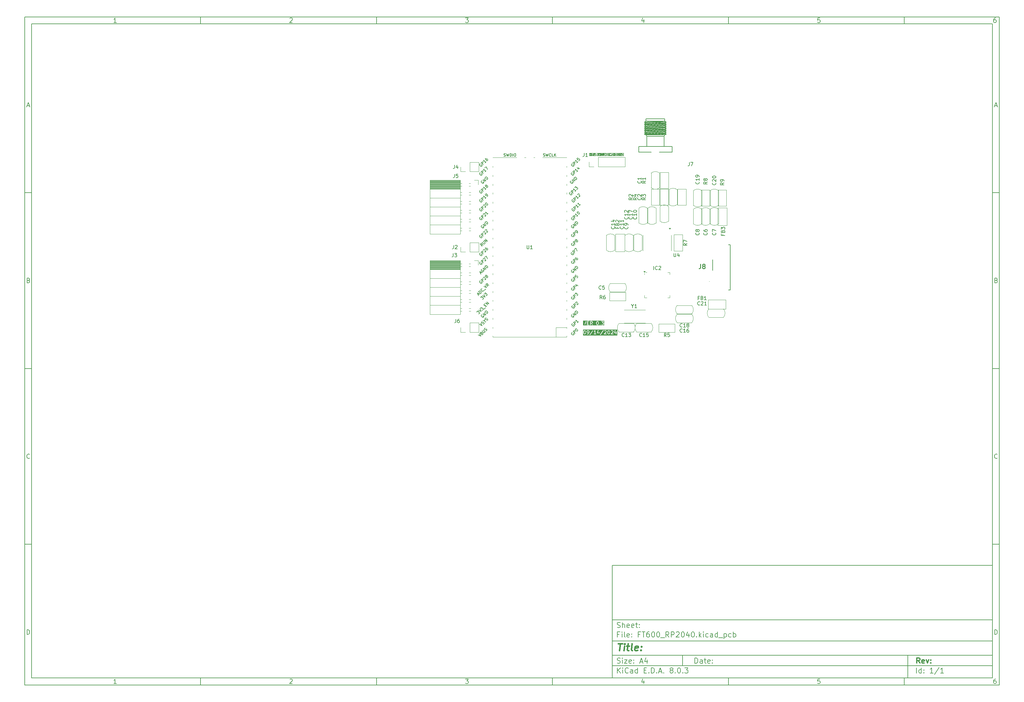
<source format=gbr>
%TF.GenerationSoftware,KiCad,Pcbnew,8.0.3-8.0.3-0~ubuntu22.04.1*%
%TF.CreationDate,2024-09-16T11:35:51+02:00*%
%TF.ProjectId,FT600_RP2040,46543630-305f-4525-9032-3034302e6b69,rev?*%
%TF.SameCoordinates,PX7735940PY61c06a0*%
%TF.FileFunction,Legend,Top*%
%TF.FilePolarity,Positive*%
%FSLAX46Y46*%
G04 Gerber Fmt 4.6, Leading zero omitted, Abs format (unit mm)*
G04 Created by KiCad (PCBNEW 8.0.3-8.0.3-0~ubuntu22.04.1) date 2024-09-16 11:35:51*
%MOMM*%
%LPD*%
G01*
G04 APERTURE LIST*
%ADD10C,0.100000*%
%ADD11C,0.150000*%
%ADD12C,0.300000*%
%ADD13C,0.400000*%
%ADD14C,0.254000*%
%ADD15C,0.200000*%
%ADD16C,0.120000*%
G04 APERTURE END LIST*
D10*
D11*
X52002200Y-63507200D02*
X160002200Y-63507200D01*
X160002200Y-95507200D01*
X52002200Y-95507200D01*
X52002200Y-63507200D01*
D10*
D11*
X-115000000Y92500000D02*
X162002200Y92500000D01*
X162002200Y-97507200D01*
X-115000000Y-97507200D01*
X-115000000Y92500000D01*
D10*
D11*
X-113000000Y90500000D02*
X160002200Y90500000D01*
X160002200Y-95507200D01*
X-113000000Y-95507200D01*
X-113000000Y90500000D01*
D10*
D11*
X-65000000Y90500000D02*
X-65000000Y92500000D01*
D10*
D11*
X-15000000Y90500000D02*
X-15000000Y92500000D01*
D10*
D11*
X35000000Y90500000D02*
X35000000Y92500000D01*
D10*
D11*
X85000000Y90500000D02*
X85000000Y92500000D01*
D10*
D11*
X135000000Y90500000D02*
X135000000Y92500000D01*
D10*
D11*
X-88910840Y90906396D02*
X-89653697Y90906396D01*
X-89282269Y90906396D02*
X-89282269Y92206396D01*
X-89282269Y92206396D02*
X-89406078Y92020681D01*
X-89406078Y92020681D02*
X-89529888Y91896872D01*
X-89529888Y91896872D02*
X-89653697Y91834967D01*
D10*
D11*
X-39653697Y92082586D02*
X-39591793Y92144491D01*
X-39591793Y92144491D02*
X-39467983Y92206396D01*
X-39467983Y92206396D02*
X-39158459Y92206396D01*
X-39158459Y92206396D02*
X-39034650Y92144491D01*
X-39034650Y92144491D02*
X-38972745Y92082586D01*
X-38972745Y92082586D02*
X-38910840Y91958777D01*
X-38910840Y91958777D02*
X-38910840Y91834967D01*
X-38910840Y91834967D02*
X-38972745Y91649253D01*
X-38972745Y91649253D02*
X-39715602Y90906396D01*
X-39715602Y90906396D02*
X-38910840Y90906396D01*
D10*
D11*
X10284398Y92206396D02*
X11089160Y92206396D01*
X11089160Y92206396D02*
X10655826Y91711158D01*
X10655826Y91711158D02*
X10841541Y91711158D01*
X10841541Y91711158D02*
X10965350Y91649253D01*
X10965350Y91649253D02*
X11027255Y91587348D01*
X11027255Y91587348D02*
X11089160Y91463539D01*
X11089160Y91463539D02*
X11089160Y91154015D01*
X11089160Y91154015D02*
X11027255Y91030205D01*
X11027255Y91030205D02*
X10965350Y90968300D01*
X10965350Y90968300D02*
X10841541Y90906396D01*
X10841541Y90906396D02*
X10470112Y90906396D01*
X10470112Y90906396D02*
X10346303Y90968300D01*
X10346303Y90968300D02*
X10284398Y91030205D01*
D10*
D11*
X60965350Y91773062D02*
X60965350Y90906396D01*
X60655826Y92268300D02*
X60346303Y91339729D01*
X60346303Y91339729D02*
X61151064Y91339729D01*
D10*
D11*
X111027255Y92206396D02*
X110408207Y92206396D01*
X110408207Y92206396D02*
X110346303Y91587348D01*
X110346303Y91587348D02*
X110408207Y91649253D01*
X110408207Y91649253D02*
X110532017Y91711158D01*
X110532017Y91711158D02*
X110841541Y91711158D01*
X110841541Y91711158D02*
X110965350Y91649253D01*
X110965350Y91649253D02*
X111027255Y91587348D01*
X111027255Y91587348D02*
X111089160Y91463539D01*
X111089160Y91463539D02*
X111089160Y91154015D01*
X111089160Y91154015D02*
X111027255Y91030205D01*
X111027255Y91030205D02*
X110965350Y90968300D01*
X110965350Y90968300D02*
X110841541Y90906396D01*
X110841541Y90906396D02*
X110532017Y90906396D01*
X110532017Y90906396D02*
X110408207Y90968300D01*
X110408207Y90968300D02*
X110346303Y91030205D01*
D10*
D11*
X160965350Y92206396D02*
X160717731Y92206396D01*
X160717731Y92206396D02*
X160593922Y92144491D01*
X160593922Y92144491D02*
X160532017Y92082586D01*
X160532017Y92082586D02*
X160408207Y91896872D01*
X160408207Y91896872D02*
X160346303Y91649253D01*
X160346303Y91649253D02*
X160346303Y91154015D01*
X160346303Y91154015D02*
X160408207Y91030205D01*
X160408207Y91030205D02*
X160470112Y90968300D01*
X160470112Y90968300D02*
X160593922Y90906396D01*
X160593922Y90906396D02*
X160841541Y90906396D01*
X160841541Y90906396D02*
X160965350Y90968300D01*
X160965350Y90968300D02*
X161027255Y91030205D01*
X161027255Y91030205D02*
X161089160Y91154015D01*
X161089160Y91154015D02*
X161089160Y91463539D01*
X161089160Y91463539D02*
X161027255Y91587348D01*
X161027255Y91587348D02*
X160965350Y91649253D01*
X160965350Y91649253D02*
X160841541Y91711158D01*
X160841541Y91711158D02*
X160593922Y91711158D01*
X160593922Y91711158D02*
X160470112Y91649253D01*
X160470112Y91649253D02*
X160408207Y91587348D01*
X160408207Y91587348D02*
X160346303Y91463539D01*
D10*
D11*
X-65000000Y-95507200D02*
X-65000000Y-97507200D01*
D10*
D11*
X-15000000Y-95507200D02*
X-15000000Y-97507200D01*
D10*
D11*
X35000000Y-95507200D02*
X35000000Y-97507200D01*
D10*
D11*
X85000000Y-95507200D02*
X85000000Y-97507200D01*
D10*
D11*
X135000000Y-95507200D02*
X135000000Y-97507200D01*
D10*
D11*
X-88910840Y-97100804D02*
X-89653697Y-97100804D01*
X-89282269Y-97100804D02*
X-89282269Y-95800804D01*
X-89282269Y-95800804D02*
X-89406078Y-95986519D01*
X-89406078Y-95986519D02*
X-89529888Y-96110328D01*
X-89529888Y-96110328D02*
X-89653697Y-96172233D01*
D10*
D11*
X-39653697Y-95924614D02*
X-39591793Y-95862709D01*
X-39591793Y-95862709D02*
X-39467983Y-95800804D01*
X-39467983Y-95800804D02*
X-39158459Y-95800804D01*
X-39158459Y-95800804D02*
X-39034650Y-95862709D01*
X-39034650Y-95862709D02*
X-38972745Y-95924614D01*
X-38972745Y-95924614D02*
X-38910840Y-96048423D01*
X-38910840Y-96048423D02*
X-38910840Y-96172233D01*
X-38910840Y-96172233D02*
X-38972745Y-96357947D01*
X-38972745Y-96357947D02*
X-39715602Y-97100804D01*
X-39715602Y-97100804D02*
X-38910840Y-97100804D01*
D10*
D11*
X10284398Y-95800804D02*
X11089160Y-95800804D01*
X11089160Y-95800804D02*
X10655826Y-96296042D01*
X10655826Y-96296042D02*
X10841541Y-96296042D01*
X10841541Y-96296042D02*
X10965350Y-96357947D01*
X10965350Y-96357947D02*
X11027255Y-96419852D01*
X11027255Y-96419852D02*
X11089160Y-96543661D01*
X11089160Y-96543661D02*
X11089160Y-96853185D01*
X11089160Y-96853185D02*
X11027255Y-96976995D01*
X11027255Y-96976995D02*
X10965350Y-97038900D01*
X10965350Y-97038900D02*
X10841541Y-97100804D01*
X10841541Y-97100804D02*
X10470112Y-97100804D01*
X10470112Y-97100804D02*
X10346303Y-97038900D01*
X10346303Y-97038900D02*
X10284398Y-96976995D01*
D10*
D11*
X60965350Y-96234138D02*
X60965350Y-97100804D01*
X60655826Y-95738900D02*
X60346303Y-96667471D01*
X60346303Y-96667471D02*
X61151064Y-96667471D01*
D10*
D11*
X111027255Y-95800804D02*
X110408207Y-95800804D01*
X110408207Y-95800804D02*
X110346303Y-96419852D01*
X110346303Y-96419852D02*
X110408207Y-96357947D01*
X110408207Y-96357947D02*
X110532017Y-96296042D01*
X110532017Y-96296042D02*
X110841541Y-96296042D01*
X110841541Y-96296042D02*
X110965350Y-96357947D01*
X110965350Y-96357947D02*
X111027255Y-96419852D01*
X111027255Y-96419852D02*
X111089160Y-96543661D01*
X111089160Y-96543661D02*
X111089160Y-96853185D01*
X111089160Y-96853185D02*
X111027255Y-96976995D01*
X111027255Y-96976995D02*
X110965350Y-97038900D01*
X110965350Y-97038900D02*
X110841541Y-97100804D01*
X110841541Y-97100804D02*
X110532017Y-97100804D01*
X110532017Y-97100804D02*
X110408207Y-97038900D01*
X110408207Y-97038900D02*
X110346303Y-96976995D01*
D10*
D11*
X160965350Y-95800804D02*
X160717731Y-95800804D01*
X160717731Y-95800804D02*
X160593922Y-95862709D01*
X160593922Y-95862709D02*
X160532017Y-95924614D01*
X160532017Y-95924614D02*
X160408207Y-96110328D01*
X160408207Y-96110328D02*
X160346303Y-96357947D01*
X160346303Y-96357947D02*
X160346303Y-96853185D01*
X160346303Y-96853185D02*
X160408207Y-96976995D01*
X160408207Y-96976995D02*
X160470112Y-97038900D01*
X160470112Y-97038900D02*
X160593922Y-97100804D01*
X160593922Y-97100804D02*
X160841541Y-97100804D01*
X160841541Y-97100804D02*
X160965350Y-97038900D01*
X160965350Y-97038900D02*
X161027255Y-96976995D01*
X161027255Y-96976995D02*
X161089160Y-96853185D01*
X161089160Y-96853185D02*
X161089160Y-96543661D01*
X161089160Y-96543661D02*
X161027255Y-96419852D01*
X161027255Y-96419852D02*
X160965350Y-96357947D01*
X160965350Y-96357947D02*
X160841541Y-96296042D01*
X160841541Y-96296042D02*
X160593922Y-96296042D01*
X160593922Y-96296042D02*
X160470112Y-96357947D01*
X160470112Y-96357947D02*
X160408207Y-96419852D01*
X160408207Y-96419852D02*
X160346303Y-96543661D01*
D10*
D11*
X-115000000Y42500000D02*
X-113000000Y42500000D01*
D10*
D11*
X-115000000Y-7500000D02*
X-113000000Y-7500000D01*
D10*
D11*
X-115000000Y-57500000D02*
X-113000000Y-57500000D01*
D10*
D11*
X-114309524Y67277824D02*
X-113690477Y67277824D01*
X-114433334Y66906396D02*
X-114000001Y68206396D01*
X-114000001Y68206396D02*
X-113566667Y66906396D01*
D10*
D11*
X-113907143Y17587348D02*
X-113721429Y17525443D01*
X-113721429Y17525443D02*
X-113659524Y17463539D01*
X-113659524Y17463539D02*
X-113597620Y17339729D01*
X-113597620Y17339729D02*
X-113597620Y17154015D01*
X-113597620Y17154015D02*
X-113659524Y17030205D01*
X-113659524Y17030205D02*
X-113721429Y16968300D01*
X-113721429Y16968300D02*
X-113845239Y16906396D01*
X-113845239Y16906396D02*
X-114340477Y16906396D01*
X-114340477Y16906396D02*
X-114340477Y18206396D01*
X-114340477Y18206396D02*
X-113907143Y18206396D01*
X-113907143Y18206396D02*
X-113783334Y18144491D01*
X-113783334Y18144491D02*
X-113721429Y18082586D01*
X-113721429Y18082586D02*
X-113659524Y17958777D01*
X-113659524Y17958777D02*
X-113659524Y17834967D01*
X-113659524Y17834967D02*
X-113721429Y17711158D01*
X-113721429Y17711158D02*
X-113783334Y17649253D01*
X-113783334Y17649253D02*
X-113907143Y17587348D01*
X-113907143Y17587348D02*
X-114340477Y17587348D01*
D10*
D11*
X-113597620Y-32969795D02*
X-113659524Y-33031700D01*
X-113659524Y-33031700D02*
X-113845239Y-33093604D01*
X-113845239Y-33093604D02*
X-113969048Y-33093604D01*
X-113969048Y-33093604D02*
X-114154762Y-33031700D01*
X-114154762Y-33031700D02*
X-114278572Y-32907890D01*
X-114278572Y-32907890D02*
X-114340477Y-32784080D01*
X-114340477Y-32784080D02*
X-114402381Y-32536461D01*
X-114402381Y-32536461D02*
X-114402381Y-32350747D01*
X-114402381Y-32350747D02*
X-114340477Y-32103128D01*
X-114340477Y-32103128D02*
X-114278572Y-31979319D01*
X-114278572Y-31979319D02*
X-114154762Y-31855509D01*
X-114154762Y-31855509D02*
X-113969048Y-31793604D01*
X-113969048Y-31793604D02*
X-113845239Y-31793604D01*
X-113845239Y-31793604D02*
X-113659524Y-31855509D01*
X-113659524Y-31855509D02*
X-113597620Y-31917414D01*
D10*
D11*
X-114340477Y-83093604D02*
X-114340477Y-81793604D01*
X-114340477Y-81793604D02*
X-114030953Y-81793604D01*
X-114030953Y-81793604D02*
X-113845239Y-81855509D01*
X-113845239Y-81855509D02*
X-113721429Y-81979319D01*
X-113721429Y-81979319D02*
X-113659524Y-82103128D01*
X-113659524Y-82103128D02*
X-113597620Y-82350747D01*
X-113597620Y-82350747D02*
X-113597620Y-82536461D01*
X-113597620Y-82536461D02*
X-113659524Y-82784080D01*
X-113659524Y-82784080D02*
X-113721429Y-82907890D01*
X-113721429Y-82907890D02*
X-113845239Y-83031700D01*
X-113845239Y-83031700D02*
X-114030953Y-83093604D01*
X-114030953Y-83093604D02*
X-114340477Y-83093604D01*
D10*
D11*
X162002200Y42500000D02*
X160002200Y42500000D01*
D10*
D11*
X162002200Y-7500000D02*
X160002200Y-7500000D01*
D10*
D11*
X162002200Y-57500000D02*
X160002200Y-57500000D01*
D10*
D11*
X160692676Y67277824D02*
X161311723Y67277824D01*
X160568866Y66906396D02*
X161002199Y68206396D01*
X161002199Y68206396D02*
X161435533Y66906396D01*
D10*
D11*
X161095057Y17587348D02*
X161280771Y17525443D01*
X161280771Y17525443D02*
X161342676Y17463539D01*
X161342676Y17463539D02*
X161404580Y17339729D01*
X161404580Y17339729D02*
X161404580Y17154015D01*
X161404580Y17154015D02*
X161342676Y17030205D01*
X161342676Y17030205D02*
X161280771Y16968300D01*
X161280771Y16968300D02*
X161156961Y16906396D01*
X161156961Y16906396D02*
X160661723Y16906396D01*
X160661723Y16906396D02*
X160661723Y18206396D01*
X160661723Y18206396D02*
X161095057Y18206396D01*
X161095057Y18206396D02*
X161218866Y18144491D01*
X161218866Y18144491D02*
X161280771Y18082586D01*
X161280771Y18082586D02*
X161342676Y17958777D01*
X161342676Y17958777D02*
X161342676Y17834967D01*
X161342676Y17834967D02*
X161280771Y17711158D01*
X161280771Y17711158D02*
X161218866Y17649253D01*
X161218866Y17649253D02*
X161095057Y17587348D01*
X161095057Y17587348D02*
X160661723Y17587348D01*
D10*
D11*
X161404580Y-32969795D02*
X161342676Y-33031700D01*
X161342676Y-33031700D02*
X161156961Y-33093604D01*
X161156961Y-33093604D02*
X161033152Y-33093604D01*
X161033152Y-33093604D02*
X160847438Y-33031700D01*
X160847438Y-33031700D02*
X160723628Y-32907890D01*
X160723628Y-32907890D02*
X160661723Y-32784080D01*
X160661723Y-32784080D02*
X160599819Y-32536461D01*
X160599819Y-32536461D02*
X160599819Y-32350747D01*
X160599819Y-32350747D02*
X160661723Y-32103128D01*
X160661723Y-32103128D02*
X160723628Y-31979319D01*
X160723628Y-31979319D02*
X160847438Y-31855509D01*
X160847438Y-31855509D02*
X161033152Y-31793604D01*
X161033152Y-31793604D02*
X161156961Y-31793604D01*
X161156961Y-31793604D02*
X161342676Y-31855509D01*
X161342676Y-31855509D02*
X161404580Y-31917414D01*
D10*
D11*
X160661723Y-83093604D02*
X160661723Y-81793604D01*
X160661723Y-81793604D02*
X160971247Y-81793604D01*
X160971247Y-81793604D02*
X161156961Y-81855509D01*
X161156961Y-81855509D02*
X161280771Y-81979319D01*
X161280771Y-81979319D02*
X161342676Y-82103128D01*
X161342676Y-82103128D02*
X161404580Y-82350747D01*
X161404580Y-82350747D02*
X161404580Y-82536461D01*
X161404580Y-82536461D02*
X161342676Y-82784080D01*
X161342676Y-82784080D02*
X161280771Y-82907890D01*
X161280771Y-82907890D02*
X161156961Y-83031700D01*
X161156961Y-83031700D02*
X160971247Y-83093604D01*
X160971247Y-83093604D02*
X160661723Y-83093604D01*
D10*
D11*
X75458026Y-91293328D02*
X75458026Y-89793328D01*
X75458026Y-89793328D02*
X75815169Y-89793328D01*
X75815169Y-89793328D02*
X76029455Y-89864757D01*
X76029455Y-89864757D02*
X76172312Y-90007614D01*
X76172312Y-90007614D02*
X76243741Y-90150471D01*
X76243741Y-90150471D02*
X76315169Y-90436185D01*
X76315169Y-90436185D02*
X76315169Y-90650471D01*
X76315169Y-90650471D02*
X76243741Y-90936185D01*
X76243741Y-90936185D02*
X76172312Y-91079042D01*
X76172312Y-91079042D02*
X76029455Y-91221900D01*
X76029455Y-91221900D02*
X75815169Y-91293328D01*
X75815169Y-91293328D02*
X75458026Y-91293328D01*
X77600884Y-91293328D02*
X77600884Y-90507614D01*
X77600884Y-90507614D02*
X77529455Y-90364757D01*
X77529455Y-90364757D02*
X77386598Y-90293328D01*
X77386598Y-90293328D02*
X77100884Y-90293328D01*
X77100884Y-90293328D02*
X76958026Y-90364757D01*
X77600884Y-91221900D02*
X77458026Y-91293328D01*
X77458026Y-91293328D02*
X77100884Y-91293328D01*
X77100884Y-91293328D02*
X76958026Y-91221900D01*
X76958026Y-91221900D02*
X76886598Y-91079042D01*
X76886598Y-91079042D02*
X76886598Y-90936185D01*
X76886598Y-90936185D02*
X76958026Y-90793328D01*
X76958026Y-90793328D02*
X77100884Y-90721900D01*
X77100884Y-90721900D02*
X77458026Y-90721900D01*
X77458026Y-90721900D02*
X77600884Y-90650471D01*
X78100884Y-90293328D02*
X78672312Y-90293328D01*
X78315169Y-89793328D02*
X78315169Y-91079042D01*
X78315169Y-91079042D02*
X78386598Y-91221900D01*
X78386598Y-91221900D02*
X78529455Y-91293328D01*
X78529455Y-91293328D02*
X78672312Y-91293328D01*
X79743741Y-91221900D02*
X79600884Y-91293328D01*
X79600884Y-91293328D02*
X79315170Y-91293328D01*
X79315170Y-91293328D02*
X79172312Y-91221900D01*
X79172312Y-91221900D02*
X79100884Y-91079042D01*
X79100884Y-91079042D02*
X79100884Y-90507614D01*
X79100884Y-90507614D02*
X79172312Y-90364757D01*
X79172312Y-90364757D02*
X79315170Y-90293328D01*
X79315170Y-90293328D02*
X79600884Y-90293328D01*
X79600884Y-90293328D02*
X79743741Y-90364757D01*
X79743741Y-90364757D02*
X79815170Y-90507614D01*
X79815170Y-90507614D02*
X79815170Y-90650471D01*
X79815170Y-90650471D02*
X79100884Y-90793328D01*
X80458026Y-91150471D02*
X80529455Y-91221900D01*
X80529455Y-91221900D02*
X80458026Y-91293328D01*
X80458026Y-91293328D02*
X80386598Y-91221900D01*
X80386598Y-91221900D02*
X80458026Y-91150471D01*
X80458026Y-91150471D02*
X80458026Y-91293328D01*
X80458026Y-90364757D02*
X80529455Y-90436185D01*
X80529455Y-90436185D02*
X80458026Y-90507614D01*
X80458026Y-90507614D02*
X80386598Y-90436185D01*
X80386598Y-90436185D02*
X80458026Y-90364757D01*
X80458026Y-90364757D02*
X80458026Y-90507614D01*
D10*
D11*
X52002200Y-92007200D02*
X160002200Y-92007200D01*
D10*
D11*
X53458026Y-94093328D02*
X53458026Y-92593328D01*
X54315169Y-94093328D02*
X53672312Y-93236185D01*
X54315169Y-92593328D02*
X53458026Y-93450471D01*
X54958026Y-94093328D02*
X54958026Y-93093328D01*
X54958026Y-92593328D02*
X54886598Y-92664757D01*
X54886598Y-92664757D02*
X54958026Y-92736185D01*
X54958026Y-92736185D02*
X55029455Y-92664757D01*
X55029455Y-92664757D02*
X54958026Y-92593328D01*
X54958026Y-92593328D02*
X54958026Y-92736185D01*
X56529455Y-93950471D02*
X56458027Y-94021900D01*
X56458027Y-94021900D02*
X56243741Y-94093328D01*
X56243741Y-94093328D02*
X56100884Y-94093328D01*
X56100884Y-94093328D02*
X55886598Y-94021900D01*
X55886598Y-94021900D02*
X55743741Y-93879042D01*
X55743741Y-93879042D02*
X55672312Y-93736185D01*
X55672312Y-93736185D02*
X55600884Y-93450471D01*
X55600884Y-93450471D02*
X55600884Y-93236185D01*
X55600884Y-93236185D02*
X55672312Y-92950471D01*
X55672312Y-92950471D02*
X55743741Y-92807614D01*
X55743741Y-92807614D02*
X55886598Y-92664757D01*
X55886598Y-92664757D02*
X56100884Y-92593328D01*
X56100884Y-92593328D02*
X56243741Y-92593328D01*
X56243741Y-92593328D02*
X56458027Y-92664757D01*
X56458027Y-92664757D02*
X56529455Y-92736185D01*
X57815170Y-94093328D02*
X57815170Y-93307614D01*
X57815170Y-93307614D02*
X57743741Y-93164757D01*
X57743741Y-93164757D02*
X57600884Y-93093328D01*
X57600884Y-93093328D02*
X57315170Y-93093328D01*
X57315170Y-93093328D02*
X57172312Y-93164757D01*
X57815170Y-94021900D02*
X57672312Y-94093328D01*
X57672312Y-94093328D02*
X57315170Y-94093328D01*
X57315170Y-94093328D02*
X57172312Y-94021900D01*
X57172312Y-94021900D02*
X57100884Y-93879042D01*
X57100884Y-93879042D02*
X57100884Y-93736185D01*
X57100884Y-93736185D02*
X57172312Y-93593328D01*
X57172312Y-93593328D02*
X57315170Y-93521900D01*
X57315170Y-93521900D02*
X57672312Y-93521900D01*
X57672312Y-93521900D02*
X57815170Y-93450471D01*
X59172313Y-94093328D02*
X59172313Y-92593328D01*
X59172313Y-94021900D02*
X59029455Y-94093328D01*
X59029455Y-94093328D02*
X58743741Y-94093328D01*
X58743741Y-94093328D02*
X58600884Y-94021900D01*
X58600884Y-94021900D02*
X58529455Y-93950471D01*
X58529455Y-93950471D02*
X58458027Y-93807614D01*
X58458027Y-93807614D02*
X58458027Y-93379042D01*
X58458027Y-93379042D02*
X58529455Y-93236185D01*
X58529455Y-93236185D02*
X58600884Y-93164757D01*
X58600884Y-93164757D02*
X58743741Y-93093328D01*
X58743741Y-93093328D02*
X59029455Y-93093328D01*
X59029455Y-93093328D02*
X59172313Y-93164757D01*
X61029455Y-93307614D02*
X61529455Y-93307614D01*
X61743741Y-94093328D02*
X61029455Y-94093328D01*
X61029455Y-94093328D02*
X61029455Y-92593328D01*
X61029455Y-92593328D02*
X61743741Y-92593328D01*
X62386598Y-93950471D02*
X62458027Y-94021900D01*
X62458027Y-94021900D02*
X62386598Y-94093328D01*
X62386598Y-94093328D02*
X62315170Y-94021900D01*
X62315170Y-94021900D02*
X62386598Y-93950471D01*
X62386598Y-93950471D02*
X62386598Y-94093328D01*
X63100884Y-94093328D02*
X63100884Y-92593328D01*
X63100884Y-92593328D02*
X63458027Y-92593328D01*
X63458027Y-92593328D02*
X63672313Y-92664757D01*
X63672313Y-92664757D02*
X63815170Y-92807614D01*
X63815170Y-92807614D02*
X63886599Y-92950471D01*
X63886599Y-92950471D02*
X63958027Y-93236185D01*
X63958027Y-93236185D02*
X63958027Y-93450471D01*
X63958027Y-93450471D02*
X63886599Y-93736185D01*
X63886599Y-93736185D02*
X63815170Y-93879042D01*
X63815170Y-93879042D02*
X63672313Y-94021900D01*
X63672313Y-94021900D02*
X63458027Y-94093328D01*
X63458027Y-94093328D02*
X63100884Y-94093328D01*
X64600884Y-93950471D02*
X64672313Y-94021900D01*
X64672313Y-94021900D02*
X64600884Y-94093328D01*
X64600884Y-94093328D02*
X64529456Y-94021900D01*
X64529456Y-94021900D02*
X64600884Y-93950471D01*
X64600884Y-93950471D02*
X64600884Y-94093328D01*
X65243742Y-93664757D02*
X65958028Y-93664757D01*
X65100885Y-94093328D02*
X65600885Y-92593328D01*
X65600885Y-92593328D02*
X66100885Y-94093328D01*
X66600884Y-93950471D02*
X66672313Y-94021900D01*
X66672313Y-94021900D02*
X66600884Y-94093328D01*
X66600884Y-94093328D02*
X66529456Y-94021900D01*
X66529456Y-94021900D02*
X66600884Y-93950471D01*
X66600884Y-93950471D02*
X66600884Y-94093328D01*
X68672313Y-93236185D02*
X68529456Y-93164757D01*
X68529456Y-93164757D02*
X68458027Y-93093328D01*
X68458027Y-93093328D02*
X68386599Y-92950471D01*
X68386599Y-92950471D02*
X68386599Y-92879042D01*
X68386599Y-92879042D02*
X68458027Y-92736185D01*
X68458027Y-92736185D02*
X68529456Y-92664757D01*
X68529456Y-92664757D02*
X68672313Y-92593328D01*
X68672313Y-92593328D02*
X68958027Y-92593328D01*
X68958027Y-92593328D02*
X69100885Y-92664757D01*
X69100885Y-92664757D02*
X69172313Y-92736185D01*
X69172313Y-92736185D02*
X69243742Y-92879042D01*
X69243742Y-92879042D02*
X69243742Y-92950471D01*
X69243742Y-92950471D02*
X69172313Y-93093328D01*
X69172313Y-93093328D02*
X69100885Y-93164757D01*
X69100885Y-93164757D02*
X68958027Y-93236185D01*
X68958027Y-93236185D02*
X68672313Y-93236185D01*
X68672313Y-93236185D02*
X68529456Y-93307614D01*
X68529456Y-93307614D02*
X68458027Y-93379042D01*
X68458027Y-93379042D02*
X68386599Y-93521900D01*
X68386599Y-93521900D02*
X68386599Y-93807614D01*
X68386599Y-93807614D02*
X68458027Y-93950471D01*
X68458027Y-93950471D02*
X68529456Y-94021900D01*
X68529456Y-94021900D02*
X68672313Y-94093328D01*
X68672313Y-94093328D02*
X68958027Y-94093328D01*
X68958027Y-94093328D02*
X69100885Y-94021900D01*
X69100885Y-94021900D02*
X69172313Y-93950471D01*
X69172313Y-93950471D02*
X69243742Y-93807614D01*
X69243742Y-93807614D02*
X69243742Y-93521900D01*
X69243742Y-93521900D02*
X69172313Y-93379042D01*
X69172313Y-93379042D02*
X69100885Y-93307614D01*
X69100885Y-93307614D02*
X68958027Y-93236185D01*
X69886598Y-93950471D02*
X69958027Y-94021900D01*
X69958027Y-94021900D02*
X69886598Y-94093328D01*
X69886598Y-94093328D02*
X69815170Y-94021900D01*
X69815170Y-94021900D02*
X69886598Y-93950471D01*
X69886598Y-93950471D02*
X69886598Y-94093328D01*
X70886599Y-92593328D02*
X71029456Y-92593328D01*
X71029456Y-92593328D02*
X71172313Y-92664757D01*
X71172313Y-92664757D02*
X71243742Y-92736185D01*
X71243742Y-92736185D02*
X71315170Y-92879042D01*
X71315170Y-92879042D02*
X71386599Y-93164757D01*
X71386599Y-93164757D02*
X71386599Y-93521900D01*
X71386599Y-93521900D02*
X71315170Y-93807614D01*
X71315170Y-93807614D02*
X71243742Y-93950471D01*
X71243742Y-93950471D02*
X71172313Y-94021900D01*
X71172313Y-94021900D02*
X71029456Y-94093328D01*
X71029456Y-94093328D02*
X70886599Y-94093328D01*
X70886599Y-94093328D02*
X70743742Y-94021900D01*
X70743742Y-94021900D02*
X70672313Y-93950471D01*
X70672313Y-93950471D02*
X70600884Y-93807614D01*
X70600884Y-93807614D02*
X70529456Y-93521900D01*
X70529456Y-93521900D02*
X70529456Y-93164757D01*
X70529456Y-93164757D02*
X70600884Y-92879042D01*
X70600884Y-92879042D02*
X70672313Y-92736185D01*
X70672313Y-92736185D02*
X70743742Y-92664757D01*
X70743742Y-92664757D02*
X70886599Y-92593328D01*
X72029455Y-93950471D02*
X72100884Y-94021900D01*
X72100884Y-94021900D02*
X72029455Y-94093328D01*
X72029455Y-94093328D02*
X71958027Y-94021900D01*
X71958027Y-94021900D02*
X72029455Y-93950471D01*
X72029455Y-93950471D02*
X72029455Y-94093328D01*
X72600884Y-92593328D02*
X73529456Y-92593328D01*
X73529456Y-92593328D02*
X73029456Y-93164757D01*
X73029456Y-93164757D02*
X73243741Y-93164757D01*
X73243741Y-93164757D02*
X73386599Y-93236185D01*
X73386599Y-93236185D02*
X73458027Y-93307614D01*
X73458027Y-93307614D02*
X73529456Y-93450471D01*
X73529456Y-93450471D02*
X73529456Y-93807614D01*
X73529456Y-93807614D02*
X73458027Y-93950471D01*
X73458027Y-93950471D02*
X73386599Y-94021900D01*
X73386599Y-94021900D02*
X73243741Y-94093328D01*
X73243741Y-94093328D02*
X72815170Y-94093328D01*
X72815170Y-94093328D02*
X72672313Y-94021900D01*
X72672313Y-94021900D02*
X72600884Y-93950471D01*
D10*
D11*
X52002200Y-89007200D02*
X160002200Y-89007200D01*
D10*
D12*
X139413853Y-91285528D02*
X138913853Y-90571242D01*
X138556710Y-91285528D02*
X138556710Y-89785528D01*
X138556710Y-89785528D02*
X139128139Y-89785528D01*
X139128139Y-89785528D02*
X139270996Y-89856957D01*
X139270996Y-89856957D02*
X139342425Y-89928385D01*
X139342425Y-89928385D02*
X139413853Y-90071242D01*
X139413853Y-90071242D02*
X139413853Y-90285528D01*
X139413853Y-90285528D02*
X139342425Y-90428385D01*
X139342425Y-90428385D02*
X139270996Y-90499814D01*
X139270996Y-90499814D02*
X139128139Y-90571242D01*
X139128139Y-90571242D02*
X138556710Y-90571242D01*
X140628139Y-91214100D02*
X140485282Y-91285528D01*
X140485282Y-91285528D02*
X140199568Y-91285528D01*
X140199568Y-91285528D02*
X140056710Y-91214100D01*
X140056710Y-91214100D02*
X139985282Y-91071242D01*
X139985282Y-91071242D02*
X139985282Y-90499814D01*
X139985282Y-90499814D02*
X140056710Y-90356957D01*
X140056710Y-90356957D02*
X140199568Y-90285528D01*
X140199568Y-90285528D02*
X140485282Y-90285528D01*
X140485282Y-90285528D02*
X140628139Y-90356957D01*
X140628139Y-90356957D02*
X140699568Y-90499814D01*
X140699568Y-90499814D02*
X140699568Y-90642671D01*
X140699568Y-90642671D02*
X139985282Y-90785528D01*
X141199567Y-90285528D02*
X141556710Y-91285528D01*
X141556710Y-91285528D02*
X141913853Y-90285528D01*
X142485281Y-91142671D02*
X142556710Y-91214100D01*
X142556710Y-91214100D02*
X142485281Y-91285528D01*
X142485281Y-91285528D02*
X142413853Y-91214100D01*
X142413853Y-91214100D02*
X142485281Y-91142671D01*
X142485281Y-91142671D02*
X142485281Y-91285528D01*
X142485281Y-90356957D02*
X142556710Y-90428385D01*
X142556710Y-90428385D02*
X142485281Y-90499814D01*
X142485281Y-90499814D02*
X142413853Y-90428385D01*
X142413853Y-90428385D02*
X142485281Y-90356957D01*
X142485281Y-90356957D02*
X142485281Y-90499814D01*
D10*
D11*
X53386598Y-91221900D02*
X53600884Y-91293328D01*
X53600884Y-91293328D02*
X53958026Y-91293328D01*
X53958026Y-91293328D02*
X54100884Y-91221900D01*
X54100884Y-91221900D02*
X54172312Y-91150471D01*
X54172312Y-91150471D02*
X54243741Y-91007614D01*
X54243741Y-91007614D02*
X54243741Y-90864757D01*
X54243741Y-90864757D02*
X54172312Y-90721900D01*
X54172312Y-90721900D02*
X54100884Y-90650471D01*
X54100884Y-90650471D02*
X53958026Y-90579042D01*
X53958026Y-90579042D02*
X53672312Y-90507614D01*
X53672312Y-90507614D02*
X53529455Y-90436185D01*
X53529455Y-90436185D02*
X53458026Y-90364757D01*
X53458026Y-90364757D02*
X53386598Y-90221900D01*
X53386598Y-90221900D02*
X53386598Y-90079042D01*
X53386598Y-90079042D02*
X53458026Y-89936185D01*
X53458026Y-89936185D02*
X53529455Y-89864757D01*
X53529455Y-89864757D02*
X53672312Y-89793328D01*
X53672312Y-89793328D02*
X54029455Y-89793328D01*
X54029455Y-89793328D02*
X54243741Y-89864757D01*
X54886597Y-91293328D02*
X54886597Y-90293328D01*
X54886597Y-89793328D02*
X54815169Y-89864757D01*
X54815169Y-89864757D02*
X54886597Y-89936185D01*
X54886597Y-89936185D02*
X54958026Y-89864757D01*
X54958026Y-89864757D02*
X54886597Y-89793328D01*
X54886597Y-89793328D02*
X54886597Y-89936185D01*
X55458026Y-90293328D02*
X56243741Y-90293328D01*
X56243741Y-90293328D02*
X55458026Y-91293328D01*
X55458026Y-91293328D02*
X56243741Y-91293328D01*
X57386598Y-91221900D02*
X57243741Y-91293328D01*
X57243741Y-91293328D02*
X56958027Y-91293328D01*
X56958027Y-91293328D02*
X56815169Y-91221900D01*
X56815169Y-91221900D02*
X56743741Y-91079042D01*
X56743741Y-91079042D02*
X56743741Y-90507614D01*
X56743741Y-90507614D02*
X56815169Y-90364757D01*
X56815169Y-90364757D02*
X56958027Y-90293328D01*
X56958027Y-90293328D02*
X57243741Y-90293328D01*
X57243741Y-90293328D02*
X57386598Y-90364757D01*
X57386598Y-90364757D02*
X57458027Y-90507614D01*
X57458027Y-90507614D02*
X57458027Y-90650471D01*
X57458027Y-90650471D02*
X56743741Y-90793328D01*
X58100883Y-91150471D02*
X58172312Y-91221900D01*
X58172312Y-91221900D02*
X58100883Y-91293328D01*
X58100883Y-91293328D02*
X58029455Y-91221900D01*
X58029455Y-91221900D02*
X58100883Y-91150471D01*
X58100883Y-91150471D02*
X58100883Y-91293328D01*
X58100883Y-90364757D02*
X58172312Y-90436185D01*
X58172312Y-90436185D02*
X58100883Y-90507614D01*
X58100883Y-90507614D02*
X58029455Y-90436185D01*
X58029455Y-90436185D02*
X58100883Y-90364757D01*
X58100883Y-90364757D02*
X58100883Y-90507614D01*
X59886598Y-90864757D02*
X60600884Y-90864757D01*
X59743741Y-91293328D02*
X60243741Y-89793328D01*
X60243741Y-89793328D02*
X60743741Y-91293328D01*
X61886598Y-90293328D02*
X61886598Y-91293328D01*
X61529455Y-89721900D02*
X61172312Y-90793328D01*
X61172312Y-90793328D02*
X62100883Y-90793328D01*
D10*
D11*
X138458026Y-94093328D02*
X138458026Y-92593328D01*
X139815170Y-94093328D02*
X139815170Y-92593328D01*
X139815170Y-94021900D02*
X139672312Y-94093328D01*
X139672312Y-94093328D02*
X139386598Y-94093328D01*
X139386598Y-94093328D02*
X139243741Y-94021900D01*
X139243741Y-94021900D02*
X139172312Y-93950471D01*
X139172312Y-93950471D02*
X139100884Y-93807614D01*
X139100884Y-93807614D02*
X139100884Y-93379042D01*
X139100884Y-93379042D02*
X139172312Y-93236185D01*
X139172312Y-93236185D02*
X139243741Y-93164757D01*
X139243741Y-93164757D02*
X139386598Y-93093328D01*
X139386598Y-93093328D02*
X139672312Y-93093328D01*
X139672312Y-93093328D02*
X139815170Y-93164757D01*
X140529455Y-93950471D02*
X140600884Y-94021900D01*
X140600884Y-94021900D02*
X140529455Y-94093328D01*
X140529455Y-94093328D02*
X140458027Y-94021900D01*
X140458027Y-94021900D02*
X140529455Y-93950471D01*
X140529455Y-93950471D02*
X140529455Y-94093328D01*
X140529455Y-93164757D02*
X140600884Y-93236185D01*
X140600884Y-93236185D02*
X140529455Y-93307614D01*
X140529455Y-93307614D02*
X140458027Y-93236185D01*
X140458027Y-93236185D02*
X140529455Y-93164757D01*
X140529455Y-93164757D02*
X140529455Y-93307614D01*
X143172313Y-94093328D02*
X142315170Y-94093328D01*
X142743741Y-94093328D02*
X142743741Y-92593328D01*
X142743741Y-92593328D02*
X142600884Y-92807614D01*
X142600884Y-92807614D02*
X142458027Y-92950471D01*
X142458027Y-92950471D02*
X142315170Y-93021900D01*
X144886598Y-92521900D02*
X143600884Y-94450471D01*
X146172313Y-94093328D02*
X145315170Y-94093328D01*
X145743741Y-94093328D02*
X145743741Y-92593328D01*
X145743741Y-92593328D02*
X145600884Y-92807614D01*
X145600884Y-92807614D02*
X145458027Y-92950471D01*
X145458027Y-92950471D02*
X145315170Y-93021900D01*
D10*
D11*
X52002200Y-85007200D02*
X160002200Y-85007200D01*
D10*
D13*
X53693928Y-85711638D02*
X54836785Y-85711638D01*
X54015357Y-87711638D02*
X54265357Y-85711638D01*
X55253452Y-87711638D02*
X55420119Y-86378304D01*
X55503452Y-85711638D02*
X55396309Y-85806876D01*
X55396309Y-85806876D02*
X55479643Y-85902114D01*
X55479643Y-85902114D02*
X55586786Y-85806876D01*
X55586786Y-85806876D02*
X55503452Y-85711638D01*
X55503452Y-85711638D02*
X55479643Y-85902114D01*
X56086786Y-86378304D02*
X56848690Y-86378304D01*
X56455833Y-85711638D02*
X56241548Y-87425923D01*
X56241548Y-87425923D02*
X56312976Y-87616400D01*
X56312976Y-87616400D02*
X56491548Y-87711638D01*
X56491548Y-87711638D02*
X56682024Y-87711638D01*
X57634405Y-87711638D02*
X57455833Y-87616400D01*
X57455833Y-87616400D02*
X57384405Y-87425923D01*
X57384405Y-87425923D02*
X57598690Y-85711638D01*
X59170119Y-87616400D02*
X58967738Y-87711638D01*
X58967738Y-87711638D02*
X58586785Y-87711638D01*
X58586785Y-87711638D02*
X58408214Y-87616400D01*
X58408214Y-87616400D02*
X58336785Y-87425923D01*
X58336785Y-87425923D02*
X58432024Y-86664019D01*
X58432024Y-86664019D02*
X58551071Y-86473542D01*
X58551071Y-86473542D02*
X58753452Y-86378304D01*
X58753452Y-86378304D02*
X59134404Y-86378304D01*
X59134404Y-86378304D02*
X59312976Y-86473542D01*
X59312976Y-86473542D02*
X59384404Y-86664019D01*
X59384404Y-86664019D02*
X59360595Y-86854495D01*
X59360595Y-86854495D02*
X58384404Y-87044971D01*
X60134405Y-87521161D02*
X60217738Y-87616400D01*
X60217738Y-87616400D02*
X60110595Y-87711638D01*
X60110595Y-87711638D02*
X60027262Y-87616400D01*
X60027262Y-87616400D02*
X60134405Y-87521161D01*
X60134405Y-87521161D02*
X60110595Y-87711638D01*
X60265357Y-86473542D02*
X60348690Y-86568780D01*
X60348690Y-86568780D02*
X60241548Y-86664019D01*
X60241548Y-86664019D02*
X60158214Y-86568780D01*
X60158214Y-86568780D02*
X60265357Y-86473542D01*
X60265357Y-86473542D02*
X60241548Y-86664019D01*
D10*
D11*
X53958026Y-83107614D02*
X53458026Y-83107614D01*
X53458026Y-83893328D02*
X53458026Y-82393328D01*
X53458026Y-82393328D02*
X54172312Y-82393328D01*
X54743740Y-83893328D02*
X54743740Y-82893328D01*
X54743740Y-82393328D02*
X54672312Y-82464757D01*
X54672312Y-82464757D02*
X54743740Y-82536185D01*
X54743740Y-82536185D02*
X54815169Y-82464757D01*
X54815169Y-82464757D02*
X54743740Y-82393328D01*
X54743740Y-82393328D02*
X54743740Y-82536185D01*
X55672312Y-83893328D02*
X55529455Y-83821900D01*
X55529455Y-83821900D02*
X55458026Y-83679042D01*
X55458026Y-83679042D02*
X55458026Y-82393328D01*
X56815169Y-83821900D02*
X56672312Y-83893328D01*
X56672312Y-83893328D02*
X56386598Y-83893328D01*
X56386598Y-83893328D02*
X56243740Y-83821900D01*
X56243740Y-83821900D02*
X56172312Y-83679042D01*
X56172312Y-83679042D02*
X56172312Y-83107614D01*
X56172312Y-83107614D02*
X56243740Y-82964757D01*
X56243740Y-82964757D02*
X56386598Y-82893328D01*
X56386598Y-82893328D02*
X56672312Y-82893328D01*
X56672312Y-82893328D02*
X56815169Y-82964757D01*
X56815169Y-82964757D02*
X56886598Y-83107614D01*
X56886598Y-83107614D02*
X56886598Y-83250471D01*
X56886598Y-83250471D02*
X56172312Y-83393328D01*
X57529454Y-83750471D02*
X57600883Y-83821900D01*
X57600883Y-83821900D02*
X57529454Y-83893328D01*
X57529454Y-83893328D02*
X57458026Y-83821900D01*
X57458026Y-83821900D02*
X57529454Y-83750471D01*
X57529454Y-83750471D02*
X57529454Y-83893328D01*
X57529454Y-82964757D02*
X57600883Y-83036185D01*
X57600883Y-83036185D02*
X57529454Y-83107614D01*
X57529454Y-83107614D02*
X57458026Y-83036185D01*
X57458026Y-83036185D02*
X57529454Y-82964757D01*
X57529454Y-82964757D02*
X57529454Y-83107614D01*
X59886597Y-83107614D02*
X59386597Y-83107614D01*
X59386597Y-83893328D02*
X59386597Y-82393328D01*
X59386597Y-82393328D02*
X60100883Y-82393328D01*
X60458026Y-82393328D02*
X61315169Y-82393328D01*
X60886597Y-83893328D02*
X60886597Y-82393328D01*
X62458026Y-82393328D02*
X62172311Y-82393328D01*
X62172311Y-82393328D02*
X62029454Y-82464757D01*
X62029454Y-82464757D02*
X61958026Y-82536185D01*
X61958026Y-82536185D02*
X61815168Y-82750471D01*
X61815168Y-82750471D02*
X61743740Y-83036185D01*
X61743740Y-83036185D02*
X61743740Y-83607614D01*
X61743740Y-83607614D02*
X61815168Y-83750471D01*
X61815168Y-83750471D02*
X61886597Y-83821900D01*
X61886597Y-83821900D02*
X62029454Y-83893328D01*
X62029454Y-83893328D02*
X62315168Y-83893328D01*
X62315168Y-83893328D02*
X62458026Y-83821900D01*
X62458026Y-83821900D02*
X62529454Y-83750471D01*
X62529454Y-83750471D02*
X62600883Y-83607614D01*
X62600883Y-83607614D02*
X62600883Y-83250471D01*
X62600883Y-83250471D02*
X62529454Y-83107614D01*
X62529454Y-83107614D02*
X62458026Y-83036185D01*
X62458026Y-83036185D02*
X62315168Y-82964757D01*
X62315168Y-82964757D02*
X62029454Y-82964757D01*
X62029454Y-82964757D02*
X61886597Y-83036185D01*
X61886597Y-83036185D02*
X61815168Y-83107614D01*
X61815168Y-83107614D02*
X61743740Y-83250471D01*
X63529454Y-82393328D02*
X63672311Y-82393328D01*
X63672311Y-82393328D02*
X63815168Y-82464757D01*
X63815168Y-82464757D02*
X63886597Y-82536185D01*
X63886597Y-82536185D02*
X63958025Y-82679042D01*
X63958025Y-82679042D02*
X64029454Y-82964757D01*
X64029454Y-82964757D02*
X64029454Y-83321900D01*
X64029454Y-83321900D02*
X63958025Y-83607614D01*
X63958025Y-83607614D02*
X63886597Y-83750471D01*
X63886597Y-83750471D02*
X63815168Y-83821900D01*
X63815168Y-83821900D02*
X63672311Y-83893328D01*
X63672311Y-83893328D02*
X63529454Y-83893328D01*
X63529454Y-83893328D02*
X63386597Y-83821900D01*
X63386597Y-83821900D02*
X63315168Y-83750471D01*
X63315168Y-83750471D02*
X63243739Y-83607614D01*
X63243739Y-83607614D02*
X63172311Y-83321900D01*
X63172311Y-83321900D02*
X63172311Y-82964757D01*
X63172311Y-82964757D02*
X63243739Y-82679042D01*
X63243739Y-82679042D02*
X63315168Y-82536185D01*
X63315168Y-82536185D02*
X63386597Y-82464757D01*
X63386597Y-82464757D02*
X63529454Y-82393328D01*
X64958025Y-82393328D02*
X65100882Y-82393328D01*
X65100882Y-82393328D02*
X65243739Y-82464757D01*
X65243739Y-82464757D02*
X65315168Y-82536185D01*
X65315168Y-82536185D02*
X65386596Y-82679042D01*
X65386596Y-82679042D02*
X65458025Y-82964757D01*
X65458025Y-82964757D02*
X65458025Y-83321900D01*
X65458025Y-83321900D02*
X65386596Y-83607614D01*
X65386596Y-83607614D02*
X65315168Y-83750471D01*
X65315168Y-83750471D02*
X65243739Y-83821900D01*
X65243739Y-83821900D02*
X65100882Y-83893328D01*
X65100882Y-83893328D02*
X64958025Y-83893328D01*
X64958025Y-83893328D02*
X64815168Y-83821900D01*
X64815168Y-83821900D02*
X64743739Y-83750471D01*
X64743739Y-83750471D02*
X64672310Y-83607614D01*
X64672310Y-83607614D02*
X64600882Y-83321900D01*
X64600882Y-83321900D02*
X64600882Y-82964757D01*
X64600882Y-82964757D02*
X64672310Y-82679042D01*
X64672310Y-82679042D02*
X64743739Y-82536185D01*
X64743739Y-82536185D02*
X64815168Y-82464757D01*
X64815168Y-82464757D02*
X64958025Y-82393328D01*
X65743739Y-84036185D02*
X66886596Y-84036185D01*
X68100881Y-83893328D02*
X67600881Y-83179042D01*
X67243738Y-83893328D02*
X67243738Y-82393328D01*
X67243738Y-82393328D02*
X67815167Y-82393328D01*
X67815167Y-82393328D02*
X67958024Y-82464757D01*
X67958024Y-82464757D02*
X68029453Y-82536185D01*
X68029453Y-82536185D02*
X68100881Y-82679042D01*
X68100881Y-82679042D02*
X68100881Y-82893328D01*
X68100881Y-82893328D02*
X68029453Y-83036185D01*
X68029453Y-83036185D02*
X67958024Y-83107614D01*
X67958024Y-83107614D02*
X67815167Y-83179042D01*
X67815167Y-83179042D02*
X67243738Y-83179042D01*
X68743738Y-83893328D02*
X68743738Y-82393328D01*
X68743738Y-82393328D02*
X69315167Y-82393328D01*
X69315167Y-82393328D02*
X69458024Y-82464757D01*
X69458024Y-82464757D02*
X69529453Y-82536185D01*
X69529453Y-82536185D02*
X69600881Y-82679042D01*
X69600881Y-82679042D02*
X69600881Y-82893328D01*
X69600881Y-82893328D02*
X69529453Y-83036185D01*
X69529453Y-83036185D02*
X69458024Y-83107614D01*
X69458024Y-83107614D02*
X69315167Y-83179042D01*
X69315167Y-83179042D02*
X68743738Y-83179042D01*
X70172310Y-82536185D02*
X70243738Y-82464757D01*
X70243738Y-82464757D02*
X70386596Y-82393328D01*
X70386596Y-82393328D02*
X70743738Y-82393328D01*
X70743738Y-82393328D02*
X70886596Y-82464757D01*
X70886596Y-82464757D02*
X70958024Y-82536185D01*
X70958024Y-82536185D02*
X71029453Y-82679042D01*
X71029453Y-82679042D02*
X71029453Y-82821900D01*
X71029453Y-82821900D02*
X70958024Y-83036185D01*
X70958024Y-83036185D02*
X70100881Y-83893328D01*
X70100881Y-83893328D02*
X71029453Y-83893328D01*
X71958024Y-82393328D02*
X72100881Y-82393328D01*
X72100881Y-82393328D02*
X72243738Y-82464757D01*
X72243738Y-82464757D02*
X72315167Y-82536185D01*
X72315167Y-82536185D02*
X72386595Y-82679042D01*
X72386595Y-82679042D02*
X72458024Y-82964757D01*
X72458024Y-82964757D02*
X72458024Y-83321900D01*
X72458024Y-83321900D02*
X72386595Y-83607614D01*
X72386595Y-83607614D02*
X72315167Y-83750471D01*
X72315167Y-83750471D02*
X72243738Y-83821900D01*
X72243738Y-83821900D02*
X72100881Y-83893328D01*
X72100881Y-83893328D02*
X71958024Y-83893328D01*
X71958024Y-83893328D02*
X71815167Y-83821900D01*
X71815167Y-83821900D02*
X71743738Y-83750471D01*
X71743738Y-83750471D02*
X71672309Y-83607614D01*
X71672309Y-83607614D02*
X71600881Y-83321900D01*
X71600881Y-83321900D02*
X71600881Y-82964757D01*
X71600881Y-82964757D02*
X71672309Y-82679042D01*
X71672309Y-82679042D02*
X71743738Y-82536185D01*
X71743738Y-82536185D02*
X71815167Y-82464757D01*
X71815167Y-82464757D02*
X71958024Y-82393328D01*
X73743738Y-82893328D02*
X73743738Y-83893328D01*
X73386595Y-82321900D02*
X73029452Y-83393328D01*
X73029452Y-83393328D02*
X73958023Y-83393328D01*
X74815166Y-82393328D02*
X74958023Y-82393328D01*
X74958023Y-82393328D02*
X75100880Y-82464757D01*
X75100880Y-82464757D02*
X75172309Y-82536185D01*
X75172309Y-82536185D02*
X75243737Y-82679042D01*
X75243737Y-82679042D02*
X75315166Y-82964757D01*
X75315166Y-82964757D02*
X75315166Y-83321900D01*
X75315166Y-83321900D02*
X75243737Y-83607614D01*
X75243737Y-83607614D02*
X75172309Y-83750471D01*
X75172309Y-83750471D02*
X75100880Y-83821900D01*
X75100880Y-83821900D02*
X74958023Y-83893328D01*
X74958023Y-83893328D02*
X74815166Y-83893328D01*
X74815166Y-83893328D02*
X74672309Y-83821900D01*
X74672309Y-83821900D02*
X74600880Y-83750471D01*
X74600880Y-83750471D02*
X74529451Y-83607614D01*
X74529451Y-83607614D02*
X74458023Y-83321900D01*
X74458023Y-83321900D02*
X74458023Y-82964757D01*
X74458023Y-82964757D02*
X74529451Y-82679042D01*
X74529451Y-82679042D02*
X74600880Y-82536185D01*
X74600880Y-82536185D02*
X74672309Y-82464757D01*
X74672309Y-82464757D02*
X74815166Y-82393328D01*
X75958022Y-83750471D02*
X76029451Y-83821900D01*
X76029451Y-83821900D02*
X75958022Y-83893328D01*
X75958022Y-83893328D02*
X75886594Y-83821900D01*
X75886594Y-83821900D02*
X75958022Y-83750471D01*
X75958022Y-83750471D02*
X75958022Y-83893328D01*
X76672308Y-83893328D02*
X76672308Y-82393328D01*
X76815166Y-83321900D02*
X77243737Y-83893328D01*
X77243737Y-82893328D02*
X76672308Y-83464757D01*
X77886594Y-83893328D02*
X77886594Y-82893328D01*
X77886594Y-82393328D02*
X77815166Y-82464757D01*
X77815166Y-82464757D02*
X77886594Y-82536185D01*
X77886594Y-82536185D02*
X77958023Y-82464757D01*
X77958023Y-82464757D02*
X77886594Y-82393328D01*
X77886594Y-82393328D02*
X77886594Y-82536185D01*
X79243738Y-83821900D02*
X79100880Y-83893328D01*
X79100880Y-83893328D02*
X78815166Y-83893328D01*
X78815166Y-83893328D02*
X78672309Y-83821900D01*
X78672309Y-83821900D02*
X78600880Y-83750471D01*
X78600880Y-83750471D02*
X78529452Y-83607614D01*
X78529452Y-83607614D02*
X78529452Y-83179042D01*
X78529452Y-83179042D02*
X78600880Y-83036185D01*
X78600880Y-83036185D02*
X78672309Y-82964757D01*
X78672309Y-82964757D02*
X78815166Y-82893328D01*
X78815166Y-82893328D02*
X79100880Y-82893328D01*
X79100880Y-82893328D02*
X79243738Y-82964757D01*
X80529452Y-83893328D02*
X80529452Y-83107614D01*
X80529452Y-83107614D02*
X80458023Y-82964757D01*
X80458023Y-82964757D02*
X80315166Y-82893328D01*
X80315166Y-82893328D02*
X80029452Y-82893328D01*
X80029452Y-82893328D02*
X79886594Y-82964757D01*
X80529452Y-83821900D02*
X80386594Y-83893328D01*
X80386594Y-83893328D02*
X80029452Y-83893328D01*
X80029452Y-83893328D02*
X79886594Y-83821900D01*
X79886594Y-83821900D02*
X79815166Y-83679042D01*
X79815166Y-83679042D02*
X79815166Y-83536185D01*
X79815166Y-83536185D02*
X79886594Y-83393328D01*
X79886594Y-83393328D02*
X80029452Y-83321900D01*
X80029452Y-83321900D02*
X80386594Y-83321900D01*
X80386594Y-83321900D02*
X80529452Y-83250471D01*
X81886595Y-83893328D02*
X81886595Y-82393328D01*
X81886595Y-83821900D02*
X81743737Y-83893328D01*
X81743737Y-83893328D02*
X81458023Y-83893328D01*
X81458023Y-83893328D02*
X81315166Y-83821900D01*
X81315166Y-83821900D02*
X81243737Y-83750471D01*
X81243737Y-83750471D02*
X81172309Y-83607614D01*
X81172309Y-83607614D02*
X81172309Y-83179042D01*
X81172309Y-83179042D02*
X81243737Y-83036185D01*
X81243737Y-83036185D02*
X81315166Y-82964757D01*
X81315166Y-82964757D02*
X81458023Y-82893328D01*
X81458023Y-82893328D02*
X81743737Y-82893328D01*
X81743737Y-82893328D02*
X81886595Y-82964757D01*
X82243738Y-84036185D02*
X83386595Y-84036185D01*
X83743737Y-82893328D02*
X83743737Y-84393328D01*
X83743737Y-82964757D02*
X83886595Y-82893328D01*
X83886595Y-82893328D02*
X84172309Y-82893328D01*
X84172309Y-82893328D02*
X84315166Y-82964757D01*
X84315166Y-82964757D02*
X84386595Y-83036185D01*
X84386595Y-83036185D02*
X84458023Y-83179042D01*
X84458023Y-83179042D02*
X84458023Y-83607614D01*
X84458023Y-83607614D02*
X84386595Y-83750471D01*
X84386595Y-83750471D02*
X84315166Y-83821900D01*
X84315166Y-83821900D02*
X84172309Y-83893328D01*
X84172309Y-83893328D02*
X83886595Y-83893328D01*
X83886595Y-83893328D02*
X83743737Y-83821900D01*
X85743738Y-83821900D02*
X85600880Y-83893328D01*
X85600880Y-83893328D02*
X85315166Y-83893328D01*
X85315166Y-83893328D02*
X85172309Y-83821900D01*
X85172309Y-83821900D02*
X85100880Y-83750471D01*
X85100880Y-83750471D02*
X85029452Y-83607614D01*
X85029452Y-83607614D02*
X85029452Y-83179042D01*
X85029452Y-83179042D02*
X85100880Y-83036185D01*
X85100880Y-83036185D02*
X85172309Y-82964757D01*
X85172309Y-82964757D02*
X85315166Y-82893328D01*
X85315166Y-82893328D02*
X85600880Y-82893328D01*
X85600880Y-82893328D02*
X85743738Y-82964757D01*
X86386594Y-83893328D02*
X86386594Y-82393328D01*
X86386594Y-82964757D02*
X86529452Y-82893328D01*
X86529452Y-82893328D02*
X86815166Y-82893328D01*
X86815166Y-82893328D02*
X86958023Y-82964757D01*
X86958023Y-82964757D02*
X87029452Y-83036185D01*
X87029452Y-83036185D02*
X87100880Y-83179042D01*
X87100880Y-83179042D02*
X87100880Y-83607614D01*
X87100880Y-83607614D02*
X87029452Y-83750471D01*
X87029452Y-83750471D02*
X86958023Y-83821900D01*
X86958023Y-83821900D02*
X86815166Y-83893328D01*
X86815166Y-83893328D02*
X86529452Y-83893328D01*
X86529452Y-83893328D02*
X86386594Y-83821900D01*
D10*
D11*
X52002200Y-79007200D02*
X160002200Y-79007200D01*
D10*
D11*
X53386598Y-81121900D02*
X53600884Y-81193328D01*
X53600884Y-81193328D02*
X53958026Y-81193328D01*
X53958026Y-81193328D02*
X54100884Y-81121900D01*
X54100884Y-81121900D02*
X54172312Y-81050471D01*
X54172312Y-81050471D02*
X54243741Y-80907614D01*
X54243741Y-80907614D02*
X54243741Y-80764757D01*
X54243741Y-80764757D02*
X54172312Y-80621900D01*
X54172312Y-80621900D02*
X54100884Y-80550471D01*
X54100884Y-80550471D02*
X53958026Y-80479042D01*
X53958026Y-80479042D02*
X53672312Y-80407614D01*
X53672312Y-80407614D02*
X53529455Y-80336185D01*
X53529455Y-80336185D02*
X53458026Y-80264757D01*
X53458026Y-80264757D02*
X53386598Y-80121900D01*
X53386598Y-80121900D02*
X53386598Y-79979042D01*
X53386598Y-79979042D02*
X53458026Y-79836185D01*
X53458026Y-79836185D02*
X53529455Y-79764757D01*
X53529455Y-79764757D02*
X53672312Y-79693328D01*
X53672312Y-79693328D02*
X54029455Y-79693328D01*
X54029455Y-79693328D02*
X54243741Y-79764757D01*
X54886597Y-81193328D02*
X54886597Y-79693328D01*
X55529455Y-81193328D02*
X55529455Y-80407614D01*
X55529455Y-80407614D02*
X55458026Y-80264757D01*
X55458026Y-80264757D02*
X55315169Y-80193328D01*
X55315169Y-80193328D02*
X55100883Y-80193328D01*
X55100883Y-80193328D02*
X54958026Y-80264757D01*
X54958026Y-80264757D02*
X54886597Y-80336185D01*
X56815169Y-81121900D02*
X56672312Y-81193328D01*
X56672312Y-81193328D02*
X56386598Y-81193328D01*
X56386598Y-81193328D02*
X56243740Y-81121900D01*
X56243740Y-81121900D02*
X56172312Y-80979042D01*
X56172312Y-80979042D02*
X56172312Y-80407614D01*
X56172312Y-80407614D02*
X56243740Y-80264757D01*
X56243740Y-80264757D02*
X56386598Y-80193328D01*
X56386598Y-80193328D02*
X56672312Y-80193328D01*
X56672312Y-80193328D02*
X56815169Y-80264757D01*
X56815169Y-80264757D02*
X56886598Y-80407614D01*
X56886598Y-80407614D02*
X56886598Y-80550471D01*
X56886598Y-80550471D02*
X56172312Y-80693328D01*
X58100883Y-81121900D02*
X57958026Y-81193328D01*
X57958026Y-81193328D02*
X57672312Y-81193328D01*
X57672312Y-81193328D02*
X57529454Y-81121900D01*
X57529454Y-81121900D02*
X57458026Y-80979042D01*
X57458026Y-80979042D02*
X57458026Y-80407614D01*
X57458026Y-80407614D02*
X57529454Y-80264757D01*
X57529454Y-80264757D02*
X57672312Y-80193328D01*
X57672312Y-80193328D02*
X57958026Y-80193328D01*
X57958026Y-80193328D02*
X58100883Y-80264757D01*
X58100883Y-80264757D02*
X58172312Y-80407614D01*
X58172312Y-80407614D02*
X58172312Y-80550471D01*
X58172312Y-80550471D02*
X57458026Y-80693328D01*
X58600883Y-80193328D02*
X59172311Y-80193328D01*
X58815168Y-79693328D02*
X58815168Y-80979042D01*
X58815168Y-80979042D02*
X58886597Y-81121900D01*
X58886597Y-81121900D02*
X59029454Y-81193328D01*
X59029454Y-81193328D02*
X59172311Y-81193328D01*
X59672311Y-81050471D02*
X59743740Y-81121900D01*
X59743740Y-81121900D02*
X59672311Y-81193328D01*
X59672311Y-81193328D02*
X59600883Y-81121900D01*
X59600883Y-81121900D02*
X59672311Y-81050471D01*
X59672311Y-81050471D02*
X59672311Y-81193328D01*
X59672311Y-80264757D02*
X59743740Y-80336185D01*
X59743740Y-80336185D02*
X59672311Y-80407614D01*
X59672311Y-80407614D02*
X59600883Y-80336185D01*
X59600883Y-80336185D02*
X59672311Y-80264757D01*
X59672311Y-80264757D02*
X59672311Y-80407614D01*
D10*
D11*
X72002200Y-89007200D02*
X72002200Y-92007200D01*
D10*
D11*
X136002200Y-89007200D02*
X136002200Y-95507200D01*
G36*
X47895137Y5823129D02*
G01*
X47926464Y5792885D01*
X47964818Y5718404D01*
X48009421Y5545032D01*
X48010674Y5325359D01*
X47968552Y5151841D01*
X47929727Y5071825D01*
X47899481Y5040496D01*
X47830501Y5004974D01*
X47770340Y5004185D01*
X47702231Y5037233D01*
X47670904Y5067479D01*
X47632549Y5141960D01*
X47587946Y5315332D01*
X47586693Y5535005D01*
X47628815Y5708523D01*
X47667641Y5788540D01*
X47697885Y5819867D01*
X47766866Y5855389D01*
X47827027Y5856178D01*
X47895137Y5823129D01*
G37*
G36*
X46228470Y5823129D02*
G01*
X46259797Y5792885D01*
X46295255Y5724028D01*
X46296240Y5616396D01*
X46263060Y5548015D01*
X46232815Y5516687D01*
X46164127Y5481316D01*
X46037976Y5480856D01*
X46035154Y5481354D01*
X46032820Y5480838D01*
X45872902Y5480255D01*
X45872369Y5855450D01*
X46159703Y5856497D01*
X46228470Y5823129D01*
G37*
G36*
X49699080Y4744070D02*
G01*
X43708400Y4744070D01*
X43708400Y5920801D01*
X43819511Y5920801D01*
X43822771Y5906464D01*
X44154548Y4915587D01*
X44154919Y4910371D01*
X44159083Y4902041D01*
X44162098Y4893039D01*
X44165608Y4888992D01*
X44168005Y4884198D01*
X44175113Y4878033D01*
X44181272Y4870932D01*
X44186061Y4868538D01*
X44190112Y4865024D01*
X44199037Y4862050D01*
X44207445Y4857845D01*
X44212789Y4857466D01*
X44217875Y4855770D01*
X44227255Y4856437D01*
X44236635Y4855770D01*
X44241720Y4857466D01*
X44247065Y4857845D01*
X44255475Y4862051D01*
X44264397Y4865024D01*
X44268444Y4868535D01*
X44273238Y4870931D01*
X44279401Y4878037D01*
X44286505Y4884198D01*
X44288900Y4888990D01*
X44292412Y4893038D01*
X44298406Y4906464D01*
X44634999Y5920800D01*
X44634332Y5930181D01*
X44818922Y5930181D01*
X44820363Y4915550D01*
X44820363Y4915549D01*
X44831562Y4888513D01*
X44852254Y4867821D01*
X44879290Y4856622D01*
X44893922Y4855181D01*
X45384744Y4856622D01*
X45411780Y4867821D01*
X45432472Y4888513D01*
X45443671Y4915549D01*
X45443671Y4944813D01*
X45432472Y4971849D01*
X45411780Y4992541D01*
X45384744Y5003740D01*
X45370112Y5005181D01*
X44968817Y5004003D01*
X44968284Y5379299D01*
X45241887Y5380432D01*
X45268923Y5391631D01*
X45289615Y5412323D01*
X45300814Y5439359D01*
X45300814Y5468623D01*
X45289615Y5495659D01*
X45268923Y5516351D01*
X45241887Y5527550D01*
X45227255Y5528991D01*
X44968073Y5527918D01*
X44967607Y5855398D01*
X45384744Y5856622D01*
X45411780Y5867821D01*
X45432472Y5888513D01*
X45443671Y5915549D01*
X45443671Y5930181D01*
X45723684Y5930181D01*
X45725125Y4915549D01*
X45736324Y4888513D01*
X45757016Y4867821D01*
X45784052Y4856622D01*
X45813316Y4856622D01*
X45840352Y4867821D01*
X45861044Y4888513D01*
X45872243Y4915549D01*
X45873684Y4930181D01*
X45873113Y5331644D01*
X45997336Y5332096D01*
X46318241Y4876011D01*
X46342920Y4860284D01*
X46371737Y4855198D01*
X46400308Y4861528D01*
X46424282Y4878310D01*
X46440009Y4902988D01*
X46445094Y4931806D01*
X46438765Y4960377D01*
X46431555Y4973190D01*
X46178698Y5332561D01*
X46181596Y5332767D01*
X46194268Y5332813D01*
X46196757Y5333845D01*
X46199445Y5334035D01*
X46213177Y5339290D01*
X46307733Y5387983D01*
X46316542Y5391631D01*
X46319444Y5394014D01*
X46320858Y5394741D01*
X46322157Y5396240D01*
X46327907Y5400958D01*
X46375248Y5449994D01*
X46381743Y5455626D01*
X46383722Y5458772D01*
X46384853Y5459942D01*
X46385610Y5461770D01*
X46389575Y5468069D01*
X46428955Y5549229D01*
X47437970Y5549229D01*
X47439300Y5315834D01*
X47438059Y5307488D01*
X47439400Y5298417D01*
X47439411Y5296502D01*
X47439833Y5295481D01*
X47440209Y5292944D01*
X47487726Y5108246D01*
X47488252Y5100849D01*
X47492454Y5089867D01*
X47492775Y5088622D01*
X47493097Y5088187D01*
X47493507Y5087117D01*
X47542197Y4992565D01*
X47545847Y4983753D01*
X47548230Y4980849D01*
X47548958Y4979436D01*
X47550456Y4978137D01*
X47555174Y4972388D01*
X47604209Y4925047D01*
X47609843Y4918550D01*
X47612988Y4916571D01*
X47614159Y4915440D01*
X47615986Y4914683D01*
X47622286Y4910718D01*
X47708175Y4869043D01*
X47709397Y4867821D01*
X47718256Y4864152D01*
X47731255Y4857844D01*
X47733944Y4857653D01*
X47736433Y4856622D01*
X47751065Y4855181D01*
X47835371Y4856287D01*
X47836922Y4855770D01*
X47846191Y4856429D01*
X47860935Y4856622D01*
X47863424Y4857654D01*
X47866112Y4857844D01*
X47879844Y4863099D01*
X47974398Y4911791D01*
X47983209Y4915440D01*
X47986111Y4917823D01*
X47987525Y4918550D01*
X47988825Y4920050D01*
X47994575Y4924768D01*
X48041916Y4973805D01*
X48048410Y4979436D01*
X48050389Y4982582D01*
X48051521Y4983753D01*
X48052278Y4985583D01*
X48056242Y4991879D01*
X48056510Y4992431D01*
X48391792Y4992431D01*
X48391792Y4963168D01*
X48396829Y4951009D01*
X48402991Y4936132D01*
X48412318Y4924767D01*
X48471302Y4867821D01*
X48498338Y4856622D01*
X48498339Y4856622D01*
X48527601Y4856622D01*
X48527602Y4856622D01*
X48554638Y4867821D01*
X48566003Y4877148D01*
X48622949Y4936132D01*
X48634148Y4963168D01*
X48634148Y4992431D01*
X48634102Y4992541D01*
X48622950Y5019467D01*
X48613622Y5030833D01*
X48554638Y5087780D01*
X48554637Y5087781D01*
X48536341Y5095359D01*
X48527602Y5098979D01*
X48527601Y5098979D01*
X48498338Y5098979D01*
X48489599Y5095359D01*
X48471303Y5087781D01*
X48471302Y5087780D01*
X48459936Y5078452D01*
X48402990Y5019467D01*
X48391792Y4992431D01*
X48056510Y4992431D01*
X48100510Y5083112D01*
X48104593Y5088622D01*
X48108528Y5099638D01*
X48109116Y5100848D01*
X48109154Y5101389D01*
X48109540Y5102468D01*
X48154780Y5288834D01*
X48157957Y5296502D01*
X48158854Y5305617D01*
X48159309Y5307488D01*
X48159146Y5308581D01*
X48159398Y5311134D01*
X48158067Y5544530D01*
X48159309Y5552875D01*
X48157967Y5561947D01*
X48157957Y5563861D01*
X48157534Y5564883D01*
X48157159Y5567419D01*
X48109641Y5752118D01*
X48109116Y5759515D01*
X48104912Y5770498D01*
X48104593Y5771741D01*
X48104270Y5772177D01*
X48103861Y5773246D01*
X48055169Y5867801D01*
X48051520Y5876611D01*
X48049137Y5879514D01*
X48048410Y5880927D01*
X48046911Y5882227D01*
X48042193Y5887976D01*
X47993157Y5935318D01*
X47987525Y5941812D01*
X47984379Y5943792D01*
X47983322Y5944813D01*
X48820363Y5944813D01*
X48820363Y5915549D01*
X48831562Y5888513D01*
X48852254Y5867821D01*
X48879290Y5856622D01*
X48893922Y5855181D01*
X49349193Y5856217D01*
X49125408Y5599030D01*
X49117276Y5590897D01*
X49116316Y5588581D01*
X49114642Y5586656D01*
X49110740Y5575119D01*
X49106077Y5563861D01*
X49106077Y5561331D01*
X49105267Y5558935D01*
X49106077Y5546782D01*
X49106077Y5534597D01*
X49107044Y5532261D01*
X49107213Y5529737D01*
X49112615Y5518812D01*
X49117276Y5507561D01*
X49119062Y5505775D01*
X49120185Y5503505D01*
X49129357Y5495480D01*
X49137968Y5486869D01*
X49140304Y5485901D01*
X49142209Y5484235D01*
X49153746Y5480334D01*
X49165004Y5475670D01*
X49168574Y5475319D01*
X49169930Y5474860D01*
X49171897Y5474992D01*
X49179636Y5474229D01*
X49302945Y5475358D01*
X49371327Y5442177D01*
X49402654Y5411933D01*
X49438057Y5343182D01*
X49439213Y5140446D01*
X49405917Y5071825D01*
X49375671Y5040496D01*
X49306949Y5005107D01*
X49056630Y5003906D01*
X48987945Y5037233D01*
X48935590Y5087780D01*
X48908554Y5098979D01*
X48879291Y5098979D01*
X48852255Y5087781D01*
X48831562Y5067088D01*
X48820363Y5040052D01*
X48820363Y5010789D01*
X48831561Y4983753D01*
X48840888Y4972388D01*
X48889923Y4925047D01*
X48895557Y4918550D01*
X48898702Y4916571D01*
X48899873Y4915440D01*
X48901700Y4914683D01*
X48908000Y4910718D01*
X48993889Y4869043D01*
X48995111Y4867821D01*
X49003970Y4864152D01*
X49016969Y4857844D01*
X49019658Y4857653D01*
X49022147Y4856622D01*
X49036779Y4855181D01*
X49310933Y4856497D01*
X49313112Y4855770D01*
X49324232Y4856561D01*
X49337125Y4856622D01*
X49339614Y4857654D01*
X49342302Y4857844D01*
X49356034Y4863099D01*
X49450588Y4911791D01*
X49459399Y4915440D01*
X49462301Y4917823D01*
X49463715Y4918550D01*
X49465015Y4920050D01*
X49470765Y4924768D01*
X49518106Y4973805D01*
X49524600Y4979436D01*
X49526579Y4982582D01*
X49527711Y4983753D01*
X49528468Y4985583D01*
X49532432Y4991879D01*
X49574107Y5077769D01*
X49575329Y5078990D01*
X49578998Y5087850D01*
X49585306Y5100848D01*
X49585497Y5103538D01*
X49586528Y5106026D01*
X49587969Y5120658D01*
X49586676Y5347264D01*
X49587380Y5349373D01*
X49586602Y5360316D01*
X49586528Y5373385D01*
X49585497Y5375874D01*
X49585306Y5378563D01*
X49580051Y5392294D01*
X49531359Y5486849D01*
X49527710Y5495659D01*
X49525327Y5498562D01*
X49524600Y5499975D01*
X49523101Y5501275D01*
X49518383Y5507024D01*
X49469347Y5554366D01*
X49463715Y5560860D01*
X49460569Y5562840D01*
X49459399Y5563970D01*
X49457571Y5564728D01*
X49451272Y5568692D01*
X49365383Y5610367D01*
X49364161Y5611589D01*
X49355295Y5615262D01*
X49342302Y5621566D01*
X49342013Y5621587D01*
X49567196Y5880381D01*
X49575329Y5888513D01*
X49576288Y5890830D01*
X49577963Y5892754D01*
X49581864Y5904292D01*
X49586528Y5915549D01*
X49586528Y5918080D01*
X49587338Y5920475D01*
X49586528Y5932629D01*
X49586528Y5944813D01*
X49585560Y5947150D01*
X49585392Y5949673D01*
X49579989Y5960599D01*
X49575329Y5971849D01*
X49573542Y5973636D01*
X49572420Y5975905D01*
X49563247Y5983931D01*
X49554637Y5992541D01*
X49552300Y5993510D01*
X49550396Y5995175D01*
X49538858Y5999077D01*
X49527601Y6003740D01*
X49524030Y6004092D01*
X49522675Y6004550D01*
X49520707Y6004419D01*
X49512969Y6005181D01*
X48879290Y6003740D01*
X48852254Y5992541D01*
X48831562Y5971849D01*
X48820363Y5944813D01*
X47983322Y5944813D01*
X47983209Y5944922D01*
X47981381Y5945680D01*
X47975082Y5949644D01*
X47889193Y5991319D01*
X47887971Y5992541D01*
X47879105Y5996214D01*
X47866112Y6002518D01*
X47863424Y6002709D01*
X47860935Y6003740D01*
X47846303Y6005181D01*
X47761995Y6004076D01*
X47760445Y6004592D01*
X47751174Y6003934D01*
X47736433Y6003740D01*
X47733944Y6002710D01*
X47731255Y6002518D01*
X47717524Y5997263D01*
X47622969Y5948572D01*
X47614159Y5944922D01*
X47611256Y5942540D01*
X47609843Y5941812D01*
X47608543Y5940314D01*
X47602794Y5935595D01*
X47555452Y5886560D01*
X47548958Y5880927D01*
X47546978Y5877782D01*
X47545848Y5876611D01*
X47545090Y5874784D01*
X47541126Y5868484D01*
X47496859Y5777253D01*
X47492775Y5771741D01*
X47488837Y5760722D01*
X47488252Y5759514D01*
X47488213Y5758975D01*
X47487828Y5757895D01*
X47442587Y5571530D01*
X47439411Y5563861D01*
X47438513Y5554747D01*
X47438059Y5552875D01*
X47438221Y5551783D01*
X47437970Y5549229D01*
X46428955Y5549229D01*
X46431250Y5553959D01*
X46432472Y5555180D01*
X46436141Y5564040D01*
X46442449Y5577038D01*
X46442640Y5579728D01*
X46443671Y5582216D01*
X46445112Y5596848D01*
X46443907Y5728479D01*
X46444523Y5730325D01*
X46443797Y5740540D01*
X46443671Y5754337D01*
X46442640Y5756826D01*
X46442449Y5759515D01*
X46437194Y5773246D01*
X46388502Y5867801D01*
X46384853Y5876611D01*
X46382470Y5879514D01*
X46381743Y5880927D01*
X46380244Y5882227D01*
X46375526Y5887976D01*
X46326490Y5935318D01*
X46320858Y5941812D01*
X46317712Y5943792D01*
X46316542Y5944922D01*
X46314714Y5945680D01*
X46308415Y5949644D01*
X46222526Y5991319D01*
X46221304Y5992541D01*
X46212438Y5996214D01*
X46199445Y6002518D01*
X46196757Y6002709D01*
X46194268Y6003740D01*
X46179636Y6005181D01*
X45784052Y6003740D01*
X45757016Y5992541D01*
X45736324Y5971849D01*
X45725125Y5944813D01*
X45723684Y5930181D01*
X45443671Y5930181D01*
X45443671Y5944813D01*
X45432472Y5971849D01*
X45411780Y5992541D01*
X45384744Y6003740D01*
X45370112Y6005181D01*
X44879290Y6003740D01*
X44852254Y5992541D01*
X44831562Y5971849D01*
X44820363Y5944813D01*
X44818922Y5930181D01*
X44634332Y5930181D01*
X44632924Y5949990D01*
X44619838Y5976164D01*
X44597730Y5995338D01*
X44569968Y6004592D01*
X44540778Y6002517D01*
X44514605Y5989430D01*
X44495431Y5967323D01*
X44489437Y5953898D01*
X44227687Y5165105D01*
X43959079Y5967324D01*
X43939905Y5989431D01*
X43913732Y6002517D01*
X43884542Y6004592D01*
X43856779Y5995338D01*
X43834672Y5976164D01*
X43821586Y5949991D01*
X43819511Y5920801D01*
X43708400Y5920801D01*
X43708400Y6116292D01*
X49699080Y6116292D01*
X49699080Y4744070D01*
G37*
D10*
G36*
X47303758Y52961962D02*
G01*
X45445785Y52961962D01*
X45445785Y53326334D01*
X45512452Y53326334D01*
X45512452Y53288066D01*
X45539512Y53261006D01*
X45558646Y53257200D01*
X45739431Y53258645D01*
X45741023Y53059495D01*
X45768083Y53032435D01*
X45806351Y53032435D01*
X45833411Y53059495D01*
X45837217Y53078629D01*
X45835772Y53259415D01*
X46034923Y53261006D01*
X46061983Y53288066D01*
X46061983Y53326334D01*
X46034923Y53353394D01*
X46015789Y53357200D01*
X45835002Y53355756D01*
X45834821Y53378473D01*
X46225062Y53378473D01*
X46226737Y53376426D01*
X46226737Y53373781D01*
X46238638Y53361880D01*
X46249295Y53348854D01*
X46251926Y53348591D01*
X46253796Y53346721D01*
X46270624Y53346721D01*
X46287373Y53345046D01*
X46289420Y53346721D01*
X46292065Y53346721D01*
X46308286Y53357559D01*
X46326460Y53378216D01*
X46365862Y53400228D01*
X46484378Y53403013D01*
X46524198Y53385333D01*
X46543946Y53367958D01*
X46565957Y53328556D01*
X46568742Y53210040D01*
X46551063Y53170222D01*
X46533686Y53150471D01*
X46494287Y53128460D01*
X46375770Y53125675D01*
X46335949Y53143355D01*
X46292065Y53181966D01*
X46253797Y53181966D01*
X46226737Y53154906D01*
X46226737Y53116638D01*
X46237576Y53100417D01*
X46262332Y53078635D01*
X46263731Y53074440D01*
X46279143Y53062478D01*
X46282277Y53061087D01*
X46282369Y53061006D01*
X46282459Y53061006D01*
X46333682Y53038265D01*
X46339512Y53032435D01*
X46352739Y53029804D01*
X46355102Y53028755D01*
X46356189Y53029118D01*
X46358646Y53028629D01*
X46495760Y53031851D01*
X46505047Y53028755D01*
X46518285Y53032380D01*
X46520637Y53032435D01*
X46521447Y53033246D01*
X46523863Y53033907D01*
X46572372Y53061006D01*
X46577781Y53061006D01*
X46594002Y53071845D01*
X46596155Y53074293D01*
X46596419Y53074440D01*
X46596500Y53074686D01*
X46615783Y53096603D01*
X46619977Y53098000D01*
X46631939Y53113412D01*
X46633330Y53116547D01*
X46633411Y53116638D01*
X46633410Y53116728D01*
X46656152Y53167952D01*
X46661982Y53173781D01*
X46664613Y53187009D01*
X46665662Y53189371D01*
X46665299Y53190459D01*
X46665788Y53192915D01*
X46662566Y53330029D01*
X46665662Y53339316D01*
X46662037Y53352555D01*
X46661982Y53354906D01*
X46661171Y53355717D01*
X46660510Y53358132D01*
X46633411Y53406640D01*
X46633411Y53412050D01*
X46622572Y53428271D01*
X46620122Y53430426D01*
X46619977Y53430687D01*
X46619733Y53430769D01*
X46597817Y53450051D01*
X46596419Y53454246D01*
X46581007Y53466207D01*
X46577872Y53467599D01*
X46577780Y53467680D01*
X46577689Y53467680D01*
X46526466Y53490423D01*
X46520637Y53496252D01*
X46507411Y53498883D01*
X46505048Y53499932D01*
X46503959Y53499570D01*
X46501503Y53500058D01*
X46364388Y53496837D01*
X46355101Y53499932D01*
X46341865Y53496308D01*
X46339512Y53496252D01*
X46338700Y53495441D01*
X46336285Y53494779D01*
X46331809Y53492279D01*
X46343781Y53629157D01*
X46606351Y53632435D01*
X46633411Y53659495D01*
X46633411Y53682173D01*
X46737343Y53682173D01*
X46739783Y53662818D01*
X46938408Y53078344D01*
X46937343Y53075085D01*
X46944125Y53061521D01*
X46949444Y53045869D01*
X46952786Y53044198D01*
X46954457Y53040856D01*
X46969493Y53035844D01*
X46983673Y53028754D01*
X46987218Y53029936D01*
X46990761Y53028755D01*
X47004934Y53035842D01*
X47019977Y53040856D01*
X47021648Y53044199D01*
X47024990Y53045869D01*
X47034651Y53062818D01*
X47237091Y53682174D01*
X47219977Y53716402D01*
X47183673Y53728504D01*
X47149444Y53711389D01*
X47139783Y53694441D01*
X46988274Y53230908D01*
X46824990Y53711389D01*
X46790761Y53728503D01*
X46754457Y53716402D01*
X46737343Y53682173D01*
X46633411Y53682173D01*
X46633411Y53697763D01*
X46606351Y53724823D01*
X46587217Y53728629D01*
X46301430Y53725061D01*
X46287061Y53726498D01*
X46285054Y53724857D01*
X46282369Y53724823D01*
X46270469Y53712924D01*
X46257442Y53702265D01*
X46256402Y53698857D01*
X46255309Y53697763D01*
X46255309Y53695271D01*
X46251751Y53683604D01*
X46228138Y53413643D01*
X46226737Y53412050D01*
X46226737Y53397624D01*
X46225062Y53378473D01*
X45834821Y53378473D01*
X45833411Y53554906D01*
X45806351Y53581966D01*
X45768083Y53581966D01*
X45741023Y53554906D01*
X45737217Y53535772D01*
X45738661Y53354986D01*
X45539512Y53353394D01*
X45512452Y53326334D01*
X45445785Y53326334D01*
X45445785Y53795296D01*
X47303758Y53795296D01*
X47303758Y52961962D01*
G37*
G36*
X52092835Y53631195D02*
G01*
X52163815Y53610246D01*
X52206924Y53570299D01*
X52231431Y53526430D01*
X52231567Y53523645D01*
X52259269Y53424619D01*
X52258646Y53421486D01*
X52261233Y53350216D01*
X52260139Y53347899D01*
X52237902Y53247132D01*
X52235353Y53243847D01*
X52215388Y53198880D01*
X52172198Y53152270D01*
X52108693Y53128620D01*
X52108646Y53128629D01*
X52015495Y53126441D01*
X52012401Y53629725D01*
X52092129Y53631598D01*
X52092835Y53631195D01*
G37*
G36*
X53102682Y53613943D02*
G01*
X53148439Y53571542D01*
X53173554Y53481762D01*
X53172931Y53478629D01*
X53176131Y53294370D01*
X53174424Y53290755D01*
X53152869Y53193079D01*
X53114600Y53151779D01*
X53072790Y53128422D01*
X52982526Y53125847D01*
X52943182Y53143315D01*
X52897423Y53185716D01*
X52872308Y53275498D01*
X52872931Y53278629D01*
X52869730Y53462888D01*
X52871438Y53466502D01*
X52892993Y53564182D01*
X52931263Y53605481D01*
X52973072Y53628837D01*
X53063334Y53631412D01*
X53102682Y53613943D01*
G37*
G36*
X53339598Y52961962D02*
G01*
X50563407Y52961962D01*
X50563407Y53564343D01*
X50630074Y53564343D01*
X50632724Y53511229D01*
X50630200Y53503655D01*
X50633748Y53490697D01*
X50633880Y53488066D01*
X50634691Y53487255D01*
X50635353Y53484839D01*
X50662452Y53436332D01*
X50662452Y53430924D01*
X50673290Y53414703D01*
X50675738Y53412549D01*
X50675886Y53412285D01*
X50676131Y53412204D01*
X50698046Y53392922D01*
X50699445Y53388726D01*
X50714857Y53376764D01*
X50717992Y53375373D01*
X50718082Y53375293D01*
X50718170Y53375293D01*
X50763004Y53355389D01*
X50764593Y53352741D01*
X50782233Y53344408D01*
X50883000Y53322172D01*
X50886286Y53319621D01*
X50931340Y53299619D01*
X50951089Y53282243D01*
X50973309Y53242468D01*
X50975024Y53208102D01*
X50958206Y53170222D01*
X50940829Y53150471D01*
X50901430Y53128460D01*
X50782305Y53125661D01*
X50781600Y53126063D01*
X50676529Y53157074D01*
X50642301Y53139960D01*
X50630200Y53103655D01*
X50647314Y53069427D01*
X50664263Y53059766D01*
X50742379Y53036711D01*
X50746655Y53032435D01*
X50765789Y53028629D01*
X50902903Y53031851D01*
X50912190Y53028755D01*
X50925428Y53032380D01*
X50927780Y53032435D01*
X50928590Y53033246D01*
X50931006Y53033907D01*
X50979515Y53061006D01*
X50984924Y53061006D01*
X51001145Y53071845D01*
X51003298Y53074293D01*
X51003562Y53074440D01*
X51003643Y53074686D01*
X51022926Y53096603D01*
X51027120Y53098000D01*
X51039082Y53113412D01*
X51040473Y53116547D01*
X51040554Y53116638D01*
X51040553Y53116728D01*
X51063295Y53167952D01*
X51069125Y53173781D01*
X51071756Y53187009D01*
X51072805Y53189371D01*
X51072442Y53190459D01*
X51072931Y53192915D01*
X51070280Y53246030D01*
X51072805Y53253602D01*
X51069256Y53266560D01*
X51069125Y53269192D01*
X51068313Y53270004D01*
X51067652Y53272418D01*
X51040553Y53320926D01*
X51040554Y53326334D01*
X51029716Y53342555D01*
X51027267Y53344710D01*
X51027120Y53344973D01*
X51026875Y53345055D01*
X51004960Y53364337D01*
X51003562Y53368532D01*
X50988150Y53380493D01*
X50985017Y53381884D01*
X50984924Y53381966D01*
X50984832Y53381966D01*
X50940000Y53401871D01*
X50938412Y53404517D01*
X50920773Y53412850D01*
X50820005Y53435087D01*
X50816721Y53437636D01*
X50771665Y53457640D01*
X50751915Y53475017D01*
X50729695Y53514792D01*
X50727980Y53549157D01*
X50744798Y53587037D01*
X50762176Y53606788D01*
X50801576Y53628799D01*
X50920700Y53631598D01*
X50921406Y53631195D01*
X51026475Y53600184D01*
X51060704Y53617298D01*
X51072805Y53653603D01*
X51056334Y53686543D01*
X51173562Y53686543D01*
X51174292Y53667048D01*
X51318023Y53079018D01*
X51316225Y53072044D01*
X51322287Y53061574D01*
X51325283Y53049316D01*
X51331652Y53045397D01*
X51335399Y53038925D01*
X51347346Y53035740D01*
X51357875Y53029260D01*
X51365148Y53030992D01*
X51372374Y53029065D01*
X51383073Y53035260D01*
X51395102Y53038123D01*
X51399021Y53044493D01*
X51405493Y53048239D01*
X51414101Y53065746D01*
X51479724Y53320225D01*
X51546577Y53077564D01*
X51544990Y53070715D01*
X51551279Y53060495D01*
X51554656Y53048239D01*
X51561127Y53044493D01*
X51565047Y53038123D01*
X51577075Y53035259D01*
X51587774Y53029065D01*
X51594998Y53030992D01*
X51602274Y53029259D01*
X51612805Y53035740D01*
X51624750Y53038925D01*
X51628496Y53045397D01*
X51634866Y53049316D01*
X51643000Y53067048D01*
X51784753Y53678629D01*
X51915789Y53678629D01*
X51919595Y53059495D01*
X51946655Y53032435D01*
X51965789Y53028629D01*
X52099089Y53031761D01*
X52105102Y53028755D01*
X52124457Y53031195D01*
X52204507Y53061006D01*
X52213494Y53061006D01*
X52224808Y53068567D01*
X52227119Y53069427D01*
X52227632Y53070454D01*
X52229715Y53071845D01*
X52278712Y53124721D01*
X52284263Y53126571D01*
X52296225Y53141983D01*
X52297619Y53145125D01*
X52297697Y53145208D01*
X52297697Y53145299D01*
X52317600Y53190131D01*
X52320248Y53191719D01*
X52328581Y53209359D01*
X52351522Y53313321D01*
X52354840Y53316638D01*
X52358646Y53335772D01*
X52355932Y53410515D01*
X52358101Y53414128D01*
X52357153Y53433613D01*
X52328662Y53535460D01*
X52329948Y53539316D01*
X52324796Y53558132D01*
X52297697Y53606640D01*
X52297697Y53612050D01*
X52286858Y53628271D01*
X52284276Y53630664D01*
X52284263Y53630687D01*
X52284243Y53630694D01*
X52232512Y53678629D01*
X52515789Y53678629D01*
X52519595Y53059495D01*
X52546655Y53032435D01*
X52584923Y53032435D01*
X52611983Y53059495D01*
X52615789Y53078629D01*
X52613330Y53478629D01*
X52772931Y53478629D01*
X52776198Y53290525D01*
X52773476Y53285988D01*
X52774424Y53266502D01*
X52805309Y53156097D01*
X52805309Y53145209D01*
X52810548Y53137369D01*
X52811329Y53134577D01*
X52813139Y53133491D01*
X52816148Y53128988D01*
X52869022Y53079992D01*
X52870873Y53074440D01*
X52886285Y53062479D01*
X52889426Y53061085D01*
X52889511Y53061006D01*
X52889603Y53061006D01*
X52940824Y53038265D01*
X52946654Y53032435D01*
X52959881Y53029804D01*
X52962244Y53028755D01*
X52963331Y53029118D01*
X52965788Y53028629D01*
X53074677Y53031736D01*
X53083618Y53028755D01*
X53096807Y53032367D01*
X53099208Y53032435D01*
X53100018Y53033246D01*
X53102434Y53033907D01*
X53150943Y53061006D01*
X53156351Y53061006D01*
X53172572Y53071845D01*
X53174962Y53074425D01*
X53174990Y53074440D01*
X53174997Y53074463D01*
X53225905Y53129400D01*
X53234534Y53134577D01*
X53238518Y53143012D01*
X53240554Y53145208D01*
X53240554Y53147320D01*
X53242867Y53152216D01*
X53265807Y53256178D01*
X53269125Y53259495D01*
X53272931Y53278629D01*
X53269663Y53466734D01*
X53272386Y53471270D01*
X53271438Y53490756D01*
X53240554Y53601161D01*
X53240554Y53612050D01*
X53235314Y53619892D01*
X53234534Y53622681D01*
X53232725Y53623767D01*
X53229715Y53628271D01*
X53176840Y53677266D01*
X53174990Y53682818D01*
X53159578Y53694779D01*
X53156434Y53696175D01*
X53156351Y53696252D01*
X53156260Y53696252D01*
X53105037Y53718994D01*
X53099208Y53724823D01*
X53085980Y53727455D01*
X53083618Y53728503D01*
X53082530Y53728141D01*
X53080074Y53728629D01*
X52971184Y53725523D01*
X52962244Y53728503D01*
X52949056Y53724892D01*
X52946654Y53724823D01*
X52945842Y53724012D01*
X52943428Y53723350D01*
X52894921Y53696252D01*
X52889511Y53696252D01*
X52873290Y53685413D01*
X52870898Y53682833D01*
X52870873Y53682818D01*
X52870866Y53682798D01*
X52819958Y53627859D01*
X52811329Y53622681D01*
X52807343Y53614245D01*
X52805309Y53612049D01*
X52805309Y53609939D01*
X52802996Y53605042D01*
X52780054Y53501081D01*
X52776737Y53497763D01*
X52772931Y53478629D01*
X52613330Y53478629D01*
X52611983Y53697763D01*
X52584923Y53724823D01*
X52546655Y53724823D01*
X52519595Y53697763D01*
X52515789Y53678629D01*
X52232512Y53678629D01*
X52231036Y53679997D01*
X52227119Y53687831D01*
X52215328Y53694552D01*
X52213494Y53696252D01*
X52212346Y53696252D01*
X52210171Y53697492D01*
X52132055Y53720548D01*
X52127780Y53724823D01*
X52108646Y53728629D01*
X51946655Y53724823D01*
X51919595Y53697763D01*
X51915789Y53678629D01*
X51784753Y53678629D01*
X51786588Y53686544D01*
X51766531Y53719135D01*
X51729304Y53727999D01*
X51696712Y53707943D01*
X51688578Y53690211D01*
X51592240Y53274571D01*
X51528043Y53507594D01*
X51529640Y53513786D01*
X51523338Y53524672D01*
X51519779Y53537590D01*
X51513882Y53541004D01*
X51510466Y53546905D01*
X51497903Y53550255D01*
X51486661Y53556764D01*
X51480077Y53555009D01*
X51473490Y53556765D01*
X51462240Y53550252D01*
X51449685Y53546904D01*
X51446270Y53541007D01*
X51440371Y53537591D01*
X51431763Y53520084D01*
X51368920Y53276392D01*
X51263438Y53707942D01*
X51230846Y53727999D01*
X51193619Y53719135D01*
X51173562Y53686543D01*
X51056334Y53686543D01*
X51055690Y53687831D01*
X51038742Y53697492D01*
X50960626Y53720548D01*
X50956351Y53724823D01*
X50937217Y53728629D01*
X50800103Y53725408D01*
X50790816Y53728503D01*
X50777577Y53724879D01*
X50775226Y53724823D01*
X50774415Y53724013D01*
X50772000Y53723351D01*
X50723490Y53696252D01*
X50718082Y53696251D01*
X50701861Y53685413D01*
X50699706Y53682965D01*
X50699445Y53682818D01*
X50699363Y53682575D01*
X50680080Y53660658D01*
X50675886Y53659259D01*
X50663925Y53643847D01*
X50662533Y53640713D01*
X50662452Y53640620D01*
X50662452Y53640530D01*
X50639709Y53589307D01*
X50633880Y53583477D01*
X50631249Y53570252D01*
X50630200Y53567888D01*
X50630562Y53566800D01*
X50630074Y53564343D01*
X50563407Y53564343D01*
X50563407Y53795296D01*
X53339598Y53795296D01*
X53339598Y52961962D01*
G37*
D11*
G36*
X44221327Y3223129D02*
G01*
X44252654Y3192885D01*
X44291008Y3118404D01*
X44335611Y2945032D01*
X44336864Y2725359D01*
X44294742Y2551841D01*
X44255917Y2471825D01*
X44225671Y2440496D01*
X44156691Y2404974D01*
X44096530Y2404185D01*
X44028421Y2437233D01*
X43997094Y2467479D01*
X43958739Y2541960D01*
X43914136Y2715332D01*
X43912883Y2935005D01*
X43955005Y3108523D01*
X43993831Y3188540D01*
X44024075Y3219867D01*
X44093056Y3255389D01*
X44153217Y3256178D01*
X44221327Y3223129D01*
G37*
G36*
X45221327Y3223129D02*
G01*
X45252654Y3192885D01*
X45288025Y3124197D01*
X45288767Y2920479D01*
X45255917Y2852777D01*
X45225672Y2821449D01*
X45156881Y2786025D01*
X45001712Y2784935D01*
X44933183Y2818186D01*
X44901855Y2848431D01*
X44866452Y2917182D01*
X44865296Y3119918D01*
X44898593Y3188540D01*
X44928837Y3219867D01*
X44997628Y3255291D01*
X45152797Y3256381D01*
X45221327Y3223129D01*
G37*
G36*
X51078470Y3223129D02*
G01*
X51109797Y3192885D01*
X51148151Y3118404D01*
X51192754Y2945032D01*
X51194007Y2725359D01*
X51151885Y2551841D01*
X51113060Y2471825D01*
X51082814Y2440496D01*
X51013834Y2404974D01*
X50953673Y2404185D01*
X50885564Y2437233D01*
X50854237Y2467479D01*
X50815882Y2541960D01*
X50771279Y2715332D01*
X50770026Y2935005D01*
X50812148Y3108523D01*
X50850974Y3188540D01*
X50881218Y3219867D01*
X50950199Y3255389D01*
X51010360Y3256178D01*
X51078470Y3223129D01*
G37*
G36*
X53404782Y1905975D02*
G01*
X43653049Y1905975D01*
X43653049Y2092007D01*
X45573684Y2092007D01*
X45579423Y2063313D01*
X45595706Y2038998D01*
X45620055Y2022765D01*
X45648763Y2017086D01*
X45677457Y2022825D01*
X45701772Y2039108D01*
X45711088Y2050484D01*
X45738715Y2092007D01*
X48526065Y2092007D01*
X48531804Y2063313D01*
X48548087Y2038998D01*
X48572436Y2022765D01*
X48601144Y2017086D01*
X48629838Y2022825D01*
X48654153Y2039108D01*
X48663469Y2050484D01*
X48859296Y2344813D01*
X49622744Y2344813D01*
X49622744Y2315549D01*
X49633943Y2288513D01*
X49654635Y2267821D01*
X49681671Y2256622D01*
X49696303Y2255181D01*
X50329982Y2256622D01*
X50357018Y2267821D01*
X50377710Y2288513D01*
X50388909Y2315549D01*
X50388909Y2344813D01*
X50377710Y2371849D01*
X50357018Y2392541D01*
X50329982Y2403740D01*
X50315350Y2405181D01*
X49875925Y2404182D01*
X50311437Y2841222D01*
X50313714Y2842360D01*
X50321385Y2851205D01*
X50330092Y2859942D01*
X50331123Y2862433D01*
X50332888Y2864467D01*
X50338882Y2877893D01*
X50361971Y2949229D01*
X50621303Y2949229D01*
X50622633Y2715834D01*
X50621392Y2707488D01*
X50622733Y2698417D01*
X50622744Y2696502D01*
X50623166Y2695481D01*
X50623542Y2692944D01*
X50671059Y2508246D01*
X50671585Y2500849D01*
X50675787Y2489867D01*
X50676108Y2488622D01*
X50676430Y2488187D01*
X50676840Y2487117D01*
X50725530Y2392565D01*
X50729180Y2383753D01*
X50731563Y2380849D01*
X50732291Y2379436D01*
X50733789Y2378137D01*
X50738507Y2372388D01*
X50787542Y2325047D01*
X50793176Y2318550D01*
X50796321Y2316571D01*
X50797492Y2315440D01*
X50799319Y2314683D01*
X50805619Y2310718D01*
X50891508Y2269043D01*
X50892730Y2267821D01*
X50901589Y2264152D01*
X50914588Y2257844D01*
X50917277Y2257653D01*
X50919766Y2256622D01*
X50934398Y2255181D01*
X51018704Y2256287D01*
X51020255Y2255770D01*
X51029524Y2256429D01*
X51044268Y2256622D01*
X51046757Y2257654D01*
X51049445Y2257844D01*
X51063177Y2263099D01*
X51157731Y2311791D01*
X51166542Y2315440D01*
X51169444Y2317823D01*
X51170858Y2318550D01*
X51172158Y2320050D01*
X51177908Y2324768D01*
X51197260Y2344813D01*
X51527506Y2344813D01*
X51527506Y2315549D01*
X51538705Y2288513D01*
X51559397Y2267821D01*
X51586433Y2256622D01*
X51601065Y2255181D01*
X52234744Y2256622D01*
X52261780Y2267821D01*
X52282472Y2288513D01*
X52293671Y2315549D01*
X52293671Y2344813D01*
X52282472Y2371849D01*
X52261780Y2392541D01*
X52234744Y2403740D01*
X52220112Y2405181D01*
X51780687Y2404182D01*
X52048461Y2672895D01*
X52526654Y2672895D01*
X52527506Y2660910D01*
X52527506Y2648883D01*
X52528538Y2646392D01*
X52528729Y2643705D01*
X52534103Y2632956D01*
X52538705Y2621847D01*
X52540610Y2619942D01*
X52541815Y2617532D01*
X52550897Y2609655D01*
X52559397Y2601155D01*
X52561885Y2600125D01*
X52563922Y2598358D01*
X52575325Y2594557D01*
X52586433Y2589956D01*
X52590259Y2589580D01*
X52591685Y2589104D01*
X52593659Y2589245D01*
X52601065Y2588515D01*
X53003116Y2589430D01*
X53003696Y2315549D01*
X53014895Y2288513D01*
X53035587Y2267821D01*
X53062623Y2256622D01*
X53091887Y2256622D01*
X53118923Y2267821D01*
X53139615Y2288513D01*
X53150814Y2315549D01*
X53152255Y2330181D01*
X53151705Y2589768D01*
X53234744Y2589956D01*
X53261780Y2601155D01*
X53282472Y2621847D01*
X53293671Y2648883D01*
X53293671Y2678147D01*
X53282472Y2705183D01*
X53261780Y2725875D01*
X53234744Y2737074D01*
X53220112Y2738515D01*
X53151391Y2738359D01*
X53150814Y3011480D01*
X53139615Y3038516D01*
X53118923Y3059208D01*
X53091887Y3070407D01*
X53062623Y3070407D01*
X53035587Y3059208D01*
X53014895Y3038516D01*
X53003696Y3011480D01*
X53002255Y2996848D01*
X53002802Y2738021D01*
X52704527Y2737343D01*
X52913571Y3368419D01*
X52911496Y3397609D01*
X52898410Y3423783D01*
X52876302Y3442957D01*
X52848540Y3452211D01*
X52819350Y3450136D01*
X52793177Y3437049D01*
X52774003Y3414942D01*
X52768009Y3401517D01*
X52531937Y2688846D01*
X52527506Y2678147D01*
X52527506Y2675468D01*
X52526654Y2672895D01*
X52048461Y2672895D01*
X52216199Y2841222D01*
X52218476Y2842360D01*
X52226147Y2851205D01*
X52234854Y2859942D01*
X52235885Y2862433D01*
X52237650Y2864467D01*
X52243644Y2877893D01*
X52289793Y3020475D01*
X52293671Y3029835D01*
X52294041Y3033599D01*
X52294523Y3035086D01*
X52294382Y3037061D01*
X52295112Y3044467D01*
X52294006Y3128775D01*
X52294523Y3130325D01*
X52293864Y3139596D01*
X52293671Y3154337D01*
X52292640Y3156826D01*
X52292449Y3159515D01*
X52287194Y3173246D01*
X52238502Y3267801D01*
X52234853Y3276611D01*
X52232470Y3279514D01*
X52231743Y3280927D01*
X52230244Y3282227D01*
X52225526Y3287976D01*
X52176490Y3335318D01*
X52170858Y3341812D01*
X52167712Y3343792D01*
X52166542Y3344922D01*
X52164714Y3345680D01*
X52158415Y3349644D01*
X52072526Y3391319D01*
X52071304Y3392541D01*
X52062438Y3396214D01*
X52049445Y3402518D01*
X52046757Y3402709D01*
X52044268Y3403740D01*
X52029636Y3405181D01*
X51803030Y3403889D01*
X51800921Y3404592D01*
X51789978Y3403815D01*
X51776909Y3403740D01*
X51774420Y3402710D01*
X51771731Y3402518D01*
X51758000Y3397263D01*
X51663445Y3348572D01*
X51654635Y3344922D01*
X51651732Y3342540D01*
X51650319Y3341812D01*
X51649019Y3340314D01*
X51643270Y3335595D01*
X51586324Y3276611D01*
X51575125Y3249574D01*
X51575125Y3220312D01*
X51586324Y3193275D01*
X51607016Y3172583D01*
X51634053Y3161384D01*
X51663315Y3161384D01*
X51690352Y3172583D01*
X51701717Y3181910D01*
X51738361Y3219867D01*
X51807112Y3255270D01*
X52009848Y3256426D01*
X52078470Y3223129D01*
X52109797Y3192885D01*
X52145319Y3123904D01*
X52146163Y3059541D01*
X52108724Y2943870D01*
X51538705Y2371849D01*
X51527506Y2344813D01*
X51197260Y2344813D01*
X51225249Y2373805D01*
X51231743Y2379436D01*
X51233722Y2382582D01*
X51234854Y2383753D01*
X51235611Y2385583D01*
X51239575Y2391879D01*
X51283843Y2483112D01*
X51287926Y2488622D01*
X51291861Y2499638D01*
X51292449Y2500848D01*
X51292487Y2501389D01*
X51292873Y2502468D01*
X51338113Y2688834D01*
X51341290Y2696502D01*
X51342187Y2705617D01*
X51342642Y2707488D01*
X51342479Y2708581D01*
X51342731Y2711134D01*
X51341400Y2944530D01*
X51342642Y2952875D01*
X51341300Y2961947D01*
X51341290Y2963861D01*
X51340867Y2964883D01*
X51340492Y2967419D01*
X51292974Y3152118D01*
X51292449Y3159515D01*
X51288245Y3170498D01*
X51287926Y3171741D01*
X51287603Y3172177D01*
X51287194Y3173246D01*
X51238502Y3267801D01*
X51234853Y3276611D01*
X51232470Y3279514D01*
X51231743Y3280927D01*
X51230244Y3282227D01*
X51225526Y3287976D01*
X51176490Y3335318D01*
X51170858Y3341812D01*
X51167712Y3343792D01*
X51166542Y3344922D01*
X51164714Y3345680D01*
X51158415Y3349644D01*
X51072526Y3391319D01*
X51071304Y3392541D01*
X51062438Y3396214D01*
X51049445Y3402518D01*
X51046757Y3402709D01*
X51044268Y3403740D01*
X51029636Y3405181D01*
X50945328Y3404076D01*
X50943778Y3404592D01*
X50934507Y3403934D01*
X50919766Y3403740D01*
X50917277Y3402710D01*
X50914588Y3402518D01*
X50900857Y3397263D01*
X50806302Y3348572D01*
X50797492Y3344922D01*
X50794589Y3342540D01*
X50793176Y3341812D01*
X50791876Y3340314D01*
X50786127Y3335595D01*
X50738785Y3286560D01*
X50732291Y3280927D01*
X50730311Y3277782D01*
X50729181Y3276611D01*
X50728423Y3274784D01*
X50724459Y3268484D01*
X50680192Y3177253D01*
X50676108Y3171741D01*
X50672170Y3160722D01*
X50671585Y3159514D01*
X50671546Y3158975D01*
X50671161Y3157895D01*
X50625920Y2971530D01*
X50622744Y2963861D01*
X50621846Y2954747D01*
X50621392Y2952875D01*
X50621554Y2951783D01*
X50621303Y2949229D01*
X50361971Y2949229D01*
X50385031Y3020475D01*
X50388909Y3029835D01*
X50389279Y3033599D01*
X50389761Y3035086D01*
X50389620Y3037061D01*
X50390350Y3044467D01*
X50389244Y3128775D01*
X50389761Y3130325D01*
X50389102Y3139596D01*
X50388909Y3154337D01*
X50387878Y3156826D01*
X50387687Y3159515D01*
X50382432Y3173246D01*
X50333740Y3267801D01*
X50330091Y3276611D01*
X50327708Y3279514D01*
X50326981Y3280927D01*
X50325482Y3282227D01*
X50320764Y3287976D01*
X50271728Y3335318D01*
X50266096Y3341812D01*
X50262950Y3343792D01*
X50261780Y3344922D01*
X50259952Y3345680D01*
X50253653Y3349644D01*
X50167764Y3391319D01*
X50166542Y3392541D01*
X50157676Y3396214D01*
X50144683Y3402518D01*
X50141995Y3402709D01*
X50139506Y3403740D01*
X50124874Y3405181D01*
X49898268Y3403889D01*
X49896159Y3404592D01*
X49885216Y3403815D01*
X49872147Y3403740D01*
X49869658Y3402710D01*
X49866969Y3402518D01*
X49853238Y3397263D01*
X49758683Y3348572D01*
X49749873Y3344922D01*
X49746970Y3342540D01*
X49745557Y3341812D01*
X49744257Y3340314D01*
X49738508Y3335595D01*
X49681562Y3276611D01*
X49670363Y3249574D01*
X49670363Y3220312D01*
X49681562Y3193275D01*
X49702254Y3172583D01*
X49729291Y3161384D01*
X49758553Y3161384D01*
X49785590Y3172583D01*
X49796955Y3181910D01*
X49833599Y3219867D01*
X49902350Y3255270D01*
X50105086Y3256426D01*
X50173708Y3223129D01*
X50205035Y3192885D01*
X50240557Y3123904D01*
X50241401Y3059541D01*
X50203962Y2943870D01*
X49633943Y2371849D01*
X49622744Y2344813D01*
X48859296Y2344813D01*
X49527528Y3349172D01*
X49533207Y3377879D01*
X49527468Y3406574D01*
X49511185Y3430889D01*
X49486836Y3447122D01*
X49458128Y3452800D01*
X49429434Y3447061D01*
X49405119Y3430778D01*
X49395803Y3419403D01*
X48531744Y2120715D01*
X48526065Y2092007D01*
X45738715Y2092007D01*
X46378658Y3053848D01*
X46717130Y3053848D01*
X46719204Y3024658D01*
X46732291Y2998483D01*
X46754399Y2979310D01*
X46782160Y2970056D01*
X46811350Y2972130D01*
X46825082Y2977385D01*
X46919638Y3026078D01*
X46928447Y3029726D01*
X46931349Y3032109D01*
X46932763Y3032836D01*
X46934062Y3034335D01*
X46939812Y3039053D01*
X47002577Y3103042D01*
X47003569Y2404298D01*
X46776909Y2403740D01*
X46749873Y2392541D01*
X46729181Y2371849D01*
X46717982Y2344813D01*
X46717982Y2315549D01*
X46729181Y2288513D01*
X46749873Y2267821D01*
X46776909Y2256622D01*
X46791541Y2255181D01*
X47377601Y2256622D01*
X47404637Y2267821D01*
X47425329Y2288513D01*
X47436528Y2315549D01*
X47436528Y2344813D01*
X47425329Y2371849D01*
X47404637Y2392541D01*
X47377601Y2403740D01*
X47362969Y2405181D01*
X47152149Y2404663D01*
X47151768Y2672895D01*
X47669511Y2672895D01*
X47670363Y2660910D01*
X47670363Y2648883D01*
X47671395Y2646392D01*
X47671586Y2643705D01*
X47676960Y2632956D01*
X47681562Y2621847D01*
X47683467Y2619942D01*
X47684672Y2617532D01*
X47693754Y2609655D01*
X47702254Y2601155D01*
X47704742Y2600125D01*
X47706779Y2598358D01*
X47718182Y2594557D01*
X47729290Y2589956D01*
X47733116Y2589580D01*
X47734542Y2589104D01*
X47736516Y2589245D01*
X47743922Y2588515D01*
X48145973Y2589430D01*
X48146553Y2315549D01*
X48157752Y2288513D01*
X48178444Y2267821D01*
X48205480Y2256622D01*
X48234744Y2256622D01*
X48261780Y2267821D01*
X48282472Y2288513D01*
X48293671Y2315549D01*
X48295112Y2330181D01*
X48294562Y2589768D01*
X48377601Y2589956D01*
X48404637Y2601155D01*
X48425329Y2621847D01*
X48436528Y2648883D01*
X48436528Y2678147D01*
X48425329Y2705183D01*
X48404637Y2725875D01*
X48377601Y2737074D01*
X48362969Y2738515D01*
X48294248Y2738359D01*
X48293671Y3011480D01*
X48282472Y3038516D01*
X48261780Y3059208D01*
X48234744Y3070407D01*
X48205480Y3070407D01*
X48178444Y3059208D01*
X48157752Y3038516D01*
X48146553Y3011480D01*
X48145112Y2996848D01*
X48145659Y2738021D01*
X47847384Y2737343D01*
X48056428Y3368419D01*
X48054353Y3397609D01*
X48041267Y3423783D01*
X48019159Y3442957D01*
X47991397Y3452211D01*
X47962207Y3450136D01*
X47936034Y3437049D01*
X47916860Y3414942D01*
X47910866Y3401517D01*
X47674794Y2688846D01*
X47670363Y2678147D01*
X47670363Y2675468D01*
X47669511Y2672895D01*
X47151768Y2672895D01*
X47150844Y3323132D01*
X47152255Y3330260D01*
X47150824Y3337413D01*
X47150814Y3344813D01*
X47147972Y3351674D01*
X47146516Y3358955D01*
X47142426Y3365062D01*
X47139615Y3371849D01*
X47134366Y3377098D01*
X47130233Y3383270D01*
X47124116Y3387348D01*
X47118923Y3392541D01*
X47112063Y3395383D01*
X47105884Y3399502D01*
X47098675Y3400928D01*
X47091887Y3403740D01*
X47084460Y3403740D01*
X47077176Y3405181D01*
X47069971Y3403740D01*
X47062623Y3403740D01*
X47055762Y3400899D01*
X47048482Y3399442D01*
X47042376Y3395354D01*
X47035587Y3392541D01*
X47030336Y3387291D01*
X47024167Y3383159D01*
X47014946Y3371901D01*
X47014895Y3371849D01*
X47014885Y3371827D01*
X47014851Y3371784D01*
X46928109Y3239466D01*
X46845375Y3155120D01*
X46745557Y3103717D01*
X46726384Y3081609D01*
X46717130Y3053848D01*
X46378658Y3053848D01*
X46575147Y3349172D01*
X46580826Y3377879D01*
X46575087Y3406574D01*
X46558804Y3430889D01*
X46534455Y3447122D01*
X46505747Y3452800D01*
X46477053Y3447061D01*
X46452738Y3430778D01*
X46443422Y3419403D01*
X45579363Y2120715D01*
X45573684Y2092007D01*
X43653049Y2092007D01*
X43653049Y2949229D01*
X43764160Y2949229D01*
X43765490Y2715834D01*
X43764249Y2707488D01*
X43765590Y2698417D01*
X43765601Y2696502D01*
X43766023Y2695481D01*
X43766399Y2692944D01*
X43813916Y2508246D01*
X43814442Y2500849D01*
X43818644Y2489867D01*
X43818965Y2488622D01*
X43819287Y2488187D01*
X43819697Y2487117D01*
X43868387Y2392565D01*
X43872037Y2383753D01*
X43874420Y2380849D01*
X43875148Y2379436D01*
X43876646Y2378137D01*
X43881364Y2372388D01*
X43930399Y2325047D01*
X43936033Y2318550D01*
X43939178Y2316571D01*
X43940349Y2315440D01*
X43942176Y2314683D01*
X43948476Y2310718D01*
X44034365Y2269043D01*
X44035587Y2267821D01*
X44044446Y2264152D01*
X44057445Y2257844D01*
X44060134Y2257653D01*
X44062623Y2256622D01*
X44077255Y2255181D01*
X44161561Y2256287D01*
X44163112Y2255770D01*
X44172381Y2256429D01*
X44187125Y2256622D01*
X44189614Y2257654D01*
X44192302Y2257844D01*
X44206034Y2263099D01*
X44300588Y2311791D01*
X44309399Y2315440D01*
X44312301Y2317823D01*
X44313715Y2318550D01*
X44315015Y2320050D01*
X44320765Y2324768D01*
X44368106Y2373805D01*
X44374600Y2379436D01*
X44376579Y2382582D01*
X44377711Y2383753D01*
X44378468Y2385583D01*
X44382432Y2391879D01*
X44426700Y2483112D01*
X44430783Y2488622D01*
X44434718Y2499638D01*
X44435306Y2500848D01*
X44435344Y2501389D01*
X44435730Y2502468D01*
X44480970Y2688834D01*
X44484147Y2696502D01*
X44485044Y2705617D01*
X44485499Y2707488D01*
X44485336Y2708581D01*
X44485588Y2711134D01*
X44484257Y2944530D01*
X44485499Y2952875D01*
X44484157Y2961947D01*
X44484147Y2963861D01*
X44483724Y2964883D01*
X44483349Y2967419D01*
X44439025Y3139705D01*
X44716541Y3139705D01*
X44717833Y2913101D01*
X44717130Y2910991D01*
X44717907Y2900049D01*
X44717982Y2886978D01*
X44719013Y2884489D01*
X44719204Y2881801D01*
X44724459Y2868069D01*
X44773151Y2773513D01*
X44776800Y2764704D01*
X44779182Y2761802D01*
X44779910Y2760388D01*
X44781408Y2759089D01*
X44786127Y2753339D01*
X44835162Y2705998D01*
X44840795Y2699503D01*
X44843940Y2697524D01*
X44845111Y2696393D01*
X44846938Y2695636D01*
X44853238Y2691671D01*
X44939127Y2649996D01*
X44940349Y2648774D01*
X44949208Y2645105D01*
X44962207Y2638797D01*
X44964896Y2638606D01*
X44967385Y2637575D01*
X44982017Y2636134D01*
X45161104Y2637393D01*
X45163112Y2636723D01*
X45173784Y2637482D01*
X45187125Y2637575D01*
X45189614Y2638607D01*
X45192302Y2638797D01*
X45206034Y2644052D01*
X45265365Y2674605D01*
X45247716Y2601904D01*
X45166175Y2477518D01*
X45130433Y2440496D01*
X45061643Y2405072D01*
X44872147Y2403740D01*
X44845111Y2392541D01*
X44824419Y2371849D01*
X44813220Y2344813D01*
X44813220Y2315549D01*
X44824419Y2288513D01*
X44845111Y2267821D01*
X44872147Y2256622D01*
X44886779Y2255181D01*
X45065866Y2256440D01*
X45067874Y2255770D01*
X45078546Y2256529D01*
X45091887Y2256622D01*
X45094376Y2257654D01*
X45097064Y2257844D01*
X45110796Y2263099D01*
X45205350Y2311791D01*
X45214161Y2315440D01*
X45217063Y2317823D01*
X45218477Y2318550D01*
X45219777Y2320050D01*
X45225527Y2324768D01*
X45268540Y2369322D01*
X45273200Y2372442D01*
X45282410Y2383689D01*
X45282473Y2383753D01*
X45282482Y2383777D01*
X45282516Y2383817D01*
X45376858Y2527731D01*
X45383164Y2536241D01*
X45384035Y2538679D01*
X45384671Y2539649D01*
X45385029Y2541464D01*
X45388111Y2550087D01*
X45433351Y2736453D01*
X45436528Y2744121D01*
X45437425Y2753236D01*
X45437880Y2755107D01*
X45437717Y2756200D01*
X45437969Y2758753D01*
X45436623Y3128057D01*
X45437380Y3130325D01*
X45436574Y3141667D01*
X45436528Y3154337D01*
X45435497Y3156826D01*
X45435306Y3159515D01*
X45430051Y3173246D01*
X45381359Y3267801D01*
X45377710Y3276611D01*
X45375327Y3279514D01*
X45374600Y3280927D01*
X45373101Y3282227D01*
X45368383Y3287976D01*
X45319347Y3335318D01*
X45313715Y3341812D01*
X45310569Y3343792D01*
X45309399Y3344922D01*
X45307571Y3345680D01*
X45301272Y3349644D01*
X45215383Y3391319D01*
X45214161Y3392541D01*
X45205295Y3396214D01*
X45192302Y3402518D01*
X45189614Y3402709D01*
X45187125Y3403740D01*
X45172493Y3405181D01*
X44993404Y3403923D01*
X44991397Y3404592D01*
X44980724Y3403834D01*
X44967385Y3403740D01*
X44964896Y3402710D01*
X44962207Y3402518D01*
X44948476Y3397263D01*
X44853921Y3348572D01*
X44845111Y3344922D01*
X44842208Y3342540D01*
X44840795Y3341812D01*
X44839495Y3340314D01*
X44833746Y3335595D01*
X44786404Y3286560D01*
X44779910Y3280927D01*
X44777930Y3277782D01*
X44776800Y3276611D01*
X44776042Y3274784D01*
X44772078Y3268484D01*
X44730403Y3182596D01*
X44729181Y3181373D01*
X44725508Y3172508D01*
X44719204Y3159514D01*
X44719013Y3156827D01*
X44717982Y3154337D01*
X44716541Y3139705D01*
X44439025Y3139705D01*
X44435831Y3152118D01*
X44435306Y3159515D01*
X44431102Y3170498D01*
X44430783Y3171741D01*
X44430460Y3172177D01*
X44430051Y3173246D01*
X44381359Y3267801D01*
X44377710Y3276611D01*
X44375327Y3279514D01*
X44374600Y3280927D01*
X44373101Y3282227D01*
X44368383Y3287976D01*
X44319347Y3335318D01*
X44313715Y3341812D01*
X44310569Y3343792D01*
X44309399Y3344922D01*
X44307571Y3345680D01*
X44301272Y3349644D01*
X44215383Y3391319D01*
X44214161Y3392541D01*
X44205295Y3396214D01*
X44192302Y3402518D01*
X44189614Y3402709D01*
X44187125Y3403740D01*
X44172493Y3405181D01*
X44088185Y3404076D01*
X44086635Y3404592D01*
X44077364Y3403934D01*
X44062623Y3403740D01*
X44060134Y3402710D01*
X44057445Y3402518D01*
X44043714Y3397263D01*
X43949159Y3348572D01*
X43940349Y3344922D01*
X43937446Y3342540D01*
X43936033Y3341812D01*
X43934733Y3340314D01*
X43928984Y3335595D01*
X43881642Y3286560D01*
X43875148Y3280927D01*
X43873168Y3277782D01*
X43872038Y3276611D01*
X43871280Y3274784D01*
X43867316Y3268484D01*
X43823049Y3177253D01*
X43818965Y3171741D01*
X43815027Y3160722D01*
X43814442Y3159514D01*
X43814403Y3158975D01*
X43814018Y3157895D01*
X43768777Y2971530D01*
X43765601Y2963861D01*
X43764703Y2954747D01*
X43764249Y2952875D01*
X43764411Y2951783D01*
X43764160Y2949229D01*
X43653049Y2949229D01*
X43653049Y3563911D01*
X53404782Y3563911D01*
X53404782Y1905975D01*
G37*
D10*
G36*
X50409462Y52961962D02*
G01*
X47463407Y52961962D01*
X47463407Y53564343D01*
X47530074Y53564343D01*
X47532724Y53511229D01*
X47530200Y53503655D01*
X47533748Y53490697D01*
X47533880Y53488066D01*
X47534691Y53487255D01*
X47535353Y53484839D01*
X47562452Y53436332D01*
X47562452Y53430924D01*
X47573290Y53414703D01*
X47575738Y53412549D01*
X47575886Y53412285D01*
X47576131Y53412204D01*
X47598046Y53392922D01*
X47599445Y53388726D01*
X47614857Y53376764D01*
X47617992Y53375373D01*
X47618082Y53375293D01*
X47618170Y53375293D01*
X47663004Y53355389D01*
X47664593Y53352741D01*
X47682233Y53344408D01*
X47783000Y53322172D01*
X47786286Y53319621D01*
X47831340Y53299619D01*
X47851089Y53282243D01*
X47873309Y53242468D01*
X47875024Y53208102D01*
X47858206Y53170222D01*
X47840829Y53150471D01*
X47801430Y53128460D01*
X47682305Y53125661D01*
X47681600Y53126063D01*
X47576529Y53157074D01*
X47542301Y53139960D01*
X47530200Y53103655D01*
X47547314Y53069427D01*
X47564263Y53059766D01*
X47642379Y53036711D01*
X47646655Y53032435D01*
X47665789Y53028629D01*
X47802903Y53031851D01*
X47812190Y53028755D01*
X47825428Y53032380D01*
X47827780Y53032435D01*
X47828590Y53033246D01*
X47831006Y53033907D01*
X47879515Y53061006D01*
X47884924Y53061006D01*
X47901145Y53071845D01*
X47903298Y53074293D01*
X47903562Y53074440D01*
X47903643Y53074686D01*
X47922926Y53096603D01*
X47927120Y53098000D01*
X47939082Y53113412D01*
X47940473Y53116547D01*
X47940554Y53116638D01*
X47940553Y53116728D01*
X47963295Y53167952D01*
X47969125Y53173781D01*
X47971756Y53187009D01*
X47972805Y53189371D01*
X47972442Y53190459D01*
X47972931Y53192915D01*
X47970280Y53246030D01*
X47972805Y53253602D01*
X47969256Y53266560D01*
X47969125Y53269192D01*
X47968313Y53270004D01*
X47967652Y53272418D01*
X47940553Y53320926D01*
X47940554Y53326334D01*
X47929716Y53342555D01*
X47927267Y53344710D01*
X47927120Y53344973D01*
X47926875Y53345055D01*
X47904960Y53364337D01*
X47903562Y53368532D01*
X47888150Y53380493D01*
X47885017Y53381884D01*
X47884924Y53381966D01*
X47884832Y53381966D01*
X47840000Y53401871D01*
X47838412Y53404517D01*
X47820773Y53412850D01*
X47720005Y53435087D01*
X47716721Y53437636D01*
X47671665Y53457640D01*
X47651915Y53475017D01*
X47629695Y53514792D01*
X47627980Y53549157D01*
X47644798Y53587037D01*
X47662176Y53606788D01*
X47701576Y53628799D01*
X47820700Y53631598D01*
X47821406Y53631195D01*
X47926475Y53600184D01*
X47960704Y53617298D01*
X47972805Y53653603D01*
X47956334Y53686543D01*
X48073562Y53686543D01*
X48074292Y53667048D01*
X48218023Y53079018D01*
X48216225Y53072044D01*
X48222287Y53061574D01*
X48225283Y53049316D01*
X48231652Y53045397D01*
X48235399Y53038925D01*
X48247346Y53035740D01*
X48257875Y53029260D01*
X48265148Y53030992D01*
X48272374Y53029065D01*
X48283073Y53035260D01*
X48295102Y53038123D01*
X48299021Y53044493D01*
X48305493Y53048239D01*
X48314101Y53065746D01*
X48379724Y53320225D01*
X48446577Y53077564D01*
X48444990Y53070715D01*
X48451279Y53060495D01*
X48454656Y53048239D01*
X48461127Y53044493D01*
X48465047Y53038123D01*
X48477075Y53035259D01*
X48487774Y53029065D01*
X48494998Y53030992D01*
X48502274Y53029259D01*
X48512805Y53035740D01*
X48524750Y53038925D01*
X48528496Y53045397D01*
X48534866Y53049316D01*
X48543000Y53067048D01*
X48625152Y53421486D01*
X48787217Y53421486D01*
X48789930Y53346745D01*
X48787762Y53343131D01*
X48788710Y53323645D01*
X48817200Y53221799D01*
X48815915Y53217942D01*
X48821067Y53199126D01*
X48848166Y53150618D01*
X48848166Y53145209D01*
X48859005Y53128988D01*
X48861584Y53126598D01*
X48861600Y53126570D01*
X48861622Y53126563D01*
X48914825Y53077262D01*
X48918743Y53069427D01*
X48930532Y53062708D01*
X48932368Y53061006D01*
X48933517Y53061006D01*
X48935692Y53059766D01*
X49013807Y53036711D01*
X49018083Y53032435D01*
X49037217Y53028629D01*
X49040613Y53028799D01*
X49040761Y53028755D01*
X49040873Y53028812D01*
X49086181Y53031073D01*
X49090816Y53028755D01*
X49110171Y53031195D01*
X49190221Y53061006D01*
X49199208Y53061006D01*
X49210522Y53068567D01*
X49212833Y53069427D01*
X49213346Y53070454D01*
X49215429Y53071845D01*
X49254840Y53116638D01*
X49254840Y53154906D01*
X49227780Y53181966D01*
X49189512Y53181966D01*
X49173291Y53171127D01*
X49156107Y53151598D01*
X49094407Y53128620D01*
X49094360Y53128629D01*
X49051568Y53126494D01*
X48982048Y53147013D01*
X48938938Y53186960D01*
X48914431Y53230828D01*
X48914296Y53233613D01*
X48886594Y53332641D01*
X48887217Y53335772D01*
X48884629Y53407043D01*
X48885724Y53409359D01*
X48907960Y53510127D01*
X48910511Y53513412D01*
X48930475Y53558381D01*
X48973665Y53604990D01*
X49037169Y53628639D01*
X49037217Y53628629D01*
X49080008Y53630765D01*
X49149914Y53610132D01*
X49189512Y53575292D01*
X49227780Y53575292D01*
X49254840Y53602352D01*
X49254840Y53640620D01*
X49244001Y53656841D01*
X49219238Y53678629D01*
X49415789Y53678629D01*
X49419595Y53059495D01*
X49446655Y53032435D01*
X49465789Y53028629D01*
X49770637Y53032435D01*
X49797697Y53059495D01*
X49797697Y53097763D01*
X49770637Y53124823D01*
X49751503Y53128629D01*
X49515499Y53125683D01*
X49512101Y53678629D01*
X49901503Y53678629D01*
X49905309Y53059495D01*
X49932369Y53032435D01*
X49970637Y53032435D01*
X49997697Y53059495D01*
X50001503Y53078629D01*
X50000057Y53313818D01*
X50031860Y53346105D01*
X50268885Y53035606D01*
X50306769Y53030194D01*
X50337383Y53053155D01*
X50342795Y53091039D01*
X50334360Y53108629D01*
X50100153Y53415437D01*
X50340554Y53659495D01*
X50340554Y53697763D01*
X50313494Y53724823D01*
X50275226Y53724823D01*
X50259005Y53713984D01*
X50001049Y53452104D01*
X49999215Y53450728D01*
X49997697Y53697763D01*
X49970637Y53724823D01*
X49932369Y53724823D01*
X49905309Y53697763D01*
X49901503Y53678629D01*
X49512101Y53678629D01*
X49511983Y53697763D01*
X49484923Y53724823D01*
X49446655Y53724823D01*
X49419595Y53697763D01*
X49415789Y53678629D01*
X49219238Y53678629D01*
X49216017Y53681463D01*
X49212833Y53687831D01*
X49201319Y53694394D01*
X49199208Y53696252D01*
X49198060Y53696252D01*
X49195885Y53697492D01*
X49117769Y53720548D01*
X49113494Y53724823D01*
X49094360Y53728629D01*
X49090963Y53728460D01*
X49090816Y53728503D01*
X49090703Y53728447D01*
X49045395Y53726186D01*
X49040761Y53728503D01*
X49021405Y53726063D01*
X48941355Y53696252D01*
X48932368Y53696252D01*
X48921053Y53688692D01*
X48918743Y53687831D01*
X48918229Y53686805D01*
X48916147Y53685413D01*
X48867152Y53632539D01*
X48861600Y53630688D01*
X48849639Y53615276D01*
X48848243Y53612133D01*
X48848166Y53612049D01*
X48848166Y53611959D01*
X48828261Y53567127D01*
X48825615Y53565538D01*
X48817282Y53547899D01*
X48794340Y53443938D01*
X48791023Y53440620D01*
X48787217Y53421486D01*
X48625152Y53421486D01*
X48686588Y53686544D01*
X48666531Y53719135D01*
X48629304Y53727999D01*
X48596712Y53707943D01*
X48588578Y53690211D01*
X48492240Y53274571D01*
X48428043Y53507594D01*
X48429640Y53513786D01*
X48423338Y53524672D01*
X48419779Y53537590D01*
X48413882Y53541004D01*
X48410466Y53546905D01*
X48397903Y53550255D01*
X48386661Y53556764D01*
X48380077Y53555009D01*
X48373490Y53556765D01*
X48362240Y53550252D01*
X48349685Y53546904D01*
X48346270Y53541007D01*
X48340371Y53537591D01*
X48331763Y53520084D01*
X48268920Y53276392D01*
X48163438Y53707942D01*
X48130846Y53727999D01*
X48093619Y53719135D01*
X48073562Y53686543D01*
X47956334Y53686543D01*
X47955690Y53687831D01*
X47938742Y53697492D01*
X47860626Y53720548D01*
X47856351Y53724823D01*
X47837217Y53728629D01*
X47700103Y53725408D01*
X47690816Y53728503D01*
X47677577Y53724879D01*
X47675226Y53724823D01*
X47674415Y53724013D01*
X47672000Y53723351D01*
X47623490Y53696252D01*
X47618082Y53696251D01*
X47601861Y53685413D01*
X47599706Y53682965D01*
X47599445Y53682818D01*
X47599363Y53682575D01*
X47580080Y53660658D01*
X47575886Y53659259D01*
X47563925Y53643847D01*
X47562533Y53640713D01*
X47562452Y53640620D01*
X47562452Y53640530D01*
X47539709Y53589307D01*
X47533880Y53583477D01*
X47531249Y53570252D01*
X47530200Y53567888D01*
X47530562Y53566800D01*
X47530074Y53564343D01*
X47463407Y53564343D01*
X47463407Y53795296D01*
X50409462Y53795296D01*
X50409462Y52961962D01*
G37*
G36*
X54964263Y53631195D02*
G01*
X55035243Y53610246D01*
X55078352Y53570299D01*
X55102859Y53526430D01*
X55102995Y53523645D01*
X55130697Y53424619D01*
X55130074Y53421486D01*
X55132661Y53350216D01*
X55131567Y53347899D01*
X55109330Y53247132D01*
X55106781Y53243847D01*
X55086816Y53198880D01*
X55043626Y53152270D01*
X54980121Y53128620D01*
X54980074Y53128629D01*
X54886923Y53126441D01*
X54883829Y53629725D01*
X54963557Y53631598D01*
X54964263Y53631195D01*
G37*
G36*
X55296741Y52961962D02*
G01*
X53463407Y52961962D01*
X53463407Y53421486D01*
X53530074Y53421486D01*
X53532787Y53346745D01*
X53530619Y53343131D01*
X53531567Y53323645D01*
X53560057Y53221799D01*
X53558772Y53217942D01*
X53563924Y53199126D01*
X53591023Y53150618D01*
X53591023Y53145209D01*
X53601862Y53128988D01*
X53604441Y53126598D01*
X53604457Y53126570D01*
X53604479Y53126563D01*
X53657682Y53077262D01*
X53661600Y53069427D01*
X53673389Y53062708D01*
X53675225Y53061006D01*
X53676374Y53061006D01*
X53678549Y53059766D01*
X53756664Y53036711D01*
X53760940Y53032435D01*
X53780074Y53028629D01*
X53783470Y53028799D01*
X53783618Y53028755D01*
X53783730Y53028812D01*
X53829038Y53031073D01*
X53833673Y53028755D01*
X53853028Y53031195D01*
X53933078Y53061006D01*
X53942065Y53061006D01*
X53953379Y53068567D01*
X53955690Y53069427D01*
X53956203Y53070454D01*
X53958286Y53071845D01*
X53997697Y53116638D01*
X54001503Y53135772D01*
X53997697Y53354906D01*
X53970637Y53381966D01*
X53951503Y53385772D01*
X53818083Y53381966D01*
X53791023Y53354906D01*
X53791023Y53316638D01*
X53818083Y53289578D01*
X53837217Y53285772D01*
X53902339Y53287630D01*
X53904590Y53157992D01*
X53898964Y53151598D01*
X53837264Y53128620D01*
X53837217Y53128629D01*
X53794425Y53126494D01*
X53724905Y53147013D01*
X53681795Y53186960D01*
X53657288Y53230828D01*
X53657153Y53233613D01*
X53629451Y53332641D01*
X53630074Y53335772D01*
X53627486Y53407043D01*
X53628581Y53409359D01*
X53650817Y53510127D01*
X53653368Y53513412D01*
X53673332Y53558381D01*
X53716522Y53604990D01*
X53780026Y53628639D01*
X53780074Y53628629D01*
X53849631Y53631154D01*
X53919387Y53600184D01*
X53955691Y53612285D01*
X53972805Y53646513D01*
X53962100Y53678629D01*
X54158646Y53678629D01*
X54162452Y53059495D01*
X54189512Y53032435D01*
X54227780Y53032435D01*
X54254840Y53059495D01*
X54258646Y53078629D01*
X54256075Y53496810D01*
X54505268Y53066097D01*
X54505309Y53059495D01*
X54514274Y53050530D01*
X54520889Y53039097D01*
X54527513Y53037291D01*
X54532369Y53032435D01*
X54545317Y53032435D01*
X54557809Y53029028D01*
X54563771Y53032435D01*
X54570637Y53032435D01*
X54579790Y53041589D01*
X54591035Y53048014D01*
X54592842Y53054641D01*
X54597697Y53059495D01*
X54601503Y53078629D01*
X54597815Y53678629D01*
X54787217Y53678629D01*
X54791023Y53059495D01*
X54818083Y53032435D01*
X54837217Y53028629D01*
X54970517Y53031761D01*
X54976530Y53028755D01*
X54995885Y53031195D01*
X55075935Y53061006D01*
X55084922Y53061006D01*
X55096236Y53068567D01*
X55098547Y53069427D01*
X55099060Y53070454D01*
X55101143Y53071845D01*
X55150140Y53124721D01*
X55155691Y53126571D01*
X55167653Y53141983D01*
X55169047Y53145125D01*
X55169125Y53145208D01*
X55169125Y53145299D01*
X55189028Y53190131D01*
X55191676Y53191719D01*
X55200009Y53209359D01*
X55222950Y53313321D01*
X55226268Y53316638D01*
X55230074Y53335772D01*
X55227360Y53410515D01*
X55229529Y53414128D01*
X55228581Y53433613D01*
X55200090Y53535460D01*
X55201376Y53539316D01*
X55196224Y53558132D01*
X55169125Y53606640D01*
X55169125Y53612050D01*
X55158286Y53628271D01*
X55155704Y53630664D01*
X55155691Y53630687D01*
X55155671Y53630694D01*
X55102464Y53679997D01*
X55098547Y53687831D01*
X55086756Y53694552D01*
X55084922Y53696252D01*
X55083774Y53696252D01*
X55081599Y53697492D01*
X55003483Y53720548D01*
X54999208Y53724823D01*
X54980074Y53728629D01*
X54818083Y53724823D01*
X54791023Y53697763D01*
X54787217Y53678629D01*
X54597815Y53678629D01*
X54597697Y53697763D01*
X54570637Y53724823D01*
X54532369Y53724823D01*
X54505309Y53697763D01*
X54501503Y53678629D01*
X54504073Y53260450D01*
X54254880Y53691164D01*
X54254840Y53697763D01*
X54245876Y53706727D01*
X54239261Y53718161D01*
X54232634Y53719969D01*
X54227780Y53724823D01*
X54214833Y53724823D01*
X54202340Y53728230D01*
X54196378Y53724823D01*
X54189512Y53724823D01*
X54180358Y53715670D01*
X54169114Y53709244D01*
X54167306Y53702618D01*
X54162452Y53697763D01*
X54158646Y53678629D01*
X53962100Y53678629D01*
X53960704Y53682818D01*
X53945292Y53694779D01*
X53890752Y53718994D01*
X53884923Y53724823D01*
X53871697Y53727454D01*
X53869334Y53728503D01*
X53868245Y53728141D01*
X53865789Y53728629D01*
X53788945Y53725840D01*
X53783618Y53728503D01*
X53764262Y53726063D01*
X53684212Y53696252D01*
X53675225Y53696252D01*
X53663910Y53688692D01*
X53661600Y53687831D01*
X53661086Y53686805D01*
X53659004Y53685413D01*
X53610009Y53632539D01*
X53604457Y53630688D01*
X53592496Y53615276D01*
X53591100Y53612133D01*
X53591023Y53612049D01*
X53591023Y53611959D01*
X53571118Y53567127D01*
X53568472Y53565538D01*
X53560139Y53547899D01*
X53537197Y53443938D01*
X53533880Y53440620D01*
X53530074Y53421486D01*
X53463407Y53421486D01*
X53463407Y53795296D01*
X55296741Y53795296D01*
X55296741Y52961962D01*
G37*
D11*
X48833333Y15140420D02*
X48785714Y15092800D01*
X48785714Y15092800D02*
X48642857Y15045181D01*
X48642857Y15045181D02*
X48547619Y15045181D01*
X48547619Y15045181D02*
X48404762Y15092800D01*
X48404762Y15092800D02*
X48309524Y15188039D01*
X48309524Y15188039D02*
X48261905Y15283277D01*
X48261905Y15283277D02*
X48214286Y15473753D01*
X48214286Y15473753D02*
X48214286Y15616610D01*
X48214286Y15616610D02*
X48261905Y15807086D01*
X48261905Y15807086D02*
X48309524Y15902324D01*
X48309524Y15902324D02*
X48404762Y15997562D01*
X48404762Y15997562D02*
X48547619Y16045181D01*
X48547619Y16045181D02*
X48642857Y16045181D01*
X48642857Y16045181D02*
X48785714Y15997562D01*
X48785714Y15997562D02*
X48833333Y15949943D01*
X49738095Y16045181D02*
X49261905Y16045181D01*
X49261905Y16045181D02*
X49214286Y15568991D01*
X49214286Y15568991D02*
X49261905Y15616610D01*
X49261905Y15616610D02*
X49357143Y15664229D01*
X49357143Y15664229D02*
X49595238Y15664229D01*
X49595238Y15664229D02*
X49690476Y15616610D01*
X49690476Y15616610D02*
X49738095Y15568991D01*
X49738095Y15568991D02*
X49785714Y15473753D01*
X49785714Y15473753D02*
X49785714Y15235658D01*
X49785714Y15235658D02*
X49738095Y15140420D01*
X49738095Y15140420D02*
X49690476Y15092800D01*
X49690476Y15092800D02*
X49595238Y15045181D01*
X49595238Y15045181D02*
X49357143Y15045181D01*
X49357143Y15045181D02*
X49261905Y15092800D01*
X49261905Y15092800D02*
X49214286Y15140420D01*
D14*
X77076667Y22195682D02*
X77076667Y21288539D01*
X77076667Y21288539D02*
X77016190Y21107111D01*
X77016190Y21107111D02*
X76895238Y20986158D01*
X76895238Y20986158D02*
X76713809Y20925682D01*
X76713809Y20925682D02*
X76592857Y20925682D01*
X77862857Y21651397D02*
X77741905Y21711873D01*
X77741905Y21711873D02*
X77681428Y21772349D01*
X77681428Y21772349D02*
X77620952Y21893301D01*
X77620952Y21893301D02*
X77620952Y21953778D01*
X77620952Y21953778D02*
X77681428Y22074730D01*
X77681428Y22074730D02*
X77741905Y22135206D01*
X77741905Y22135206D02*
X77862857Y22195682D01*
X77862857Y22195682D02*
X78104762Y22195682D01*
X78104762Y22195682D02*
X78225714Y22135206D01*
X78225714Y22135206D02*
X78286190Y22074730D01*
X78286190Y22074730D02*
X78346667Y21953778D01*
X78346667Y21953778D02*
X78346667Y21893301D01*
X78346667Y21893301D02*
X78286190Y21772349D01*
X78286190Y21772349D02*
X78225714Y21711873D01*
X78225714Y21711873D02*
X78104762Y21651397D01*
X78104762Y21651397D02*
X77862857Y21651397D01*
X77862857Y21651397D02*
X77741905Y21590920D01*
X77741905Y21590920D02*
X77681428Y21530444D01*
X77681428Y21530444D02*
X77620952Y21409492D01*
X77620952Y21409492D02*
X77620952Y21167587D01*
X77620952Y21167587D02*
X77681428Y21046635D01*
X77681428Y21046635D02*
X77741905Y20986158D01*
X77741905Y20986158D02*
X77862857Y20925682D01*
X77862857Y20925682D02*
X78104762Y20925682D01*
X78104762Y20925682D02*
X78225714Y20986158D01*
X78225714Y20986158D02*
X78286190Y21046635D01*
X78286190Y21046635D02*
X78346667Y21167587D01*
X78346667Y21167587D02*
X78346667Y21409492D01*
X78346667Y21409492D02*
X78286190Y21530444D01*
X78286190Y21530444D02*
X78225714Y21590920D01*
X78225714Y21590920D02*
X78104762Y21651397D01*
D15*
X27738095Y27547781D02*
X27738095Y26738258D01*
X27738095Y26738258D02*
X27785714Y26643020D01*
X27785714Y26643020D02*
X27833333Y26595400D01*
X27833333Y26595400D02*
X27928571Y26547781D01*
X27928571Y26547781D02*
X28119047Y26547781D01*
X28119047Y26547781D02*
X28214285Y26595400D01*
X28214285Y26595400D02*
X28261904Y26643020D01*
X28261904Y26643020D02*
X28309523Y26738258D01*
X28309523Y26738258D02*
X28309523Y27547781D01*
X29309523Y26547781D02*
X28738095Y26547781D01*
X29023809Y26547781D02*
X29023809Y27547781D01*
X29023809Y27547781D02*
X28928571Y27404924D01*
X28928571Y27404924D02*
X28833333Y27309686D01*
X28833333Y27309686D02*
X28738095Y27262067D01*
D11*
X40597998Y50739132D02*
X40517185Y50712195D01*
X40517185Y50712195D02*
X40436373Y50631382D01*
X40436373Y50631382D02*
X40382498Y50523633D01*
X40382498Y50523633D02*
X40382498Y50415883D01*
X40382498Y50415883D02*
X40409436Y50335071D01*
X40409436Y50335071D02*
X40490248Y50200384D01*
X40490248Y50200384D02*
X40571060Y50119572D01*
X40571060Y50119572D02*
X40705747Y50038759D01*
X40705747Y50038759D02*
X40786560Y50011822D01*
X40786560Y50011822D02*
X40894309Y50011822D01*
X40894309Y50011822D02*
X41002059Y50065697D01*
X41002059Y50065697D02*
X41055934Y50119572D01*
X41055934Y50119572D02*
X41109808Y50227321D01*
X41109808Y50227321D02*
X41109808Y50281196D01*
X41109808Y50281196D02*
X40921247Y50469758D01*
X40921247Y50469758D02*
X40813497Y50362008D01*
X41406120Y50469758D02*
X40840434Y51035443D01*
X40840434Y51035443D02*
X41055934Y51250943D01*
X41055934Y51250943D02*
X41136746Y51277880D01*
X41136746Y51277880D02*
X41190621Y51277880D01*
X41190621Y51277880D02*
X41271433Y51250943D01*
X41271433Y51250943D02*
X41352245Y51170130D01*
X41352245Y51170130D02*
X41379182Y51089318D01*
X41379182Y51089318D02*
X41379182Y51035443D01*
X41379182Y51035443D02*
X41352245Y50954631D01*
X41352245Y50954631D02*
X41136746Y50739132D01*
X42268117Y51331755D02*
X41944868Y51008506D01*
X42106492Y51170130D02*
X41540807Y51735816D01*
X41540807Y51735816D02*
X41567744Y51601129D01*
X41567744Y51601129D02*
X41567744Y51493379D01*
X41567744Y51493379D02*
X41540807Y51412567D01*
X42214242Y52409251D02*
X41944868Y52139877D01*
X41944868Y52139877D02*
X42187305Y51843566D01*
X42187305Y51843566D02*
X42187305Y51897440D01*
X42187305Y51897440D02*
X42214242Y51978253D01*
X42214242Y51978253D02*
X42348929Y52112940D01*
X42348929Y52112940D02*
X42429741Y52139877D01*
X42429741Y52139877D02*
X42483616Y52139877D01*
X42483616Y52139877D02*
X42564428Y52112940D01*
X42564428Y52112940D02*
X42699115Y51978253D01*
X42699115Y51978253D02*
X42726053Y51897440D01*
X42726053Y51897440D02*
X42726053Y51843566D01*
X42726053Y51843566D02*
X42699115Y51762753D01*
X42699115Y51762753D02*
X42564428Y51628066D01*
X42564428Y51628066D02*
X42483616Y51601129D01*
X42483616Y51601129D02*
X42429741Y51601129D01*
X14986435Y45901569D02*
X14905623Y45874632D01*
X14905623Y45874632D02*
X14824811Y45793820D01*
X14824811Y45793820D02*
X14770936Y45686070D01*
X14770936Y45686070D02*
X14770936Y45578320D01*
X14770936Y45578320D02*
X14797873Y45497508D01*
X14797873Y45497508D02*
X14878685Y45362821D01*
X14878685Y45362821D02*
X14959498Y45282009D01*
X14959498Y45282009D02*
X15094185Y45201197D01*
X15094185Y45201197D02*
X15174997Y45174259D01*
X15174997Y45174259D02*
X15282746Y45174259D01*
X15282746Y45174259D02*
X15390496Y45228134D01*
X15390496Y45228134D02*
X15444371Y45282009D01*
X15444371Y45282009D02*
X15498246Y45389759D01*
X15498246Y45389759D02*
X15498246Y45443633D01*
X15498246Y45443633D02*
X15309684Y45632195D01*
X15309684Y45632195D02*
X15201934Y45524446D01*
X15794557Y45632195D02*
X15228872Y46197881D01*
X15228872Y46197881D02*
X16117806Y45955444D01*
X16117806Y45955444D02*
X15552120Y46521129D01*
X16387180Y46224818D02*
X15821494Y46790503D01*
X15821494Y46790503D02*
X15956181Y46925190D01*
X15956181Y46925190D02*
X16063931Y46979065D01*
X16063931Y46979065D02*
X16171680Y46979065D01*
X16171680Y46979065D02*
X16252493Y46952128D01*
X16252493Y46952128D02*
X16387180Y46871315D01*
X16387180Y46871315D02*
X16467992Y46790503D01*
X16467992Y46790503D02*
X16548804Y46655816D01*
X16548804Y46655816D02*
X16575741Y46575004D01*
X16575741Y46575004D02*
X16575741Y46467254D01*
X16575741Y46467254D02*
X16521867Y46359505D01*
X16521867Y46359505D02*
X16387180Y46224818D01*
X14489998Y40579132D02*
X14409185Y40552195D01*
X14409185Y40552195D02*
X14328373Y40471382D01*
X14328373Y40471382D02*
X14274498Y40363633D01*
X14274498Y40363633D02*
X14274498Y40255883D01*
X14274498Y40255883D02*
X14301436Y40175071D01*
X14301436Y40175071D02*
X14382248Y40040384D01*
X14382248Y40040384D02*
X14463060Y39959572D01*
X14463060Y39959572D02*
X14597747Y39878759D01*
X14597747Y39878759D02*
X14678560Y39851822D01*
X14678560Y39851822D02*
X14786309Y39851822D01*
X14786309Y39851822D02*
X14894059Y39905697D01*
X14894059Y39905697D02*
X14947934Y39959572D01*
X14947934Y39959572D02*
X15001808Y40067321D01*
X15001808Y40067321D02*
X15001808Y40121196D01*
X15001808Y40121196D02*
X14813247Y40309758D01*
X14813247Y40309758D02*
X14705497Y40202008D01*
X15298120Y40309758D02*
X14732434Y40875443D01*
X14732434Y40875443D02*
X14947934Y41090943D01*
X14947934Y41090943D02*
X15028746Y41117880D01*
X15028746Y41117880D02*
X15082621Y41117880D01*
X15082621Y41117880D02*
X15163433Y41090943D01*
X15163433Y41090943D02*
X15244245Y41010130D01*
X15244245Y41010130D02*
X15271182Y40929318D01*
X15271182Y40929318D02*
X15271182Y40875443D01*
X15271182Y40875443D02*
X15244245Y40794631D01*
X15244245Y40794631D02*
X15028746Y40579132D01*
X16160117Y41171755D02*
X15836868Y40848506D01*
X15998492Y41010130D02*
X15432807Y41575816D01*
X15432807Y41575816D02*
X15459744Y41441129D01*
X15459744Y41441129D02*
X15459744Y41333379D01*
X15459744Y41333379D02*
X15432807Y41252567D01*
X16429491Y41441129D02*
X16537240Y41548879D01*
X16537240Y41548879D02*
X16564178Y41629691D01*
X16564178Y41629691D02*
X16564178Y41683566D01*
X16564178Y41683566D02*
X16537240Y41818253D01*
X16537240Y41818253D02*
X16456428Y41952940D01*
X16456428Y41952940D02*
X16240929Y42168439D01*
X16240929Y42168439D02*
X16160117Y42195376D01*
X16160117Y42195376D02*
X16106242Y42195376D01*
X16106242Y42195376D02*
X16025430Y42168439D01*
X16025430Y42168439D02*
X15917680Y42060689D01*
X15917680Y42060689D02*
X15890743Y41979877D01*
X15890743Y41979877D02*
X15890743Y41926002D01*
X15890743Y41926002D02*
X15917680Y41845190D01*
X15917680Y41845190D02*
X16052367Y41710503D01*
X16052367Y41710503D02*
X16133179Y41683566D01*
X16133179Y41683566D02*
X16187054Y41683566D01*
X16187054Y41683566D02*
X16267866Y41710503D01*
X16267866Y41710503D02*
X16375616Y41818253D01*
X16375616Y41818253D02*
X16402553Y41899065D01*
X16402553Y41899065D02*
X16402553Y41952940D01*
X16402553Y41952940D02*
X16375616Y42033752D01*
X40586435Y33201569D02*
X40505623Y33174632D01*
X40505623Y33174632D02*
X40424811Y33093820D01*
X40424811Y33093820D02*
X40370936Y32986070D01*
X40370936Y32986070D02*
X40370936Y32878320D01*
X40370936Y32878320D02*
X40397873Y32797508D01*
X40397873Y32797508D02*
X40478685Y32662821D01*
X40478685Y32662821D02*
X40559498Y32582009D01*
X40559498Y32582009D02*
X40694185Y32501197D01*
X40694185Y32501197D02*
X40774997Y32474259D01*
X40774997Y32474259D02*
X40882746Y32474259D01*
X40882746Y32474259D02*
X40990496Y32528134D01*
X40990496Y32528134D02*
X41044371Y32582009D01*
X41044371Y32582009D02*
X41098246Y32689759D01*
X41098246Y32689759D02*
X41098246Y32743633D01*
X41098246Y32743633D02*
X40909684Y32932195D01*
X40909684Y32932195D02*
X40801934Y32824446D01*
X41394557Y32932195D02*
X40828872Y33497881D01*
X40828872Y33497881D02*
X41717806Y33255444D01*
X41717806Y33255444D02*
X41152120Y33821129D01*
X41987180Y33524818D02*
X41421494Y34090503D01*
X41421494Y34090503D02*
X41556181Y34225190D01*
X41556181Y34225190D02*
X41663931Y34279065D01*
X41663931Y34279065D02*
X41771680Y34279065D01*
X41771680Y34279065D02*
X41852493Y34252128D01*
X41852493Y34252128D02*
X41987180Y34171315D01*
X41987180Y34171315D02*
X42067992Y34090503D01*
X42067992Y34090503D02*
X42148804Y33955816D01*
X42148804Y33955816D02*
X42175741Y33875004D01*
X42175741Y33875004D02*
X42175741Y33767254D01*
X42175741Y33767254D02*
X42121867Y33659505D01*
X42121867Y33659505D02*
X41987180Y33524818D01*
X40043998Y42609132D02*
X39963185Y42582195D01*
X39963185Y42582195D02*
X39882373Y42501382D01*
X39882373Y42501382D02*
X39828498Y42393633D01*
X39828498Y42393633D02*
X39828498Y42285883D01*
X39828498Y42285883D02*
X39855436Y42205071D01*
X39855436Y42205071D02*
X39936248Y42070384D01*
X39936248Y42070384D02*
X40017060Y41989572D01*
X40017060Y41989572D02*
X40151747Y41908759D01*
X40151747Y41908759D02*
X40232560Y41881822D01*
X40232560Y41881822D02*
X40340309Y41881822D01*
X40340309Y41881822D02*
X40448059Y41935697D01*
X40448059Y41935697D02*
X40501934Y41989572D01*
X40501934Y41989572D02*
X40555808Y42097321D01*
X40555808Y42097321D02*
X40555808Y42151196D01*
X40555808Y42151196D02*
X40367247Y42339758D01*
X40367247Y42339758D02*
X40259497Y42232008D01*
X40852120Y42339758D02*
X40286434Y42905443D01*
X40286434Y42905443D02*
X40501934Y43120943D01*
X40501934Y43120943D02*
X40582746Y43147880D01*
X40582746Y43147880D02*
X40636621Y43147880D01*
X40636621Y43147880D02*
X40717433Y43120943D01*
X40717433Y43120943D02*
X40798245Y43040130D01*
X40798245Y43040130D02*
X40825182Y42959318D01*
X40825182Y42959318D02*
X40825182Y42905443D01*
X40825182Y42905443D02*
X40798245Y42824631D01*
X40798245Y42824631D02*
X40582746Y42609132D01*
X41714117Y43201755D02*
X41390868Y42878506D01*
X41552492Y43040130D02*
X40986807Y43605816D01*
X40986807Y43605816D02*
X41013744Y43471129D01*
X41013744Y43471129D02*
X41013744Y43363379D01*
X41013744Y43363379D02*
X40986807Y43282567D01*
X41336993Y43956002D02*
X41687179Y44306188D01*
X41687179Y44306188D02*
X41714117Y43902127D01*
X41714117Y43902127D02*
X41794929Y43982940D01*
X41794929Y43982940D02*
X41875741Y44009877D01*
X41875741Y44009877D02*
X41929616Y44009877D01*
X41929616Y44009877D02*
X42010428Y43982940D01*
X42010428Y43982940D02*
X42145115Y43848253D01*
X42145115Y43848253D02*
X42172053Y43767440D01*
X42172053Y43767440D02*
X42172053Y43713566D01*
X42172053Y43713566D02*
X42145115Y43632753D01*
X42145115Y43632753D02*
X41983491Y43471129D01*
X41983491Y43471129D02*
X41902679Y43444192D01*
X41902679Y43444192D02*
X41848804Y43444192D01*
X14489998Y43119132D02*
X14409185Y43092195D01*
X14409185Y43092195D02*
X14328373Y43011382D01*
X14328373Y43011382D02*
X14274498Y42903633D01*
X14274498Y42903633D02*
X14274498Y42795883D01*
X14274498Y42795883D02*
X14301436Y42715071D01*
X14301436Y42715071D02*
X14382248Y42580384D01*
X14382248Y42580384D02*
X14463060Y42499572D01*
X14463060Y42499572D02*
X14597747Y42418759D01*
X14597747Y42418759D02*
X14678560Y42391822D01*
X14678560Y42391822D02*
X14786309Y42391822D01*
X14786309Y42391822D02*
X14894059Y42445697D01*
X14894059Y42445697D02*
X14947934Y42499572D01*
X14947934Y42499572D02*
X15001808Y42607321D01*
X15001808Y42607321D02*
X15001808Y42661196D01*
X15001808Y42661196D02*
X14813247Y42849758D01*
X14813247Y42849758D02*
X14705497Y42742008D01*
X15298120Y42849758D02*
X14732434Y43415443D01*
X14732434Y43415443D02*
X14947934Y43630943D01*
X14947934Y43630943D02*
X15028746Y43657880D01*
X15028746Y43657880D02*
X15082621Y43657880D01*
X15082621Y43657880D02*
X15163433Y43630943D01*
X15163433Y43630943D02*
X15244245Y43550130D01*
X15244245Y43550130D02*
X15271182Y43469318D01*
X15271182Y43469318D02*
X15271182Y43415443D01*
X15271182Y43415443D02*
X15244245Y43334631D01*
X15244245Y43334631D02*
X15028746Y43119132D01*
X16160117Y43711755D02*
X15836868Y43388506D01*
X15998492Y43550130D02*
X15432807Y44115816D01*
X15432807Y44115816D02*
X15459744Y43981129D01*
X15459744Y43981129D02*
X15459744Y43873379D01*
X15459744Y43873379D02*
X15432807Y43792567D01*
X16160117Y44358253D02*
X16079305Y44331315D01*
X16079305Y44331315D02*
X16025430Y44331315D01*
X16025430Y44331315D02*
X15944618Y44358253D01*
X15944618Y44358253D02*
X15917680Y44385190D01*
X15917680Y44385190D02*
X15890743Y44466002D01*
X15890743Y44466002D02*
X15890743Y44519877D01*
X15890743Y44519877D02*
X15917680Y44600689D01*
X15917680Y44600689D02*
X16025430Y44708439D01*
X16025430Y44708439D02*
X16106242Y44735376D01*
X16106242Y44735376D02*
X16160117Y44735376D01*
X16160117Y44735376D02*
X16240929Y44708439D01*
X16240929Y44708439D02*
X16267866Y44681501D01*
X16267866Y44681501D02*
X16294804Y44600689D01*
X16294804Y44600689D02*
X16294804Y44546814D01*
X16294804Y44546814D02*
X16267866Y44466002D01*
X16267866Y44466002D02*
X16160117Y44358253D01*
X16160117Y44358253D02*
X16133179Y44277440D01*
X16133179Y44277440D02*
X16133179Y44223566D01*
X16133179Y44223566D02*
X16160117Y44142753D01*
X16160117Y44142753D02*
X16267866Y44035004D01*
X16267866Y44035004D02*
X16348679Y44008066D01*
X16348679Y44008066D02*
X16402553Y44008066D01*
X16402553Y44008066D02*
X16483366Y44035004D01*
X16483366Y44035004D02*
X16591115Y44142753D01*
X16591115Y44142753D02*
X16618053Y44223566D01*
X16618053Y44223566D02*
X16618053Y44277440D01*
X16618053Y44277440D02*
X16591115Y44358253D01*
X16591115Y44358253D02*
X16483366Y44466002D01*
X16483366Y44466002D02*
X16402553Y44492940D01*
X16402553Y44492940D02*
X16348679Y44492940D01*
X16348679Y44492940D02*
X16267866Y44466002D01*
X14220749Y5089758D02*
X14974996Y4712634D01*
X14974996Y4712634D02*
X14597873Y5466882D01*
X15298245Y5089758D02*
X15405995Y5143633D01*
X15405995Y5143633D02*
X15540682Y5278320D01*
X15540682Y5278320D02*
X15567619Y5359132D01*
X15567619Y5359132D02*
X15567619Y5413007D01*
X15567619Y5413007D02*
X15540682Y5493819D01*
X15540682Y5493819D02*
X15486807Y5547694D01*
X15486807Y5547694D02*
X15405995Y5574631D01*
X15405995Y5574631D02*
X15352120Y5574631D01*
X15352120Y5574631D02*
X15271308Y5547694D01*
X15271308Y5547694D02*
X15136621Y5466882D01*
X15136621Y5466882D02*
X15055808Y5439944D01*
X15055808Y5439944D02*
X15001934Y5439944D01*
X15001934Y5439944D02*
X14921121Y5466882D01*
X14921121Y5466882D02*
X14867247Y5520756D01*
X14867247Y5520756D02*
X14840309Y5601569D01*
X14840309Y5601569D02*
X14840309Y5655443D01*
X14840309Y5655443D02*
X14867247Y5736256D01*
X14867247Y5736256D02*
X15001934Y5870943D01*
X15001934Y5870943D02*
X15109683Y5924817D01*
X15729244Y6005630D02*
X15998618Y5736256D01*
X15244370Y6113379D02*
X15729244Y6005630D01*
X15729244Y6005630D02*
X15621494Y6490503D01*
X16321866Y6113379D02*
X16429616Y6167254D01*
X16429616Y6167254D02*
X16564303Y6301941D01*
X16564303Y6301941D02*
X16591240Y6382753D01*
X16591240Y6382753D02*
X16591240Y6436628D01*
X16591240Y6436628D02*
X16564303Y6517440D01*
X16564303Y6517440D02*
X16510428Y6571315D01*
X16510428Y6571315D02*
X16429616Y6598252D01*
X16429616Y6598252D02*
X16375741Y6598252D01*
X16375741Y6598252D02*
X16294929Y6571315D01*
X16294929Y6571315D02*
X16160242Y6490503D01*
X16160242Y6490503D02*
X16079430Y6463565D01*
X16079430Y6463565D02*
X16025555Y6463565D01*
X16025555Y6463565D02*
X15944743Y6490503D01*
X15944743Y6490503D02*
X15890868Y6544378D01*
X15890868Y6544378D02*
X15863930Y6625190D01*
X15863930Y6625190D02*
X15863930Y6679065D01*
X15863930Y6679065D02*
X15890868Y6759877D01*
X15890868Y6759877D02*
X16025555Y6894564D01*
X16025555Y6894564D02*
X16133304Y6948439D01*
X40613372Y30688506D02*
X40532560Y30661569D01*
X40532560Y30661569D02*
X40451748Y30580757D01*
X40451748Y30580757D02*
X40397873Y30473007D01*
X40397873Y30473007D02*
X40397873Y30365258D01*
X40397873Y30365258D02*
X40424810Y30284445D01*
X40424810Y30284445D02*
X40505623Y30149758D01*
X40505623Y30149758D02*
X40586435Y30068946D01*
X40586435Y30068946D02*
X40721122Y29988134D01*
X40721122Y29988134D02*
X40801934Y29961197D01*
X40801934Y29961197D02*
X40909684Y29961197D01*
X40909684Y29961197D02*
X41017433Y30015071D01*
X41017433Y30015071D02*
X41071308Y30068946D01*
X41071308Y30068946D02*
X41125183Y30176696D01*
X41125183Y30176696D02*
X41125183Y30230571D01*
X41125183Y30230571D02*
X40936621Y30419132D01*
X40936621Y30419132D02*
X40828871Y30311383D01*
X41421494Y30419132D02*
X40855809Y30984818D01*
X40855809Y30984818D02*
X41071308Y31200317D01*
X41071308Y31200317D02*
X41152120Y31227254D01*
X41152120Y31227254D02*
X41205995Y31227254D01*
X41205995Y31227254D02*
X41286807Y31200317D01*
X41286807Y31200317D02*
X41367619Y31119505D01*
X41367619Y31119505D02*
X41394557Y31038693D01*
X41394557Y31038693D02*
X41394557Y30984818D01*
X41394557Y30984818D02*
X41367619Y30904006D01*
X41367619Y30904006D02*
X41152120Y30688506D01*
X42014117Y31011755D02*
X42121867Y31119505D01*
X42121867Y31119505D02*
X42148804Y31200317D01*
X42148804Y31200317D02*
X42148804Y31254192D01*
X42148804Y31254192D02*
X42121867Y31388879D01*
X42121867Y31388879D02*
X42041054Y31523566D01*
X42041054Y31523566D02*
X41825555Y31739065D01*
X41825555Y31739065D02*
X41744743Y31766002D01*
X41744743Y31766002D02*
X41690868Y31766002D01*
X41690868Y31766002D02*
X41610056Y31739065D01*
X41610056Y31739065D02*
X41502306Y31631315D01*
X41502306Y31631315D02*
X41475369Y31550503D01*
X41475369Y31550503D02*
X41475369Y31496628D01*
X41475369Y31496628D02*
X41502306Y31415816D01*
X41502306Y31415816D02*
X41636993Y31281129D01*
X41636993Y31281129D02*
X41717806Y31254192D01*
X41717806Y31254192D02*
X41771680Y31254192D01*
X41771680Y31254192D02*
X41852493Y31281129D01*
X41852493Y31281129D02*
X41960242Y31388879D01*
X41960242Y31388879D02*
X41987180Y31469691D01*
X41987180Y31469691D02*
X41987180Y31523566D01*
X41987180Y31523566D02*
X41960242Y31604378D01*
X40586435Y20501569D02*
X40505623Y20474632D01*
X40505623Y20474632D02*
X40424811Y20393820D01*
X40424811Y20393820D02*
X40370936Y20286070D01*
X40370936Y20286070D02*
X40370936Y20178320D01*
X40370936Y20178320D02*
X40397873Y20097508D01*
X40397873Y20097508D02*
X40478685Y19962821D01*
X40478685Y19962821D02*
X40559498Y19882009D01*
X40559498Y19882009D02*
X40694185Y19801197D01*
X40694185Y19801197D02*
X40774997Y19774259D01*
X40774997Y19774259D02*
X40882746Y19774259D01*
X40882746Y19774259D02*
X40990496Y19828134D01*
X40990496Y19828134D02*
X41044371Y19882009D01*
X41044371Y19882009D02*
X41098246Y19989759D01*
X41098246Y19989759D02*
X41098246Y20043633D01*
X41098246Y20043633D02*
X40909684Y20232195D01*
X40909684Y20232195D02*
X40801934Y20124446D01*
X41394557Y20232195D02*
X40828872Y20797881D01*
X40828872Y20797881D02*
X41717806Y20555444D01*
X41717806Y20555444D02*
X41152120Y21121129D01*
X41987180Y20824818D02*
X41421494Y21390503D01*
X41421494Y21390503D02*
X41556181Y21525190D01*
X41556181Y21525190D02*
X41663931Y21579065D01*
X41663931Y21579065D02*
X41771680Y21579065D01*
X41771680Y21579065D02*
X41852493Y21552128D01*
X41852493Y21552128D02*
X41987180Y21471315D01*
X41987180Y21471315D02*
X42067992Y21390503D01*
X42067992Y21390503D02*
X42148804Y21255816D01*
X42148804Y21255816D02*
X42175741Y21175004D01*
X42175741Y21175004D02*
X42175741Y21067254D01*
X42175741Y21067254D02*
X42121867Y20959505D01*
X42121867Y20959505D02*
X41987180Y20824818D01*
X14489998Y17465132D02*
X14409185Y17438195D01*
X14409185Y17438195D02*
X14328373Y17357382D01*
X14328373Y17357382D02*
X14274498Y17249633D01*
X14274498Y17249633D02*
X14274498Y17141883D01*
X14274498Y17141883D02*
X14301436Y17061071D01*
X14301436Y17061071D02*
X14382248Y16926384D01*
X14382248Y16926384D02*
X14463060Y16845572D01*
X14463060Y16845572D02*
X14597747Y16764759D01*
X14597747Y16764759D02*
X14678560Y16737822D01*
X14678560Y16737822D02*
X14786309Y16737822D01*
X14786309Y16737822D02*
X14894059Y16791697D01*
X14894059Y16791697D02*
X14947934Y16845572D01*
X14947934Y16845572D02*
X15001808Y16953321D01*
X15001808Y16953321D02*
X15001808Y17007196D01*
X15001808Y17007196D02*
X14813247Y17195758D01*
X14813247Y17195758D02*
X14705497Y17088008D01*
X15298120Y17195758D02*
X14732434Y17761443D01*
X14732434Y17761443D02*
X14947934Y17976943D01*
X14947934Y17976943D02*
X15028746Y18003880D01*
X15028746Y18003880D02*
X15082621Y18003880D01*
X15082621Y18003880D02*
X15163433Y17976943D01*
X15163433Y17976943D02*
X15244245Y17896130D01*
X15244245Y17896130D02*
X15271182Y17815318D01*
X15271182Y17815318D02*
X15271182Y17761443D01*
X15271182Y17761443D02*
X15244245Y17680631D01*
X15244245Y17680631D02*
X15028746Y17465132D01*
X15325057Y18246317D02*
X15325057Y18300191D01*
X15325057Y18300191D02*
X15351995Y18381004D01*
X15351995Y18381004D02*
X15486682Y18515691D01*
X15486682Y18515691D02*
X15567494Y18542628D01*
X15567494Y18542628D02*
X15621369Y18542628D01*
X15621369Y18542628D02*
X15702181Y18515691D01*
X15702181Y18515691D02*
X15756056Y18461816D01*
X15756056Y18461816D02*
X15809930Y18354066D01*
X15809930Y18354066D02*
X15809930Y17707569D01*
X15809930Y17707569D02*
X16160117Y18057755D01*
X16160117Y18704253D02*
X16079305Y18677315D01*
X16079305Y18677315D02*
X16025430Y18677315D01*
X16025430Y18677315D02*
X15944618Y18704253D01*
X15944618Y18704253D02*
X15917680Y18731190D01*
X15917680Y18731190D02*
X15890743Y18812002D01*
X15890743Y18812002D02*
X15890743Y18865877D01*
X15890743Y18865877D02*
X15917680Y18946689D01*
X15917680Y18946689D02*
X16025430Y19054439D01*
X16025430Y19054439D02*
X16106242Y19081376D01*
X16106242Y19081376D02*
X16160117Y19081376D01*
X16160117Y19081376D02*
X16240929Y19054439D01*
X16240929Y19054439D02*
X16267866Y19027501D01*
X16267866Y19027501D02*
X16294804Y18946689D01*
X16294804Y18946689D02*
X16294804Y18892814D01*
X16294804Y18892814D02*
X16267866Y18812002D01*
X16267866Y18812002D02*
X16160117Y18704253D01*
X16160117Y18704253D02*
X16133179Y18623440D01*
X16133179Y18623440D02*
X16133179Y18569566D01*
X16133179Y18569566D02*
X16160117Y18488753D01*
X16160117Y18488753D02*
X16267866Y18381004D01*
X16267866Y18381004D02*
X16348679Y18354066D01*
X16348679Y18354066D02*
X16402553Y18354066D01*
X16402553Y18354066D02*
X16483366Y18381004D01*
X16483366Y18381004D02*
X16591115Y18488753D01*
X16591115Y18488753D02*
X16618053Y18569566D01*
X16618053Y18569566D02*
X16618053Y18623440D01*
X16618053Y18623440D02*
X16591115Y18704253D01*
X16591115Y18704253D02*
X16483366Y18812002D01*
X16483366Y18812002D02*
X16402553Y18838940D01*
X16402553Y18838940D02*
X16348679Y18838940D01*
X16348679Y18838940D02*
X16267866Y18812002D01*
X40613372Y2748506D02*
X40532560Y2721569D01*
X40532560Y2721569D02*
X40451748Y2640757D01*
X40451748Y2640757D02*
X40397873Y2533007D01*
X40397873Y2533007D02*
X40397873Y2425258D01*
X40397873Y2425258D02*
X40424810Y2344445D01*
X40424810Y2344445D02*
X40505623Y2209758D01*
X40505623Y2209758D02*
X40586435Y2128946D01*
X40586435Y2128946D02*
X40721122Y2048134D01*
X40721122Y2048134D02*
X40801934Y2021197D01*
X40801934Y2021197D02*
X40909684Y2021197D01*
X40909684Y2021197D02*
X41017433Y2075071D01*
X41017433Y2075071D02*
X41071308Y2128946D01*
X41071308Y2128946D02*
X41125183Y2236696D01*
X41125183Y2236696D02*
X41125183Y2290571D01*
X41125183Y2290571D02*
X40936621Y2479132D01*
X40936621Y2479132D02*
X40828871Y2371383D01*
X41421494Y2479132D02*
X40855809Y3044818D01*
X40855809Y3044818D02*
X41071308Y3260317D01*
X41071308Y3260317D02*
X41152120Y3287254D01*
X41152120Y3287254D02*
X41205995Y3287254D01*
X41205995Y3287254D02*
X41286807Y3260317D01*
X41286807Y3260317D02*
X41367619Y3179505D01*
X41367619Y3179505D02*
X41394557Y3098693D01*
X41394557Y3098693D02*
X41394557Y3044818D01*
X41394557Y3044818D02*
X41367619Y2964006D01*
X41367619Y2964006D02*
X41152120Y2748506D01*
X41529244Y3718253D02*
X41583119Y3772128D01*
X41583119Y3772128D02*
X41663931Y3799065D01*
X41663931Y3799065D02*
X41717806Y3799065D01*
X41717806Y3799065D02*
X41798618Y3772128D01*
X41798618Y3772128D02*
X41933305Y3691315D01*
X41933305Y3691315D02*
X42067992Y3556628D01*
X42067992Y3556628D02*
X42148804Y3421941D01*
X42148804Y3421941D02*
X42175741Y3341129D01*
X42175741Y3341129D02*
X42175741Y3287254D01*
X42175741Y3287254D02*
X42148804Y3206442D01*
X42148804Y3206442D02*
X42094929Y3152567D01*
X42094929Y3152567D02*
X42014117Y3125630D01*
X42014117Y3125630D02*
X41960242Y3125630D01*
X41960242Y3125630D02*
X41879430Y3152567D01*
X41879430Y3152567D02*
X41744743Y3233380D01*
X41744743Y3233380D02*
X41610056Y3368067D01*
X41610056Y3368067D02*
X41529244Y3502754D01*
X41529244Y3502754D02*
X41502306Y3583566D01*
X41502306Y3583566D02*
X41502306Y3637441D01*
X41502306Y3637441D02*
X41529244Y3718253D01*
X40513372Y25578506D02*
X40432560Y25551569D01*
X40432560Y25551569D02*
X40351748Y25470757D01*
X40351748Y25470757D02*
X40297873Y25363007D01*
X40297873Y25363007D02*
X40297873Y25255258D01*
X40297873Y25255258D02*
X40324810Y25174445D01*
X40324810Y25174445D02*
X40405623Y25039758D01*
X40405623Y25039758D02*
X40486435Y24958946D01*
X40486435Y24958946D02*
X40621122Y24878134D01*
X40621122Y24878134D02*
X40701934Y24851197D01*
X40701934Y24851197D02*
X40809684Y24851197D01*
X40809684Y24851197D02*
X40917433Y24905071D01*
X40917433Y24905071D02*
X40971308Y24958946D01*
X40971308Y24958946D02*
X41025183Y25066696D01*
X41025183Y25066696D02*
X41025183Y25120571D01*
X41025183Y25120571D02*
X40836621Y25309132D01*
X40836621Y25309132D02*
X40728871Y25201383D01*
X41321494Y25309132D02*
X40755809Y25874818D01*
X40755809Y25874818D02*
X40971308Y26090317D01*
X40971308Y26090317D02*
X41052120Y26117254D01*
X41052120Y26117254D02*
X41105995Y26117254D01*
X41105995Y26117254D02*
X41186807Y26090317D01*
X41186807Y26090317D02*
X41267619Y26009505D01*
X41267619Y26009505D02*
X41294557Y25928693D01*
X41294557Y25928693D02*
X41294557Y25874818D01*
X41294557Y25874818D02*
X41267619Y25794006D01*
X41267619Y25794006D02*
X41052120Y25578506D01*
X41267619Y26386628D02*
X41644743Y26763752D01*
X41644743Y26763752D02*
X41967992Y25955630D01*
X14489998Y35509132D02*
X14409185Y35482195D01*
X14409185Y35482195D02*
X14328373Y35401382D01*
X14328373Y35401382D02*
X14274498Y35293633D01*
X14274498Y35293633D02*
X14274498Y35185883D01*
X14274498Y35185883D02*
X14301436Y35105071D01*
X14301436Y35105071D02*
X14382248Y34970384D01*
X14382248Y34970384D02*
X14463060Y34889572D01*
X14463060Y34889572D02*
X14597747Y34808759D01*
X14597747Y34808759D02*
X14678560Y34781822D01*
X14678560Y34781822D02*
X14786309Y34781822D01*
X14786309Y34781822D02*
X14894059Y34835697D01*
X14894059Y34835697D02*
X14947934Y34889572D01*
X14947934Y34889572D02*
X15001808Y34997321D01*
X15001808Y34997321D02*
X15001808Y35051196D01*
X15001808Y35051196D02*
X14813247Y35239758D01*
X14813247Y35239758D02*
X14705497Y35132008D01*
X15298120Y35239758D02*
X14732434Y35805443D01*
X14732434Y35805443D02*
X14947934Y36020943D01*
X14947934Y36020943D02*
X15028746Y36047880D01*
X15028746Y36047880D02*
X15082621Y36047880D01*
X15082621Y36047880D02*
X15163433Y36020943D01*
X15163433Y36020943D02*
X15244245Y35940130D01*
X15244245Y35940130D02*
X15271182Y35859318D01*
X15271182Y35859318D02*
X15271182Y35805443D01*
X15271182Y35805443D02*
X15244245Y35724631D01*
X15244245Y35724631D02*
X15028746Y35509132D01*
X15325057Y36290317D02*
X15325057Y36344191D01*
X15325057Y36344191D02*
X15351995Y36425004D01*
X15351995Y36425004D02*
X15486682Y36559691D01*
X15486682Y36559691D02*
X15567494Y36586628D01*
X15567494Y36586628D02*
X15621369Y36586628D01*
X15621369Y36586628D02*
X15702181Y36559691D01*
X15702181Y36559691D02*
X15756056Y36505816D01*
X15756056Y36505816D02*
X15809930Y36398066D01*
X15809930Y36398066D02*
X15809930Y35751569D01*
X15809930Y35751569D02*
X16160117Y36101755D01*
X16698865Y36640503D02*
X16375616Y36317254D01*
X16537240Y36478879D02*
X15971555Y37044564D01*
X15971555Y37044564D02*
X15998492Y36909877D01*
X15998492Y36909877D02*
X15998492Y36802127D01*
X15998492Y36802127D02*
X15971555Y36721315D01*
X32390475Y52875800D02*
X32504761Y52837705D01*
X32504761Y52837705D02*
X32695237Y52837705D01*
X32695237Y52837705D02*
X32771428Y52875800D01*
X32771428Y52875800D02*
X32809523Y52913896D01*
X32809523Y52913896D02*
X32847618Y52990086D01*
X32847618Y52990086D02*
X32847618Y53066277D01*
X32847618Y53066277D02*
X32809523Y53142467D01*
X32809523Y53142467D02*
X32771428Y53180562D01*
X32771428Y53180562D02*
X32695237Y53218658D01*
X32695237Y53218658D02*
X32542856Y53256753D01*
X32542856Y53256753D02*
X32466666Y53294848D01*
X32466666Y53294848D02*
X32428571Y53332943D01*
X32428571Y53332943D02*
X32390475Y53409134D01*
X32390475Y53409134D02*
X32390475Y53485324D01*
X32390475Y53485324D02*
X32428571Y53561515D01*
X32428571Y53561515D02*
X32466666Y53599610D01*
X32466666Y53599610D02*
X32542856Y53637705D01*
X32542856Y53637705D02*
X32733333Y53637705D01*
X32733333Y53637705D02*
X32847618Y53599610D01*
X33114285Y53637705D02*
X33304761Y52837705D01*
X33304761Y52837705D02*
X33457142Y53409134D01*
X33457142Y53409134D02*
X33609523Y52837705D01*
X33609523Y52837705D02*
X33800000Y53637705D01*
X34561905Y52913896D02*
X34523809Y52875800D01*
X34523809Y52875800D02*
X34409524Y52837705D01*
X34409524Y52837705D02*
X34333333Y52837705D01*
X34333333Y52837705D02*
X34219047Y52875800D01*
X34219047Y52875800D02*
X34142857Y52951991D01*
X34142857Y52951991D02*
X34104762Y53028181D01*
X34104762Y53028181D02*
X34066666Y53180562D01*
X34066666Y53180562D02*
X34066666Y53294848D01*
X34066666Y53294848D02*
X34104762Y53447229D01*
X34104762Y53447229D02*
X34142857Y53523420D01*
X34142857Y53523420D02*
X34219047Y53599610D01*
X34219047Y53599610D02*
X34333333Y53637705D01*
X34333333Y53637705D02*
X34409524Y53637705D01*
X34409524Y53637705D02*
X34523809Y53599610D01*
X34523809Y53599610D02*
X34561905Y53561515D01*
X35285714Y52837705D02*
X34904762Y52837705D01*
X34904762Y52837705D02*
X34904762Y53637705D01*
X35552381Y52837705D02*
X35552381Y53637705D01*
X36009524Y52837705D02*
X35666666Y53294848D01*
X36009524Y53637705D02*
X35552381Y53180562D01*
X14489998Y25339132D02*
X14409185Y25312195D01*
X14409185Y25312195D02*
X14328373Y25231382D01*
X14328373Y25231382D02*
X14274498Y25123633D01*
X14274498Y25123633D02*
X14274498Y25015883D01*
X14274498Y25015883D02*
X14301436Y24935071D01*
X14301436Y24935071D02*
X14382248Y24800384D01*
X14382248Y24800384D02*
X14463060Y24719572D01*
X14463060Y24719572D02*
X14597747Y24638759D01*
X14597747Y24638759D02*
X14678560Y24611822D01*
X14678560Y24611822D02*
X14786309Y24611822D01*
X14786309Y24611822D02*
X14894059Y24665697D01*
X14894059Y24665697D02*
X14947934Y24719572D01*
X14947934Y24719572D02*
X15001808Y24827321D01*
X15001808Y24827321D02*
X15001808Y24881196D01*
X15001808Y24881196D02*
X14813247Y25069758D01*
X14813247Y25069758D02*
X14705497Y24962008D01*
X15298120Y25069758D02*
X14732434Y25635443D01*
X14732434Y25635443D02*
X14947934Y25850943D01*
X14947934Y25850943D02*
X15028746Y25877880D01*
X15028746Y25877880D02*
X15082621Y25877880D01*
X15082621Y25877880D02*
X15163433Y25850943D01*
X15163433Y25850943D02*
X15244245Y25770130D01*
X15244245Y25770130D02*
X15271182Y25689318D01*
X15271182Y25689318D02*
X15271182Y25635443D01*
X15271182Y25635443D02*
X15244245Y25554631D01*
X15244245Y25554631D02*
X15028746Y25339132D01*
X15325057Y26120317D02*
X15325057Y26174191D01*
X15325057Y26174191D02*
X15351995Y26255004D01*
X15351995Y26255004D02*
X15486682Y26389691D01*
X15486682Y26389691D02*
X15567494Y26416628D01*
X15567494Y26416628D02*
X15621369Y26416628D01*
X15621369Y26416628D02*
X15702181Y26389691D01*
X15702181Y26389691D02*
X15756056Y26335816D01*
X15756056Y26335816D02*
X15809930Y26228066D01*
X15809930Y26228066D02*
X15809930Y25581569D01*
X15809930Y25581569D02*
X16160117Y25931755D01*
X16079305Y26982314D02*
X15971555Y26874564D01*
X15971555Y26874564D02*
X15944618Y26793752D01*
X15944618Y26793752D02*
X15944618Y26739877D01*
X15944618Y26739877D02*
X15971555Y26605190D01*
X15971555Y26605190D02*
X16052367Y26470503D01*
X16052367Y26470503D02*
X16267866Y26255004D01*
X16267866Y26255004D02*
X16348679Y26228066D01*
X16348679Y26228066D02*
X16402553Y26228066D01*
X16402553Y26228066D02*
X16483366Y26255004D01*
X16483366Y26255004D02*
X16591115Y26362753D01*
X16591115Y26362753D02*
X16618053Y26443566D01*
X16618053Y26443566D02*
X16618053Y26497440D01*
X16618053Y26497440D02*
X16591115Y26578253D01*
X16591115Y26578253D02*
X16456428Y26712940D01*
X16456428Y26712940D02*
X16375616Y26739877D01*
X16375616Y26739877D02*
X16321741Y26739877D01*
X16321741Y26739877D02*
X16240929Y26712940D01*
X16240929Y26712940D02*
X16133179Y26605190D01*
X16133179Y26605190D02*
X16106242Y26524378D01*
X16106242Y26524378D02*
X16106242Y26470503D01*
X16106242Y26470503D02*
X16133179Y26389691D01*
X40597998Y35499132D02*
X40517185Y35472195D01*
X40517185Y35472195D02*
X40436373Y35391382D01*
X40436373Y35391382D02*
X40382498Y35283633D01*
X40382498Y35283633D02*
X40382498Y35175883D01*
X40382498Y35175883D02*
X40409436Y35095071D01*
X40409436Y35095071D02*
X40490248Y34960384D01*
X40490248Y34960384D02*
X40571060Y34879572D01*
X40571060Y34879572D02*
X40705747Y34798759D01*
X40705747Y34798759D02*
X40786560Y34771822D01*
X40786560Y34771822D02*
X40894309Y34771822D01*
X40894309Y34771822D02*
X41002059Y34825697D01*
X41002059Y34825697D02*
X41055934Y34879572D01*
X41055934Y34879572D02*
X41109808Y34987321D01*
X41109808Y34987321D02*
X41109808Y35041196D01*
X41109808Y35041196D02*
X40921247Y35229758D01*
X40921247Y35229758D02*
X40813497Y35122008D01*
X41406120Y35229758D02*
X40840434Y35795443D01*
X40840434Y35795443D02*
X41055934Y36010943D01*
X41055934Y36010943D02*
X41136746Y36037880D01*
X41136746Y36037880D02*
X41190621Y36037880D01*
X41190621Y36037880D02*
X41271433Y36010943D01*
X41271433Y36010943D02*
X41352245Y35930130D01*
X41352245Y35930130D02*
X41379182Y35849318D01*
X41379182Y35849318D02*
X41379182Y35795443D01*
X41379182Y35795443D02*
X41352245Y35714631D01*
X41352245Y35714631D02*
X41136746Y35499132D01*
X42268117Y36091755D02*
X41944868Y35768506D01*
X42106492Y35930130D02*
X41540807Y36495816D01*
X41540807Y36495816D02*
X41567744Y36361129D01*
X41567744Y36361129D02*
X41567744Y36253379D01*
X41567744Y36253379D02*
X41540807Y36172567D01*
X42052618Y37007627D02*
X42106492Y37061501D01*
X42106492Y37061501D02*
X42187305Y37088439D01*
X42187305Y37088439D02*
X42241179Y37088439D01*
X42241179Y37088439D02*
X42321992Y37061501D01*
X42321992Y37061501D02*
X42456679Y36980689D01*
X42456679Y36980689D02*
X42591366Y36846002D01*
X42591366Y36846002D02*
X42672178Y36711315D01*
X42672178Y36711315D02*
X42699115Y36630503D01*
X42699115Y36630503D02*
X42699115Y36576628D01*
X42699115Y36576628D02*
X42672178Y36495816D01*
X42672178Y36495816D02*
X42618303Y36441941D01*
X42618303Y36441941D02*
X42537491Y36415004D01*
X42537491Y36415004D02*
X42483616Y36415004D01*
X42483616Y36415004D02*
X42402804Y36441941D01*
X42402804Y36441941D02*
X42268117Y36522753D01*
X42268117Y36522753D02*
X42133430Y36657440D01*
X42133430Y36657440D02*
X42052618Y36792127D01*
X42052618Y36792127D02*
X42025680Y36872940D01*
X42025680Y36872940D02*
X42025680Y36926814D01*
X42025680Y36926814D02*
X42052618Y37007627D01*
X14489998Y50739132D02*
X14409185Y50712195D01*
X14409185Y50712195D02*
X14328373Y50631382D01*
X14328373Y50631382D02*
X14274498Y50523633D01*
X14274498Y50523633D02*
X14274498Y50415883D01*
X14274498Y50415883D02*
X14301436Y50335071D01*
X14301436Y50335071D02*
X14382248Y50200384D01*
X14382248Y50200384D02*
X14463060Y50119572D01*
X14463060Y50119572D02*
X14597747Y50038759D01*
X14597747Y50038759D02*
X14678560Y50011822D01*
X14678560Y50011822D02*
X14786309Y50011822D01*
X14786309Y50011822D02*
X14894059Y50065697D01*
X14894059Y50065697D02*
X14947934Y50119572D01*
X14947934Y50119572D02*
X15001808Y50227321D01*
X15001808Y50227321D02*
X15001808Y50281196D01*
X15001808Y50281196D02*
X14813247Y50469758D01*
X14813247Y50469758D02*
X14705497Y50362008D01*
X15298120Y50469758D02*
X14732434Y51035443D01*
X14732434Y51035443D02*
X14947934Y51250943D01*
X14947934Y51250943D02*
X15028746Y51277880D01*
X15028746Y51277880D02*
X15082621Y51277880D01*
X15082621Y51277880D02*
X15163433Y51250943D01*
X15163433Y51250943D02*
X15244245Y51170130D01*
X15244245Y51170130D02*
X15271182Y51089318D01*
X15271182Y51089318D02*
X15271182Y51035443D01*
X15271182Y51035443D02*
X15244245Y50954631D01*
X15244245Y50954631D02*
X15028746Y50739132D01*
X16160117Y51331755D02*
X15836868Y51008506D01*
X15998492Y51170130D02*
X15432807Y51735816D01*
X15432807Y51735816D02*
X15459744Y51601129D01*
X15459744Y51601129D02*
X15459744Y51493379D01*
X15459744Y51493379D02*
X15432807Y51412567D01*
X16079305Y52382314D02*
X15971555Y52274564D01*
X15971555Y52274564D02*
X15944618Y52193752D01*
X15944618Y52193752D02*
X15944618Y52139877D01*
X15944618Y52139877D02*
X15971555Y52005190D01*
X15971555Y52005190D02*
X16052367Y51870503D01*
X16052367Y51870503D02*
X16267866Y51655004D01*
X16267866Y51655004D02*
X16348679Y51628066D01*
X16348679Y51628066D02*
X16402553Y51628066D01*
X16402553Y51628066D02*
X16483366Y51655004D01*
X16483366Y51655004D02*
X16591115Y51762753D01*
X16591115Y51762753D02*
X16618053Y51843566D01*
X16618053Y51843566D02*
X16618053Y51897440D01*
X16618053Y51897440D02*
X16591115Y51978253D01*
X16591115Y51978253D02*
X16456428Y52112940D01*
X16456428Y52112940D02*
X16375616Y52139877D01*
X16375616Y52139877D02*
X16321741Y52139877D01*
X16321741Y52139877D02*
X16240929Y52112940D01*
X16240929Y52112940D02*
X16133179Y52005190D01*
X16133179Y52005190D02*
X16106242Y51924378D01*
X16106242Y51924378D02*
X16106242Y51870503D01*
X16106242Y51870503D02*
X16133179Y51789691D01*
X13472407Y8591416D02*
X13822593Y8941602D01*
X13822593Y8941602D02*
X13849531Y8537541D01*
X13849531Y8537541D02*
X13930343Y8618354D01*
X13930343Y8618354D02*
X14011155Y8645291D01*
X14011155Y8645291D02*
X14065030Y8645291D01*
X14065030Y8645291D02*
X14145842Y8618354D01*
X14145842Y8618354D02*
X14280529Y8483667D01*
X14280529Y8483667D02*
X14307467Y8402854D01*
X14307467Y8402854D02*
X14307467Y8348980D01*
X14307467Y8348980D02*
X14280529Y8268167D01*
X14280529Y8268167D02*
X14118905Y8106543D01*
X14118905Y8106543D02*
X14038093Y8079606D01*
X14038093Y8079606D02*
X13984218Y8079606D01*
X13984218Y9103227D02*
X14738465Y8726103D01*
X14738465Y8726103D02*
X14361342Y9480351D01*
X14496028Y9615037D02*
X14846215Y9965224D01*
X14846215Y9965224D02*
X14873152Y9561163D01*
X14873152Y9561163D02*
X14953964Y9641975D01*
X14953964Y9641975D02*
X15034776Y9668912D01*
X15034776Y9668912D02*
X15088651Y9668912D01*
X15088651Y9668912D02*
X15169464Y9641975D01*
X15169464Y9641975D02*
X15304151Y9507288D01*
X15304151Y9507288D02*
X15331088Y9426476D01*
X15331088Y9426476D02*
X15331088Y9372601D01*
X15331088Y9372601D02*
X15304151Y9291789D01*
X15304151Y9291789D02*
X15142526Y9130164D01*
X15142526Y9130164D02*
X15061714Y9103227D01*
X15061714Y9103227D02*
X15007839Y9103227D01*
X15573525Y9453413D02*
X16004523Y9884412D01*
X15789024Y10369285D02*
X15977586Y10557847D01*
X16354709Y10342348D02*
X16085335Y10072974D01*
X16085335Y10072974D02*
X15519650Y10638659D01*
X15519650Y10638659D02*
X15789024Y10908033D01*
X16597146Y10584785D02*
X16031461Y11150470D01*
X16031461Y11150470D02*
X16920395Y10908033D01*
X16920395Y10908033D02*
X16354710Y11473719D01*
X13903406Y13464293D02*
X14172780Y13733667D01*
X14011155Y13248793D02*
X13634032Y14003041D01*
X13634032Y14003041D02*
X14388279Y13625917D01*
X14576841Y13814479D02*
X14011155Y14380164D01*
X14011155Y14380164D02*
X14145842Y14514851D01*
X14145842Y14514851D02*
X14253592Y14568726D01*
X14253592Y14568726D02*
X14361341Y14568726D01*
X14361341Y14568726D02*
X14442154Y14541789D01*
X14442154Y14541789D02*
X14576841Y14460976D01*
X14576841Y14460976D02*
X14657653Y14380164D01*
X14657653Y14380164D02*
X14738465Y14245477D01*
X14738465Y14245477D02*
X14765402Y14164665D01*
X14765402Y14164665D02*
X14765402Y14056915D01*
X14765402Y14056915D02*
X14711528Y13949166D01*
X14711528Y13949166D02*
X14576841Y13814479D01*
X15411900Y14757288D02*
X15411900Y14703413D01*
X15411900Y14703413D02*
X15358025Y14595663D01*
X15358025Y14595663D02*
X15304150Y14541789D01*
X15304150Y14541789D02*
X15196401Y14487914D01*
X15196401Y14487914D02*
X15088651Y14487914D01*
X15088651Y14487914D02*
X15007839Y14514851D01*
X15007839Y14514851D02*
X14873152Y14595663D01*
X14873152Y14595663D02*
X14792340Y14676476D01*
X14792340Y14676476D02*
X14711528Y14811163D01*
X14711528Y14811163D02*
X14684590Y14891975D01*
X14684590Y14891975D02*
X14684590Y14999724D01*
X14684590Y14999724D02*
X14738465Y15107474D01*
X14738465Y15107474D02*
X14792340Y15161349D01*
X14792340Y15161349D02*
X14900089Y15215224D01*
X14900089Y15215224D02*
X14953964Y15215224D01*
X15627399Y14757288D02*
X16058398Y15188286D01*
X15492712Y15861721D02*
X16246960Y15484598D01*
X16246960Y15484598D02*
X15869836Y16238845D01*
X16947332Y16184970D02*
X16489396Y16265782D01*
X16624083Y15861721D02*
X16058398Y16427407D01*
X16058398Y16427407D02*
X16273897Y16642906D01*
X16273897Y16642906D02*
X16354709Y16669843D01*
X16354709Y16669843D02*
X16408584Y16669843D01*
X16408584Y16669843D02*
X16489396Y16642906D01*
X16489396Y16642906D02*
X16570208Y16562094D01*
X16570208Y16562094D02*
X16597146Y16481281D01*
X16597146Y16481281D02*
X16597146Y16427407D01*
X16597146Y16427407D02*
X16570208Y16346594D01*
X16570208Y16346594D02*
X16354709Y16131095D01*
X14489998Y22809132D02*
X14409185Y22782195D01*
X14409185Y22782195D02*
X14328373Y22701382D01*
X14328373Y22701382D02*
X14274498Y22593633D01*
X14274498Y22593633D02*
X14274498Y22485883D01*
X14274498Y22485883D02*
X14301436Y22405071D01*
X14301436Y22405071D02*
X14382248Y22270384D01*
X14382248Y22270384D02*
X14463060Y22189572D01*
X14463060Y22189572D02*
X14597747Y22108759D01*
X14597747Y22108759D02*
X14678560Y22081822D01*
X14678560Y22081822D02*
X14786309Y22081822D01*
X14786309Y22081822D02*
X14894059Y22135697D01*
X14894059Y22135697D02*
X14947934Y22189572D01*
X14947934Y22189572D02*
X15001808Y22297321D01*
X15001808Y22297321D02*
X15001808Y22351196D01*
X15001808Y22351196D02*
X14813247Y22539758D01*
X14813247Y22539758D02*
X14705497Y22432008D01*
X15298120Y22539758D02*
X14732434Y23105443D01*
X14732434Y23105443D02*
X14947934Y23320943D01*
X14947934Y23320943D02*
X15028746Y23347880D01*
X15028746Y23347880D02*
X15082621Y23347880D01*
X15082621Y23347880D02*
X15163433Y23320943D01*
X15163433Y23320943D02*
X15244245Y23240130D01*
X15244245Y23240130D02*
X15271182Y23159318D01*
X15271182Y23159318D02*
X15271182Y23105443D01*
X15271182Y23105443D02*
X15244245Y23024631D01*
X15244245Y23024631D02*
X15028746Y22809132D01*
X15325057Y23590317D02*
X15325057Y23644191D01*
X15325057Y23644191D02*
X15351995Y23725004D01*
X15351995Y23725004D02*
X15486682Y23859691D01*
X15486682Y23859691D02*
X15567494Y23886628D01*
X15567494Y23886628D02*
X15621369Y23886628D01*
X15621369Y23886628D02*
X15702181Y23859691D01*
X15702181Y23859691D02*
X15756056Y23805816D01*
X15756056Y23805816D02*
X15809930Y23698066D01*
X15809930Y23698066D02*
X15809930Y23051569D01*
X15809930Y23051569D02*
X16160117Y23401755D01*
X15782993Y24156002D02*
X16160117Y24533126D01*
X16160117Y24533126D02*
X16483366Y23725004D01*
X40613372Y23068506D02*
X40532560Y23041569D01*
X40532560Y23041569D02*
X40451748Y22960757D01*
X40451748Y22960757D02*
X40397873Y22853007D01*
X40397873Y22853007D02*
X40397873Y22745258D01*
X40397873Y22745258D02*
X40424810Y22664445D01*
X40424810Y22664445D02*
X40505623Y22529758D01*
X40505623Y22529758D02*
X40586435Y22448946D01*
X40586435Y22448946D02*
X40721122Y22368134D01*
X40721122Y22368134D02*
X40801934Y22341197D01*
X40801934Y22341197D02*
X40909684Y22341197D01*
X40909684Y22341197D02*
X41017433Y22395071D01*
X41017433Y22395071D02*
X41071308Y22448946D01*
X41071308Y22448946D02*
X41125183Y22556696D01*
X41125183Y22556696D02*
X41125183Y22610571D01*
X41125183Y22610571D02*
X40936621Y22799132D01*
X40936621Y22799132D02*
X40828871Y22691383D01*
X41421494Y22799132D02*
X40855809Y23364818D01*
X40855809Y23364818D02*
X41071308Y23580317D01*
X41071308Y23580317D02*
X41152120Y23607254D01*
X41152120Y23607254D02*
X41205995Y23607254D01*
X41205995Y23607254D02*
X41286807Y23580317D01*
X41286807Y23580317D02*
X41367619Y23499505D01*
X41367619Y23499505D02*
X41394557Y23418693D01*
X41394557Y23418693D02*
X41394557Y23364818D01*
X41394557Y23364818D02*
X41367619Y23284006D01*
X41367619Y23284006D02*
X41152120Y23068506D01*
X41663931Y24172940D02*
X41556181Y24065190D01*
X41556181Y24065190D02*
X41529244Y23984378D01*
X41529244Y23984378D02*
X41529244Y23930503D01*
X41529244Y23930503D02*
X41556181Y23795816D01*
X41556181Y23795816D02*
X41636993Y23661129D01*
X41636993Y23661129D02*
X41852493Y23445630D01*
X41852493Y23445630D02*
X41933305Y23418693D01*
X41933305Y23418693D02*
X41987180Y23418693D01*
X41987180Y23418693D02*
X42067992Y23445630D01*
X42067992Y23445630D02*
X42175741Y23553380D01*
X42175741Y23553380D02*
X42202679Y23634192D01*
X42202679Y23634192D02*
X42202679Y23688067D01*
X42202679Y23688067D02*
X42175741Y23768879D01*
X42175741Y23768879D02*
X42041054Y23903566D01*
X42041054Y23903566D02*
X41960242Y23930503D01*
X41960242Y23930503D02*
X41906367Y23930503D01*
X41906367Y23930503D02*
X41825555Y23903566D01*
X41825555Y23903566D02*
X41717806Y23795816D01*
X41717806Y23795816D02*
X41690868Y23715004D01*
X41690868Y23715004D02*
X41690868Y23661129D01*
X41690868Y23661129D02*
X41717806Y23580317D01*
X14986435Y7801569D02*
X14905623Y7774632D01*
X14905623Y7774632D02*
X14824811Y7693820D01*
X14824811Y7693820D02*
X14770936Y7586070D01*
X14770936Y7586070D02*
X14770936Y7478320D01*
X14770936Y7478320D02*
X14797873Y7397508D01*
X14797873Y7397508D02*
X14878685Y7262821D01*
X14878685Y7262821D02*
X14959498Y7182009D01*
X14959498Y7182009D02*
X15094185Y7101197D01*
X15094185Y7101197D02*
X15174997Y7074259D01*
X15174997Y7074259D02*
X15282746Y7074259D01*
X15282746Y7074259D02*
X15390496Y7128134D01*
X15390496Y7128134D02*
X15444371Y7182009D01*
X15444371Y7182009D02*
X15498246Y7289759D01*
X15498246Y7289759D02*
X15498246Y7343633D01*
X15498246Y7343633D02*
X15309684Y7532195D01*
X15309684Y7532195D02*
X15201934Y7424446D01*
X15794557Y7532195D02*
X15228872Y8097881D01*
X15228872Y8097881D02*
X16117806Y7855444D01*
X16117806Y7855444D02*
X15552120Y8421129D01*
X16387180Y8124818D02*
X15821494Y8690503D01*
X15821494Y8690503D02*
X15956181Y8825190D01*
X15956181Y8825190D02*
X16063931Y8879065D01*
X16063931Y8879065D02*
X16171680Y8879065D01*
X16171680Y8879065D02*
X16252493Y8852128D01*
X16252493Y8852128D02*
X16387180Y8771315D01*
X16387180Y8771315D02*
X16467992Y8690503D01*
X16467992Y8690503D02*
X16548804Y8555816D01*
X16548804Y8555816D02*
X16575741Y8475004D01*
X16575741Y8475004D02*
X16575741Y8367254D01*
X16575741Y8367254D02*
X16521867Y8259505D01*
X16521867Y8259505D02*
X16387180Y8124818D01*
X40586435Y7801569D02*
X40505623Y7774632D01*
X40505623Y7774632D02*
X40424811Y7693820D01*
X40424811Y7693820D02*
X40370936Y7586070D01*
X40370936Y7586070D02*
X40370936Y7478320D01*
X40370936Y7478320D02*
X40397873Y7397508D01*
X40397873Y7397508D02*
X40478685Y7262821D01*
X40478685Y7262821D02*
X40559498Y7182009D01*
X40559498Y7182009D02*
X40694185Y7101197D01*
X40694185Y7101197D02*
X40774997Y7074259D01*
X40774997Y7074259D02*
X40882746Y7074259D01*
X40882746Y7074259D02*
X40990496Y7128134D01*
X40990496Y7128134D02*
X41044371Y7182009D01*
X41044371Y7182009D02*
X41098246Y7289759D01*
X41098246Y7289759D02*
X41098246Y7343633D01*
X41098246Y7343633D02*
X40909684Y7532195D01*
X40909684Y7532195D02*
X40801934Y7424446D01*
X41394557Y7532195D02*
X40828872Y8097881D01*
X40828872Y8097881D02*
X41717806Y7855444D01*
X41717806Y7855444D02*
X41152120Y8421129D01*
X41987180Y8124818D02*
X41421494Y8690503D01*
X41421494Y8690503D02*
X41556181Y8825190D01*
X41556181Y8825190D02*
X41663931Y8879065D01*
X41663931Y8879065D02*
X41771680Y8879065D01*
X41771680Y8879065D02*
X41852493Y8852128D01*
X41852493Y8852128D02*
X41987180Y8771315D01*
X41987180Y8771315D02*
X42067992Y8690503D01*
X42067992Y8690503D02*
X42148804Y8555816D01*
X42148804Y8555816D02*
X42175741Y8475004D01*
X42175741Y8475004D02*
X42175741Y8367254D01*
X42175741Y8367254D02*
X42121867Y8259505D01*
X42121867Y8259505D02*
X41987180Y8124818D01*
X40743998Y40579132D02*
X40663185Y40552195D01*
X40663185Y40552195D02*
X40582373Y40471382D01*
X40582373Y40471382D02*
X40528498Y40363633D01*
X40528498Y40363633D02*
X40528498Y40255883D01*
X40528498Y40255883D02*
X40555436Y40175071D01*
X40555436Y40175071D02*
X40636248Y40040384D01*
X40636248Y40040384D02*
X40717060Y39959572D01*
X40717060Y39959572D02*
X40851747Y39878759D01*
X40851747Y39878759D02*
X40932560Y39851822D01*
X40932560Y39851822D02*
X41040309Y39851822D01*
X41040309Y39851822D02*
X41148059Y39905697D01*
X41148059Y39905697D02*
X41201934Y39959572D01*
X41201934Y39959572D02*
X41255808Y40067321D01*
X41255808Y40067321D02*
X41255808Y40121196D01*
X41255808Y40121196D02*
X41067247Y40309758D01*
X41067247Y40309758D02*
X40959497Y40202008D01*
X41552120Y40309758D02*
X40986434Y40875443D01*
X40986434Y40875443D02*
X41201934Y41090943D01*
X41201934Y41090943D02*
X41282746Y41117880D01*
X41282746Y41117880D02*
X41336621Y41117880D01*
X41336621Y41117880D02*
X41417433Y41090943D01*
X41417433Y41090943D02*
X41498245Y41010130D01*
X41498245Y41010130D02*
X41525182Y40929318D01*
X41525182Y40929318D02*
X41525182Y40875443D01*
X41525182Y40875443D02*
X41498245Y40794631D01*
X41498245Y40794631D02*
X41282746Y40579132D01*
X42414117Y41171755D02*
X42090868Y40848506D01*
X42252492Y41010130D02*
X41686807Y41575816D01*
X41686807Y41575816D02*
X41713744Y41441129D01*
X41713744Y41441129D02*
X41713744Y41333379D01*
X41713744Y41333379D02*
X41686807Y41252567D01*
X42117805Y41899065D02*
X42117805Y41952940D01*
X42117805Y41952940D02*
X42144743Y42033752D01*
X42144743Y42033752D02*
X42279430Y42168439D01*
X42279430Y42168439D02*
X42360242Y42195376D01*
X42360242Y42195376D02*
X42414117Y42195376D01*
X42414117Y42195376D02*
X42494929Y42168439D01*
X42494929Y42168439D02*
X42548804Y42114564D01*
X42548804Y42114564D02*
X42602679Y42006814D01*
X42602679Y42006814D02*
X42602679Y41360317D01*
X42602679Y41360317D02*
X42952865Y41710503D01*
X14590123Y12709132D02*
X14940309Y13059318D01*
X14940309Y13059318D02*
X14967247Y12655257D01*
X14967247Y12655257D02*
X15048059Y12736069D01*
X15048059Y12736069D02*
X15128871Y12763007D01*
X15128871Y12763007D02*
X15182746Y12763007D01*
X15182746Y12763007D02*
X15263558Y12736069D01*
X15263558Y12736069D02*
X15398245Y12601382D01*
X15398245Y12601382D02*
X15425182Y12520570D01*
X15425182Y12520570D02*
X15425182Y12466695D01*
X15425182Y12466695D02*
X15398245Y12385883D01*
X15398245Y12385883D02*
X15236621Y12224259D01*
X15236621Y12224259D02*
X15155808Y12197321D01*
X15155808Y12197321D02*
X15101934Y12197321D01*
X15101934Y13220943D02*
X15856181Y12843819D01*
X15856181Y12843819D02*
X15479057Y13598066D01*
X15613744Y13732753D02*
X15963930Y14082939D01*
X15963930Y14082939D02*
X15990868Y13678878D01*
X15990868Y13678878D02*
X16071680Y13759691D01*
X16071680Y13759691D02*
X16152492Y13786628D01*
X16152492Y13786628D02*
X16206367Y13786628D01*
X16206367Y13786628D02*
X16287179Y13759691D01*
X16287179Y13759691D02*
X16421866Y13625004D01*
X16421866Y13625004D02*
X16448804Y13544191D01*
X16448804Y13544191D02*
X16448804Y13490317D01*
X16448804Y13490317D02*
X16421866Y13409504D01*
X16421866Y13409504D02*
X16260242Y13247880D01*
X16260242Y13247880D02*
X16179430Y13220943D01*
X16179430Y13220943D02*
X16125555Y13220943D01*
X40543998Y48199132D02*
X40463185Y48172195D01*
X40463185Y48172195D02*
X40382373Y48091382D01*
X40382373Y48091382D02*
X40328498Y47983633D01*
X40328498Y47983633D02*
X40328498Y47875883D01*
X40328498Y47875883D02*
X40355436Y47795071D01*
X40355436Y47795071D02*
X40436248Y47660384D01*
X40436248Y47660384D02*
X40517060Y47579572D01*
X40517060Y47579572D02*
X40651747Y47498759D01*
X40651747Y47498759D02*
X40732560Y47471822D01*
X40732560Y47471822D02*
X40840309Y47471822D01*
X40840309Y47471822D02*
X40948059Y47525697D01*
X40948059Y47525697D02*
X41001934Y47579572D01*
X41001934Y47579572D02*
X41055808Y47687321D01*
X41055808Y47687321D02*
X41055808Y47741196D01*
X41055808Y47741196D02*
X40867247Y47929758D01*
X40867247Y47929758D02*
X40759497Y47822008D01*
X41352120Y47929758D02*
X40786434Y48495443D01*
X40786434Y48495443D02*
X41001934Y48710943D01*
X41001934Y48710943D02*
X41082746Y48737880D01*
X41082746Y48737880D02*
X41136621Y48737880D01*
X41136621Y48737880D02*
X41217433Y48710943D01*
X41217433Y48710943D02*
X41298245Y48630130D01*
X41298245Y48630130D02*
X41325182Y48549318D01*
X41325182Y48549318D02*
X41325182Y48495443D01*
X41325182Y48495443D02*
X41298245Y48414631D01*
X41298245Y48414631D02*
X41082746Y48199132D01*
X42214117Y48791755D02*
X41890868Y48468506D01*
X42052492Y48630130D02*
X41486807Y49195816D01*
X41486807Y49195816D02*
X41513744Y49061129D01*
X41513744Y49061129D02*
X41513744Y48953379D01*
X41513744Y48953379D02*
X41486807Y48872567D01*
X42321866Y49653752D02*
X42698990Y49276628D01*
X41971680Y49734564D02*
X42241054Y49195816D01*
X42241054Y49195816D02*
X42591240Y49546002D01*
X40613372Y12908506D02*
X40532560Y12881569D01*
X40532560Y12881569D02*
X40451748Y12800757D01*
X40451748Y12800757D02*
X40397873Y12693007D01*
X40397873Y12693007D02*
X40397873Y12585258D01*
X40397873Y12585258D02*
X40424810Y12504445D01*
X40424810Y12504445D02*
X40505623Y12369758D01*
X40505623Y12369758D02*
X40586435Y12288946D01*
X40586435Y12288946D02*
X40721122Y12208134D01*
X40721122Y12208134D02*
X40801934Y12181197D01*
X40801934Y12181197D02*
X40909684Y12181197D01*
X40909684Y12181197D02*
X41017433Y12235071D01*
X41017433Y12235071D02*
X41071308Y12288946D01*
X41071308Y12288946D02*
X41125183Y12396696D01*
X41125183Y12396696D02*
X41125183Y12450571D01*
X41125183Y12450571D02*
X40936621Y12639132D01*
X40936621Y12639132D02*
X40828871Y12531383D01*
X41421494Y12639132D02*
X40855809Y13204818D01*
X40855809Y13204818D02*
X41071308Y13420317D01*
X41071308Y13420317D02*
X41152120Y13447254D01*
X41152120Y13447254D02*
X41205995Y13447254D01*
X41205995Y13447254D02*
X41286807Y13420317D01*
X41286807Y13420317D02*
X41367619Y13339505D01*
X41367619Y13339505D02*
X41394557Y13258693D01*
X41394557Y13258693D02*
X41394557Y13204818D01*
X41394557Y13204818D02*
X41367619Y13124006D01*
X41367619Y13124006D02*
X41152120Y12908506D01*
X41367619Y13716628D02*
X41717806Y14066815D01*
X41717806Y14066815D02*
X41744743Y13662754D01*
X41744743Y13662754D02*
X41825555Y13743566D01*
X41825555Y13743566D02*
X41906367Y13770503D01*
X41906367Y13770503D02*
X41960242Y13770503D01*
X41960242Y13770503D02*
X42041054Y13743566D01*
X42041054Y13743566D02*
X42175741Y13608879D01*
X42175741Y13608879D02*
X42202679Y13528067D01*
X42202679Y13528067D02*
X42202679Y13474192D01*
X42202679Y13474192D02*
X42175741Y13393380D01*
X42175741Y13393380D02*
X42014117Y13231755D01*
X42014117Y13231755D02*
X41933305Y13204818D01*
X41933305Y13204818D02*
X41879430Y13204818D01*
X14489998Y48199132D02*
X14409185Y48172195D01*
X14409185Y48172195D02*
X14328373Y48091382D01*
X14328373Y48091382D02*
X14274498Y47983633D01*
X14274498Y47983633D02*
X14274498Y47875883D01*
X14274498Y47875883D02*
X14301436Y47795071D01*
X14301436Y47795071D02*
X14382248Y47660384D01*
X14382248Y47660384D02*
X14463060Y47579572D01*
X14463060Y47579572D02*
X14597747Y47498759D01*
X14597747Y47498759D02*
X14678560Y47471822D01*
X14678560Y47471822D02*
X14786309Y47471822D01*
X14786309Y47471822D02*
X14894059Y47525697D01*
X14894059Y47525697D02*
X14947934Y47579572D01*
X14947934Y47579572D02*
X15001808Y47687321D01*
X15001808Y47687321D02*
X15001808Y47741196D01*
X15001808Y47741196D02*
X14813247Y47929758D01*
X14813247Y47929758D02*
X14705497Y47822008D01*
X15298120Y47929758D02*
X14732434Y48495443D01*
X14732434Y48495443D02*
X14947934Y48710943D01*
X14947934Y48710943D02*
X15028746Y48737880D01*
X15028746Y48737880D02*
X15082621Y48737880D01*
X15082621Y48737880D02*
X15163433Y48710943D01*
X15163433Y48710943D02*
X15244245Y48630130D01*
X15244245Y48630130D02*
X15271182Y48549318D01*
X15271182Y48549318D02*
X15271182Y48495443D01*
X15271182Y48495443D02*
X15244245Y48414631D01*
X15244245Y48414631D02*
X15028746Y48199132D01*
X16160117Y48791755D02*
X15836868Y48468506D01*
X15998492Y48630130D02*
X15432807Y49195816D01*
X15432807Y49195816D02*
X15459744Y49061129D01*
X15459744Y49061129D02*
X15459744Y48953379D01*
X15459744Y48953379D02*
X15432807Y48872567D01*
X15782993Y49546002D02*
X16160117Y49923126D01*
X16160117Y49923126D02*
X16483366Y49115004D01*
X14543873Y19558760D02*
X14813247Y19828134D01*
X14651623Y19343261D02*
X14274499Y20097508D01*
X14274499Y20097508D02*
X15028746Y19720385D01*
X14974871Y20744006D02*
X14894059Y20717068D01*
X14894059Y20717068D02*
X14813247Y20636256D01*
X14813247Y20636256D02*
X14759372Y20528506D01*
X14759372Y20528506D02*
X14759372Y20420757D01*
X14759372Y20420757D02*
X14786310Y20339945D01*
X14786310Y20339945D02*
X14867122Y20205258D01*
X14867122Y20205258D02*
X14947934Y20124445D01*
X14947934Y20124445D02*
X15082621Y20043633D01*
X15082621Y20043633D02*
X15163433Y20016696D01*
X15163433Y20016696D02*
X15271183Y20016696D01*
X15271183Y20016696D02*
X15378932Y20070571D01*
X15378932Y20070571D02*
X15432807Y20124445D01*
X15432807Y20124445D02*
X15486682Y20232195D01*
X15486682Y20232195D02*
X15486682Y20286070D01*
X15486682Y20286070D02*
X15298120Y20474632D01*
X15298120Y20474632D02*
X15190371Y20366882D01*
X15782993Y20474632D02*
X15217308Y21040317D01*
X15217308Y21040317D02*
X16106242Y20797880D01*
X16106242Y20797880D02*
X15540557Y21363566D01*
X16375616Y21067254D02*
X15809931Y21632940D01*
X15809931Y21632940D02*
X15944618Y21767627D01*
X15944618Y21767627D02*
X16052367Y21821502D01*
X16052367Y21821502D02*
X16160117Y21821502D01*
X16160117Y21821502D02*
X16240929Y21794564D01*
X16240929Y21794564D02*
X16375616Y21713752D01*
X16375616Y21713752D02*
X16456428Y21632940D01*
X16456428Y21632940D02*
X16537241Y21498253D01*
X16537241Y21498253D02*
X16564178Y21417440D01*
X16564178Y21417440D02*
X16564178Y21309691D01*
X16564178Y21309691D02*
X16510303Y21201941D01*
X16510303Y21201941D02*
X16375616Y21067254D01*
X14489998Y38039132D02*
X14409185Y38012195D01*
X14409185Y38012195D02*
X14328373Y37931382D01*
X14328373Y37931382D02*
X14274498Y37823633D01*
X14274498Y37823633D02*
X14274498Y37715883D01*
X14274498Y37715883D02*
X14301436Y37635071D01*
X14301436Y37635071D02*
X14382248Y37500384D01*
X14382248Y37500384D02*
X14463060Y37419572D01*
X14463060Y37419572D02*
X14597747Y37338759D01*
X14597747Y37338759D02*
X14678560Y37311822D01*
X14678560Y37311822D02*
X14786309Y37311822D01*
X14786309Y37311822D02*
X14894059Y37365697D01*
X14894059Y37365697D02*
X14947934Y37419572D01*
X14947934Y37419572D02*
X15001808Y37527321D01*
X15001808Y37527321D02*
X15001808Y37581196D01*
X15001808Y37581196D02*
X14813247Y37769758D01*
X14813247Y37769758D02*
X14705497Y37662008D01*
X15298120Y37769758D02*
X14732434Y38335443D01*
X14732434Y38335443D02*
X14947934Y38550943D01*
X14947934Y38550943D02*
X15028746Y38577880D01*
X15028746Y38577880D02*
X15082621Y38577880D01*
X15082621Y38577880D02*
X15163433Y38550943D01*
X15163433Y38550943D02*
X15244245Y38470130D01*
X15244245Y38470130D02*
X15271182Y38389318D01*
X15271182Y38389318D02*
X15271182Y38335443D01*
X15271182Y38335443D02*
X15244245Y38254631D01*
X15244245Y38254631D02*
X15028746Y38039132D01*
X15325057Y38820317D02*
X15325057Y38874191D01*
X15325057Y38874191D02*
X15351995Y38955004D01*
X15351995Y38955004D02*
X15486682Y39089691D01*
X15486682Y39089691D02*
X15567494Y39116628D01*
X15567494Y39116628D02*
X15621369Y39116628D01*
X15621369Y39116628D02*
X15702181Y39089691D01*
X15702181Y39089691D02*
X15756056Y39035816D01*
X15756056Y39035816D02*
X15809930Y38928066D01*
X15809930Y38928066D02*
X15809930Y38281569D01*
X15809930Y38281569D02*
X16160117Y38631755D01*
X15944618Y39547627D02*
X15998492Y39601501D01*
X15998492Y39601501D02*
X16079305Y39628439D01*
X16079305Y39628439D02*
X16133179Y39628439D01*
X16133179Y39628439D02*
X16213992Y39601501D01*
X16213992Y39601501D02*
X16348679Y39520689D01*
X16348679Y39520689D02*
X16483366Y39386002D01*
X16483366Y39386002D02*
X16564178Y39251315D01*
X16564178Y39251315D02*
X16591115Y39170503D01*
X16591115Y39170503D02*
X16591115Y39116628D01*
X16591115Y39116628D02*
X16564178Y39035816D01*
X16564178Y39035816D02*
X16510303Y38981941D01*
X16510303Y38981941D02*
X16429491Y38955004D01*
X16429491Y38955004D02*
X16375616Y38955004D01*
X16375616Y38955004D02*
X16294804Y38981941D01*
X16294804Y38981941D02*
X16160117Y39062753D01*
X16160117Y39062753D02*
X16025430Y39197440D01*
X16025430Y39197440D02*
X15944618Y39332127D01*
X15944618Y39332127D02*
X15917680Y39412940D01*
X15917680Y39412940D02*
X15917680Y39466814D01*
X15917680Y39466814D02*
X15944618Y39547627D01*
X40613372Y15448506D02*
X40532560Y15421569D01*
X40532560Y15421569D02*
X40451748Y15340757D01*
X40451748Y15340757D02*
X40397873Y15233007D01*
X40397873Y15233007D02*
X40397873Y15125258D01*
X40397873Y15125258D02*
X40424810Y15044445D01*
X40424810Y15044445D02*
X40505623Y14909758D01*
X40505623Y14909758D02*
X40586435Y14828946D01*
X40586435Y14828946D02*
X40721122Y14748134D01*
X40721122Y14748134D02*
X40801934Y14721197D01*
X40801934Y14721197D02*
X40909684Y14721197D01*
X40909684Y14721197D02*
X41017433Y14775071D01*
X41017433Y14775071D02*
X41071308Y14828946D01*
X41071308Y14828946D02*
X41125183Y14936696D01*
X41125183Y14936696D02*
X41125183Y14990571D01*
X41125183Y14990571D02*
X40936621Y15179132D01*
X40936621Y15179132D02*
X40828871Y15071383D01*
X41421494Y15179132D02*
X40855809Y15744818D01*
X40855809Y15744818D02*
X41071308Y15960317D01*
X41071308Y15960317D02*
X41152120Y15987254D01*
X41152120Y15987254D02*
X41205995Y15987254D01*
X41205995Y15987254D02*
X41286807Y15960317D01*
X41286807Y15960317D02*
X41367619Y15879505D01*
X41367619Y15879505D02*
X41394557Y15798693D01*
X41394557Y15798693D02*
X41394557Y15744818D01*
X41394557Y15744818D02*
X41367619Y15664006D01*
X41367619Y15664006D02*
X41152120Y15448506D01*
X41852493Y16364378D02*
X42229616Y15987254D01*
X41502306Y16445190D02*
X41771680Y15906442D01*
X41771680Y15906442D02*
X42121867Y16256628D01*
X13853406Y2072415D02*
X14607653Y1695291D01*
X14607653Y1695291D02*
X14230529Y2449538D01*
X14877027Y2557288D02*
X14984776Y2611162D01*
X14984776Y2611162D02*
X15038651Y2611162D01*
X15038651Y2611162D02*
X15119463Y2584225D01*
X15119463Y2584225D02*
X15200276Y2503413D01*
X15200276Y2503413D02*
X15227213Y2422601D01*
X15227213Y2422601D02*
X15227213Y2368726D01*
X15227213Y2368726D02*
X15200276Y2287914D01*
X15200276Y2287914D02*
X14984776Y2072414D01*
X14984776Y2072414D02*
X14419091Y2638100D01*
X14419091Y2638100D02*
X14607653Y2826662D01*
X14607653Y2826662D02*
X14688465Y2853599D01*
X14688465Y2853599D02*
X14742340Y2853599D01*
X14742340Y2853599D02*
X14823152Y2826662D01*
X14823152Y2826662D02*
X14877027Y2772787D01*
X14877027Y2772787D02*
X14903964Y2691975D01*
X14903964Y2691975D02*
X14903964Y2638100D01*
X14903964Y2638100D02*
X14877027Y2557288D01*
X14877027Y2557288D02*
X14688465Y2368726D01*
X14984776Y3203785D02*
X15442712Y2745849D01*
X15442712Y2745849D02*
X15523524Y2718912D01*
X15523524Y2718912D02*
X15577399Y2718912D01*
X15577399Y2718912D02*
X15658211Y2745849D01*
X15658211Y2745849D02*
X15765961Y2853599D01*
X15765961Y2853599D02*
X15792898Y2934411D01*
X15792898Y2934411D02*
X15792898Y2988286D01*
X15792898Y2988286D02*
X15765961Y3069098D01*
X15765961Y3069098D02*
X15308025Y3527034D01*
X16089210Y3230723D02*
X16196959Y3284597D01*
X16196959Y3284597D02*
X16331646Y3419284D01*
X16331646Y3419284D02*
X16358584Y3500097D01*
X16358584Y3500097D02*
X16358584Y3553971D01*
X16358584Y3553971D02*
X16331646Y3634784D01*
X16331646Y3634784D02*
X16277771Y3688658D01*
X16277771Y3688658D02*
X16196959Y3715596D01*
X16196959Y3715596D02*
X16143084Y3715596D01*
X16143084Y3715596D02*
X16062272Y3688658D01*
X16062272Y3688658D02*
X15927585Y3607846D01*
X15927585Y3607846D02*
X15846773Y3580909D01*
X15846773Y3580909D02*
X15792898Y3580909D01*
X15792898Y3580909D02*
X15712086Y3607846D01*
X15712086Y3607846D02*
X15658211Y3661721D01*
X15658211Y3661721D02*
X15631274Y3742533D01*
X15631274Y3742533D02*
X15631274Y3796408D01*
X15631274Y3796408D02*
X15658211Y3877220D01*
X15658211Y3877220D02*
X15792898Y4011907D01*
X15792898Y4011907D02*
X15900648Y4065782D01*
X14489998Y30419132D02*
X14409185Y30392195D01*
X14409185Y30392195D02*
X14328373Y30311382D01*
X14328373Y30311382D02*
X14274498Y30203633D01*
X14274498Y30203633D02*
X14274498Y30095883D01*
X14274498Y30095883D02*
X14301436Y30015071D01*
X14301436Y30015071D02*
X14382248Y29880384D01*
X14382248Y29880384D02*
X14463060Y29799572D01*
X14463060Y29799572D02*
X14597747Y29718759D01*
X14597747Y29718759D02*
X14678560Y29691822D01*
X14678560Y29691822D02*
X14786309Y29691822D01*
X14786309Y29691822D02*
X14894059Y29745697D01*
X14894059Y29745697D02*
X14947934Y29799572D01*
X14947934Y29799572D02*
X15001808Y29907321D01*
X15001808Y29907321D02*
X15001808Y29961196D01*
X15001808Y29961196D02*
X14813247Y30149758D01*
X14813247Y30149758D02*
X14705497Y30042008D01*
X15298120Y30149758D02*
X14732434Y30715443D01*
X14732434Y30715443D02*
X14947934Y30930943D01*
X14947934Y30930943D02*
X15028746Y30957880D01*
X15028746Y30957880D02*
X15082621Y30957880D01*
X15082621Y30957880D02*
X15163433Y30930943D01*
X15163433Y30930943D02*
X15244245Y30850130D01*
X15244245Y30850130D02*
X15271182Y30769318D01*
X15271182Y30769318D02*
X15271182Y30715443D01*
X15271182Y30715443D02*
X15244245Y30634631D01*
X15244245Y30634631D02*
X15028746Y30419132D01*
X15325057Y31200317D02*
X15325057Y31254191D01*
X15325057Y31254191D02*
X15351995Y31335004D01*
X15351995Y31335004D02*
X15486682Y31469691D01*
X15486682Y31469691D02*
X15567494Y31496628D01*
X15567494Y31496628D02*
X15621369Y31496628D01*
X15621369Y31496628D02*
X15702181Y31469691D01*
X15702181Y31469691D02*
X15756056Y31415816D01*
X15756056Y31415816D02*
X15809930Y31308066D01*
X15809930Y31308066D02*
X15809930Y30661569D01*
X15809930Y30661569D02*
X16160117Y31011755D01*
X15863805Y31739065D02*
X15863805Y31792940D01*
X15863805Y31792940D02*
X15890743Y31873752D01*
X15890743Y31873752D02*
X16025430Y32008439D01*
X16025430Y32008439D02*
X16106242Y32035376D01*
X16106242Y32035376D02*
X16160117Y32035376D01*
X16160117Y32035376D02*
X16240929Y32008439D01*
X16240929Y32008439D02*
X16294804Y31954564D01*
X16294804Y31954564D02*
X16348679Y31846814D01*
X16348679Y31846814D02*
X16348679Y31200317D01*
X16348679Y31200317D02*
X16698865Y31550503D01*
X40613372Y28148506D02*
X40532560Y28121569D01*
X40532560Y28121569D02*
X40451748Y28040757D01*
X40451748Y28040757D02*
X40397873Y27933007D01*
X40397873Y27933007D02*
X40397873Y27825258D01*
X40397873Y27825258D02*
X40424810Y27744445D01*
X40424810Y27744445D02*
X40505623Y27609758D01*
X40505623Y27609758D02*
X40586435Y27528946D01*
X40586435Y27528946D02*
X40721122Y27448134D01*
X40721122Y27448134D02*
X40801934Y27421197D01*
X40801934Y27421197D02*
X40909684Y27421197D01*
X40909684Y27421197D02*
X41017433Y27475071D01*
X41017433Y27475071D02*
X41071308Y27528946D01*
X41071308Y27528946D02*
X41125183Y27636696D01*
X41125183Y27636696D02*
X41125183Y27690571D01*
X41125183Y27690571D02*
X40936621Y27879132D01*
X40936621Y27879132D02*
X40828871Y27771383D01*
X41421494Y27879132D02*
X40855809Y28444818D01*
X40855809Y28444818D02*
X41071308Y28660317D01*
X41071308Y28660317D02*
X41152120Y28687254D01*
X41152120Y28687254D02*
X41205995Y28687254D01*
X41205995Y28687254D02*
X41286807Y28660317D01*
X41286807Y28660317D02*
X41367619Y28579505D01*
X41367619Y28579505D02*
X41394557Y28498693D01*
X41394557Y28498693D02*
X41394557Y28444818D01*
X41394557Y28444818D02*
X41367619Y28364006D01*
X41367619Y28364006D02*
X41152120Y28148506D01*
X41744743Y28848879D02*
X41663931Y28821941D01*
X41663931Y28821941D02*
X41610056Y28821941D01*
X41610056Y28821941D02*
X41529244Y28848879D01*
X41529244Y28848879D02*
X41502306Y28875816D01*
X41502306Y28875816D02*
X41475369Y28956628D01*
X41475369Y28956628D02*
X41475369Y29010503D01*
X41475369Y29010503D02*
X41502306Y29091315D01*
X41502306Y29091315D02*
X41610056Y29199065D01*
X41610056Y29199065D02*
X41690868Y29226002D01*
X41690868Y29226002D02*
X41744743Y29226002D01*
X41744743Y29226002D02*
X41825555Y29199065D01*
X41825555Y29199065D02*
X41852493Y29172128D01*
X41852493Y29172128D02*
X41879430Y29091315D01*
X41879430Y29091315D02*
X41879430Y29037441D01*
X41879430Y29037441D02*
X41852493Y28956628D01*
X41852493Y28956628D02*
X41744743Y28848879D01*
X41744743Y28848879D02*
X41717806Y28768067D01*
X41717806Y28768067D02*
X41717806Y28714192D01*
X41717806Y28714192D02*
X41744743Y28633380D01*
X41744743Y28633380D02*
X41852493Y28525630D01*
X41852493Y28525630D02*
X41933305Y28498693D01*
X41933305Y28498693D02*
X41987180Y28498693D01*
X41987180Y28498693D02*
X42067992Y28525630D01*
X42067992Y28525630D02*
X42175741Y28633380D01*
X42175741Y28633380D02*
X42202679Y28714192D01*
X42202679Y28714192D02*
X42202679Y28768067D01*
X42202679Y28768067D02*
X42175741Y28848879D01*
X42175741Y28848879D02*
X42067992Y28956628D01*
X42067992Y28956628D02*
X41987180Y28983566D01*
X41987180Y28983566D02*
X41933305Y28983566D01*
X41933305Y28983566D02*
X41852493Y28956628D01*
X40286435Y45851569D02*
X40205623Y45824632D01*
X40205623Y45824632D02*
X40124811Y45743820D01*
X40124811Y45743820D02*
X40070936Y45636070D01*
X40070936Y45636070D02*
X40070936Y45528320D01*
X40070936Y45528320D02*
X40097873Y45447508D01*
X40097873Y45447508D02*
X40178685Y45312821D01*
X40178685Y45312821D02*
X40259498Y45232009D01*
X40259498Y45232009D02*
X40394185Y45151197D01*
X40394185Y45151197D02*
X40474997Y45124259D01*
X40474997Y45124259D02*
X40582746Y45124259D01*
X40582746Y45124259D02*
X40690496Y45178134D01*
X40690496Y45178134D02*
X40744371Y45232009D01*
X40744371Y45232009D02*
X40798246Y45339759D01*
X40798246Y45339759D02*
X40798246Y45393633D01*
X40798246Y45393633D02*
X40609684Y45582195D01*
X40609684Y45582195D02*
X40501934Y45474446D01*
X41094557Y45582195D02*
X40528872Y46147881D01*
X40528872Y46147881D02*
X41417806Y45905444D01*
X41417806Y45905444D02*
X40852120Y46471129D01*
X41687180Y46174818D02*
X41121494Y46740503D01*
X41121494Y46740503D02*
X41256181Y46875190D01*
X41256181Y46875190D02*
X41363931Y46929065D01*
X41363931Y46929065D02*
X41471680Y46929065D01*
X41471680Y46929065D02*
X41552493Y46902128D01*
X41552493Y46902128D02*
X41687180Y46821315D01*
X41687180Y46821315D02*
X41767992Y46740503D01*
X41767992Y46740503D02*
X41848804Y46605816D01*
X41848804Y46605816D02*
X41875741Y46525004D01*
X41875741Y46525004D02*
X41875741Y46417254D01*
X41875741Y46417254D02*
X41821867Y46309505D01*
X41821867Y46309505D02*
X41687180Y46174818D01*
X40743998Y38039132D02*
X40663185Y38012195D01*
X40663185Y38012195D02*
X40582373Y37931382D01*
X40582373Y37931382D02*
X40528498Y37823633D01*
X40528498Y37823633D02*
X40528498Y37715883D01*
X40528498Y37715883D02*
X40555436Y37635071D01*
X40555436Y37635071D02*
X40636248Y37500384D01*
X40636248Y37500384D02*
X40717060Y37419572D01*
X40717060Y37419572D02*
X40851747Y37338759D01*
X40851747Y37338759D02*
X40932560Y37311822D01*
X40932560Y37311822D02*
X41040309Y37311822D01*
X41040309Y37311822D02*
X41148059Y37365697D01*
X41148059Y37365697D02*
X41201934Y37419572D01*
X41201934Y37419572D02*
X41255808Y37527321D01*
X41255808Y37527321D02*
X41255808Y37581196D01*
X41255808Y37581196D02*
X41067247Y37769758D01*
X41067247Y37769758D02*
X40959497Y37662008D01*
X41552120Y37769758D02*
X40986434Y38335443D01*
X40986434Y38335443D02*
X41201934Y38550943D01*
X41201934Y38550943D02*
X41282746Y38577880D01*
X41282746Y38577880D02*
X41336621Y38577880D01*
X41336621Y38577880D02*
X41417433Y38550943D01*
X41417433Y38550943D02*
X41498245Y38470130D01*
X41498245Y38470130D02*
X41525182Y38389318D01*
X41525182Y38389318D02*
X41525182Y38335443D01*
X41525182Y38335443D02*
X41498245Y38254631D01*
X41498245Y38254631D02*
X41282746Y38039132D01*
X42414117Y38631755D02*
X42090868Y38308506D01*
X42252492Y38470130D02*
X41686807Y39035816D01*
X41686807Y39035816D02*
X41713744Y38901129D01*
X41713744Y38901129D02*
X41713744Y38793379D01*
X41713744Y38793379D02*
X41686807Y38712567D01*
X42952865Y39170503D02*
X42629616Y38847254D01*
X42791240Y39008879D02*
X42225555Y39574564D01*
X42225555Y39574564D02*
X42252492Y39439877D01*
X42252492Y39439877D02*
X42252492Y39332127D01*
X42252492Y39332127D02*
X42225555Y39251315D01*
X14986435Y33201569D02*
X14905623Y33174632D01*
X14905623Y33174632D02*
X14824811Y33093820D01*
X14824811Y33093820D02*
X14770936Y32986070D01*
X14770936Y32986070D02*
X14770936Y32878320D01*
X14770936Y32878320D02*
X14797873Y32797508D01*
X14797873Y32797508D02*
X14878685Y32662821D01*
X14878685Y32662821D02*
X14959498Y32582009D01*
X14959498Y32582009D02*
X15094185Y32501197D01*
X15094185Y32501197D02*
X15174997Y32474259D01*
X15174997Y32474259D02*
X15282746Y32474259D01*
X15282746Y32474259D02*
X15390496Y32528134D01*
X15390496Y32528134D02*
X15444371Y32582009D01*
X15444371Y32582009D02*
X15498246Y32689759D01*
X15498246Y32689759D02*
X15498246Y32743633D01*
X15498246Y32743633D02*
X15309684Y32932195D01*
X15309684Y32932195D02*
X15201934Y32824446D01*
X15794557Y32932195D02*
X15228872Y33497881D01*
X15228872Y33497881D02*
X16117806Y33255444D01*
X16117806Y33255444D02*
X15552120Y33821129D01*
X16387180Y33524818D02*
X15821494Y34090503D01*
X15821494Y34090503D02*
X15956181Y34225190D01*
X15956181Y34225190D02*
X16063931Y34279065D01*
X16063931Y34279065D02*
X16171680Y34279065D01*
X16171680Y34279065D02*
X16252493Y34252128D01*
X16252493Y34252128D02*
X16387180Y34171315D01*
X16387180Y34171315D02*
X16467992Y34090503D01*
X16467992Y34090503D02*
X16548804Y33955816D01*
X16548804Y33955816D02*
X16575741Y33875004D01*
X16575741Y33875004D02*
X16575741Y33767254D01*
X16575741Y33767254D02*
X16521867Y33659505D01*
X16521867Y33659505D02*
X16387180Y33524818D01*
X40713372Y5278506D02*
X40632560Y5251569D01*
X40632560Y5251569D02*
X40551748Y5170757D01*
X40551748Y5170757D02*
X40497873Y5063007D01*
X40497873Y5063007D02*
X40497873Y4955258D01*
X40497873Y4955258D02*
X40524810Y4874445D01*
X40524810Y4874445D02*
X40605623Y4739758D01*
X40605623Y4739758D02*
X40686435Y4658946D01*
X40686435Y4658946D02*
X40821122Y4578134D01*
X40821122Y4578134D02*
X40901934Y4551197D01*
X40901934Y4551197D02*
X41009684Y4551197D01*
X41009684Y4551197D02*
X41117433Y4605071D01*
X41117433Y4605071D02*
X41171308Y4658946D01*
X41171308Y4658946D02*
X41225183Y4766696D01*
X41225183Y4766696D02*
X41225183Y4820571D01*
X41225183Y4820571D02*
X41036621Y5009132D01*
X41036621Y5009132D02*
X40928871Y4901383D01*
X41521494Y5009132D02*
X40955809Y5574818D01*
X40955809Y5574818D02*
X41171308Y5790317D01*
X41171308Y5790317D02*
X41252120Y5817254D01*
X41252120Y5817254D02*
X41305995Y5817254D01*
X41305995Y5817254D02*
X41386807Y5790317D01*
X41386807Y5790317D02*
X41467619Y5709505D01*
X41467619Y5709505D02*
X41494557Y5628693D01*
X41494557Y5628693D02*
X41494557Y5574818D01*
X41494557Y5574818D02*
X41467619Y5494006D01*
X41467619Y5494006D02*
X41252120Y5278506D01*
X42383491Y5871129D02*
X42060242Y5547880D01*
X42221867Y5709505D02*
X41656181Y6275190D01*
X41656181Y6275190D02*
X41683119Y6140503D01*
X41683119Y6140503D02*
X41683119Y6032754D01*
X41683119Y6032754D02*
X41656181Y5951941D01*
X21204761Y52875800D02*
X21319047Y52837705D01*
X21319047Y52837705D02*
X21509523Y52837705D01*
X21509523Y52837705D02*
X21585714Y52875800D01*
X21585714Y52875800D02*
X21623809Y52913896D01*
X21623809Y52913896D02*
X21661904Y52990086D01*
X21661904Y52990086D02*
X21661904Y53066277D01*
X21661904Y53066277D02*
X21623809Y53142467D01*
X21623809Y53142467D02*
X21585714Y53180562D01*
X21585714Y53180562D02*
X21509523Y53218658D01*
X21509523Y53218658D02*
X21357142Y53256753D01*
X21357142Y53256753D02*
X21280952Y53294848D01*
X21280952Y53294848D02*
X21242857Y53332943D01*
X21242857Y53332943D02*
X21204761Y53409134D01*
X21204761Y53409134D02*
X21204761Y53485324D01*
X21204761Y53485324D02*
X21242857Y53561515D01*
X21242857Y53561515D02*
X21280952Y53599610D01*
X21280952Y53599610D02*
X21357142Y53637705D01*
X21357142Y53637705D02*
X21547619Y53637705D01*
X21547619Y53637705D02*
X21661904Y53599610D01*
X21928571Y53637705D02*
X22119047Y52837705D01*
X22119047Y52837705D02*
X22271428Y53409134D01*
X22271428Y53409134D02*
X22423809Y52837705D01*
X22423809Y52837705D02*
X22614286Y53637705D01*
X22919048Y52837705D02*
X22919048Y53637705D01*
X22919048Y53637705D02*
X23109524Y53637705D01*
X23109524Y53637705D02*
X23223810Y53599610D01*
X23223810Y53599610D02*
X23300000Y53523420D01*
X23300000Y53523420D02*
X23338095Y53447229D01*
X23338095Y53447229D02*
X23376191Y53294848D01*
X23376191Y53294848D02*
X23376191Y53180562D01*
X23376191Y53180562D02*
X23338095Y53028181D01*
X23338095Y53028181D02*
X23300000Y52951991D01*
X23300000Y52951991D02*
X23223810Y52875800D01*
X23223810Y52875800D02*
X23109524Y52837705D01*
X23109524Y52837705D02*
X22919048Y52837705D01*
X23719048Y52837705D02*
X23719048Y53637705D01*
X24252381Y53637705D02*
X24404762Y53637705D01*
X24404762Y53637705D02*
X24480952Y53599610D01*
X24480952Y53599610D02*
X24557143Y53523420D01*
X24557143Y53523420D02*
X24595238Y53371039D01*
X24595238Y53371039D02*
X24595238Y53104372D01*
X24595238Y53104372D02*
X24557143Y52951991D01*
X24557143Y52951991D02*
X24480952Y52875800D01*
X24480952Y52875800D02*
X24404762Y52837705D01*
X24404762Y52837705D02*
X24252381Y52837705D01*
X24252381Y52837705D02*
X24176190Y52875800D01*
X24176190Y52875800D02*
X24100000Y52951991D01*
X24100000Y52951991D02*
X24061904Y53104372D01*
X24061904Y53104372D02*
X24061904Y53371039D01*
X24061904Y53371039D02*
X24100000Y53523420D01*
X24100000Y53523420D02*
X24176190Y53599610D01*
X24176190Y53599610D02*
X24252381Y53637705D01*
X15338651Y27596290D02*
X14880716Y27677102D01*
X15015403Y27273041D02*
X14449717Y27838726D01*
X14449717Y27838726D02*
X14665216Y28054225D01*
X14665216Y28054225D02*
X14746029Y28081163D01*
X14746029Y28081163D02*
X14799903Y28081163D01*
X14799903Y28081163D02*
X14880716Y28054225D01*
X14880716Y28054225D02*
X14961528Y27973413D01*
X14961528Y27973413D02*
X14988465Y27892601D01*
X14988465Y27892601D02*
X14988465Y27838726D01*
X14988465Y27838726D02*
X14961528Y27757914D01*
X14961528Y27757914D02*
X14746029Y27542415D01*
X15015403Y28404412D02*
X15473338Y27946476D01*
X15473338Y27946476D02*
X15554151Y27919538D01*
X15554151Y27919538D02*
X15608025Y27919538D01*
X15608025Y27919538D02*
X15688838Y27946476D01*
X15688838Y27946476D02*
X15796587Y28054225D01*
X15796587Y28054225D02*
X15823525Y28135038D01*
X15823525Y28135038D02*
X15823525Y28188912D01*
X15823525Y28188912D02*
X15796587Y28269725D01*
X15796587Y28269725D02*
X15338651Y28727660D01*
X16173711Y28431349D02*
X15608025Y28997034D01*
X15608025Y28997034D02*
X16496959Y28754598D01*
X16496959Y28754598D02*
X15931274Y29320283D01*
X40613372Y17988506D02*
X40532560Y17961569D01*
X40532560Y17961569D02*
X40451748Y17880757D01*
X40451748Y17880757D02*
X40397873Y17773007D01*
X40397873Y17773007D02*
X40397873Y17665258D01*
X40397873Y17665258D02*
X40424810Y17584445D01*
X40424810Y17584445D02*
X40505623Y17449758D01*
X40505623Y17449758D02*
X40586435Y17368946D01*
X40586435Y17368946D02*
X40721122Y17288134D01*
X40721122Y17288134D02*
X40801934Y17261197D01*
X40801934Y17261197D02*
X40909684Y17261197D01*
X40909684Y17261197D02*
X41017433Y17315071D01*
X41017433Y17315071D02*
X41071308Y17368946D01*
X41071308Y17368946D02*
X41125183Y17476696D01*
X41125183Y17476696D02*
X41125183Y17530571D01*
X41125183Y17530571D02*
X40936621Y17719132D01*
X40936621Y17719132D02*
X40828871Y17611383D01*
X41421494Y17719132D02*
X40855809Y18284818D01*
X40855809Y18284818D02*
X41071308Y18500317D01*
X41071308Y18500317D02*
X41152120Y18527254D01*
X41152120Y18527254D02*
X41205995Y18527254D01*
X41205995Y18527254D02*
X41286807Y18500317D01*
X41286807Y18500317D02*
X41367619Y18419505D01*
X41367619Y18419505D02*
X41394557Y18338693D01*
X41394557Y18338693D02*
X41394557Y18284818D01*
X41394557Y18284818D02*
X41367619Y18204006D01*
X41367619Y18204006D02*
X41152120Y17988506D01*
X41690868Y19119877D02*
X41421494Y18850503D01*
X41421494Y18850503D02*
X41663931Y18554192D01*
X41663931Y18554192D02*
X41663931Y18608067D01*
X41663931Y18608067D02*
X41690868Y18688879D01*
X41690868Y18688879D02*
X41825555Y18823566D01*
X41825555Y18823566D02*
X41906367Y18850503D01*
X41906367Y18850503D02*
X41960242Y18850503D01*
X41960242Y18850503D02*
X42041054Y18823566D01*
X42041054Y18823566D02*
X42175741Y18688879D01*
X42175741Y18688879D02*
X42202679Y18608067D01*
X42202679Y18608067D02*
X42202679Y18554192D01*
X42202679Y18554192D02*
X42175741Y18473380D01*
X42175741Y18473380D02*
X42041054Y18338693D01*
X42041054Y18338693D02*
X41960242Y18311755D01*
X41960242Y18311755D02*
X41906367Y18311755D01*
X40713372Y10368506D02*
X40632560Y10341569D01*
X40632560Y10341569D02*
X40551748Y10260757D01*
X40551748Y10260757D02*
X40497873Y10153007D01*
X40497873Y10153007D02*
X40497873Y10045258D01*
X40497873Y10045258D02*
X40524810Y9964445D01*
X40524810Y9964445D02*
X40605623Y9829758D01*
X40605623Y9829758D02*
X40686435Y9748946D01*
X40686435Y9748946D02*
X40821122Y9668134D01*
X40821122Y9668134D02*
X40901934Y9641197D01*
X40901934Y9641197D02*
X41009684Y9641197D01*
X41009684Y9641197D02*
X41117433Y9695071D01*
X41117433Y9695071D02*
X41171308Y9748946D01*
X41171308Y9748946D02*
X41225183Y9856696D01*
X41225183Y9856696D02*
X41225183Y9910571D01*
X41225183Y9910571D02*
X41036621Y10099132D01*
X41036621Y10099132D02*
X40928871Y9991383D01*
X41521494Y10099132D02*
X40955809Y10664818D01*
X40955809Y10664818D02*
X41171308Y10880317D01*
X41171308Y10880317D02*
X41252120Y10907254D01*
X41252120Y10907254D02*
X41305995Y10907254D01*
X41305995Y10907254D02*
X41386807Y10880317D01*
X41386807Y10880317D02*
X41467619Y10799505D01*
X41467619Y10799505D02*
X41494557Y10718693D01*
X41494557Y10718693D02*
X41494557Y10664818D01*
X41494557Y10664818D02*
X41467619Y10584006D01*
X41467619Y10584006D02*
X41252120Y10368506D01*
X41548432Y11149691D02*
X41548432Y11203566D01*
X41548432Y11203566D02*
X41575369Y11284378D01*
X41575369Y11284378D02*
X41710056Y11419065D01*
X41710056Y11419065D02*
X41790868Y11446002D01*
X41790868Y11446002D02*
X41844743Y11446002D01*
X41844743Y11446002D02*
X41925555Y11419065D01*
X41925555Y11419065D02*
X41979430Y11365190D01*
X41979430Y11365190D02*
X42033305Y11257441D01*
X42033305Y11257441D02*
X42033305Y10610943D01*
X42033305Y10610943D02*
X42383491Y10961129D01*
X55357142Y1640420D02*
X55309523Y1592800D01*
X55309523Y1592800D02*
X55166666Y1545181D01*
X55166666Y1545181D02*
X55071428Y1545181D01*
X55071428Y1545181D02*
X54928571Y1592800D01*
X54928571Y1592800D02*
X54833333Y1688039D01*
X54833333Y1688039D02*
X54785714Y1783277D01*
X54785714Y1783277D02*
X54738095Y1973753D01*
X54738095Y1973753D02*
X54738095Y2116610D01*
X54738095Y2116610D02*
X54785714Y2307086D01*
X54785714Y2307086D02*
X54833333Y2402324D01*
X54833333Y2402324D02*
X54928571Y2497562D01*
X54928571Y2497562D02*
X55071428Y2545181D01*
X55071428Y2545181D02*
X55166666Y2545181D01*
X55166666Y2545181D02*
X55309523Y2497562D01*
X55309523Y2497562D02*
X55357142Y2449943D01*
X56309523Y1545181D02*
X55738095Y1545181D01*
X56023809Y1545181D02*
X56023809Y2545181D01*
X56023809Y2545181D02*
X55928571Y2402324D01*
X55928571Y2402324D02*
X55833333Y2307086D01*
X55833333Y2307086D02*
X55738095Y2259467D01*
X56642857Y2545181D02*
X57261904Y2545181D01*
X57261904Y2545181D02*
X56928571Y2164229D01*
X56928571Y2164229D02*
X57071428Y2164229D01*
X57071428Y2164229D02*
X57166666Y2116610D01*
X57166666Y2116610D02*
X57214285Y2068991D01*
X57214285Y2068991D02*
X57261904Y1973753D01*
X57261904Y1973753D02*
X57261904Y1735658D01*
X57261904Y1735658D02*
X57214285Y1640420D01*
X57214285Y1640420D02*
X57166666Y1592800D01*
X57166666Y1592800D02*
X57071428Y1545181D01*
X57071428Y1545181D02*
X56785714Y1545181D01*
X56785714Y1545181D02*
X56690476Y1592800D01*
X56690476Y1592800D02*
X56642857Y1640420D01*
D15*
X7166666Y50377781D02*
X7166666Y49663496D01*
X7166666Y49663496D02*
X7119047Y49520639D01*
X7119047Y49520639D02*
X7023809Y49425400D01*
X7023809Y49425400D02*
X6880952Y49377781D01*
X6880952Y49377781D02*
X6785714Y49377781D01*
X8071428Y50044448D02*
X8071428Y49377781D01*
X7833333Y50425400D02*
X7595238Y49711115D01*
X7595238Y49711115D02*
X8214285Y49711115D01*
D11*
X57773809Y10271372D02*
X57773809Y9795181D01*
X57440476Y10795181D02*
X57773809Y10271372D01*
X57773809Y10271372D02*
X58107142Y10795181D01*
X58964285Y9795181D02*
X58392857Y9795181D01*
X58678571Y9795181D02*
X58678571Y10795181D01*
X58678571Y10795181D02*
X58583333Y10652324D01*
X58583333Y10652324D02*
X58488095Y10557086D01*
X58488095Y10557086D02*
X58392857Y10509467D01*
X61454819Y45833334D02*
X60978628Y45500001D01*
X61454819Y45261906D02*
X60454819Y45261906D01*
X60454819Y45261906D02*
X60454819Y45642858D01*
X60454819Y45642858D02*
X60502438Y45738096D01*
X60502438Y45738096D02*
X60550057Y45785715D01*
X60550057Y45785715D02*
X60645295Y45833334D01*
X60645295Y45833334D02*
X60788152Y45833334D01*
X60788152Y45833334D02*
X60883390Y45785715D01*
X60883390Y45785715D02*
X60931009Y45738096D01*
X60931009Y45738096D02*
X60978628Y45642858D01*
X60978628Y45642858D02*
X60978628Y45261906D01*
X61454819Y46785715D02*
X61454819Y46214287D01*
X61454819Y46500001D02*
X60454819Y46500001D01*
X60454819Y46500001D02*
X60597676Y46404763D01*
X60597676Y46404763D02*
X60692914Y46309525D01*
X60692914Y46309525D02*
X60740533Y46214287D01*
D15*
X6806666Y25237781D02*
X6806666Y24523496D01*
X6806666Y24523496D02*
X6759047Y24380639D01*
X6759047Y24380639D02*
X6663809Y24285400D01*
X6663809Y24285400D02*
X6520952Y24237781D01*
X6520952Y24237781D02*
X6425714Y24237781D01*
X7187619Y25237781D02*
X7806666Y25237781D01*
X7806666Y25237781D02*
X7473333Y24856829D01*
X7473333Y24856829D02*
X7616190Y24856829D01*
X7616190Y24856829D02*
X7711428Y24809210D01*
X7711428Y24809210D02*
X7759047Y24761591D01*
X7759047Y24761591D02*
X7806666Y24666353D01*
X7806666Y24666353D02*
X7806666Y24428258D01*
X7806666Y24428258D02*
X7759047Y24333020D01*
X7759047Y24333020D02*
X7711428Y24285400D01*
X7711428Y24285400D02*
X7616190Y24237781D01*
X7616190Y24237781D02*
X7330476Y24237781D01*
X7330476Y24237781D02*
X7235238Y24285400D01*
X7235238Y24285400D02*
X7187619Y24333020D01*
D11*
X58954819Y41083334D02*
X58478628Y40750001D01*
X58954819Y40511906D02*
X57954819Y40511906D01*
X57954819Y40511906D02*
X57954819Y40892858D01*
X57954819Y40892858D02*
X58002438Y40988096D01*
X58002438Y40988096D02*
X58050057Y41035715D01*
X58050057Y41035715D02*
X58145295Y41083334D01*
X58145295Y41083334D02*
X58288152Y41083334D01*
X58288152Y41083334D02*
X58383390Y41035715D01*
X58383390Y41035715D02*
X58431009Y40988096D01*
X58431009Y40988096D02*
X58478628Y40892858D01*
X58478628Y40892858D02*
X58478628Y40511906D01*
X58288152Y41940477D02*
X58954819Y41940477D01*
X57907200Y41702382D02*
X58621485Y41464287D01*
X58621485Y41464287D02*
X58621485Y42083334D01*
X56359580Y32833334D02*
X56407200Y32785715D01*
X56407200Y32785715D02*
X56454819Y32642858D01*
X56454819Y32642858D02*
X56454819Y32547620D01*
X56454819Y32547620D02*
X56407200Y32404763D01*
X56407200Y32404763D02*
X56311961Y32309525D01*
X56311961Y32309525D02*
X56216723Y32261906D01*
X56216723Y32261906D02*
X56026247Y32214287D01*
X56026247Y32214287D02*
X55883390Y32214287D01*
X55883390Y32214287D02*
X55692914Y32261906D01*
X55692914Y32261906D02*
X55597676Y32309525D01*
X55597676Y32309525D02*
X55502438Y32404763D01*
X55502438Y32404763D02*
X55454819Y32547620D01*
X55454819Y32547620D02*
X55454819Y32642858D01*
X55454819Y32642858D02*
X55502438Y32785715D01*
X55502438Y32785715D02*
X55550057Y32833334D01*
X56454819Y33309525D02*
X56454819Y33500001D01*
X56454819Y33500001D02*
X56407200Y33595239D01*
X56407200Y33595239D02*
X56359580Y33642858D01*
X56359580Y33642858D02*
X56216723Y33738096D01*
X56216723Y33738096D02*
X56026247Y33785715D01*
X56026247Y33785715D02*
X55645295Y33785715D01*
X55645295Y33785715D02*
X55550057Y33738096D01*
X55550057Y33738096D02*
X55502438Y33690477D01*
X55502438Y33690477D02*
X55454819Y33595239D01*
X55454819Y33595239D02*
X55454819Y33404763D01*
X55454819Y33404763D02*
X55502438Y33309525D01*
X55502438Y33309525D02*
X55550057Y33261906D01*
X55550057Y33261906D02*
X55645295Y33214287D01*
X55645295Y33214287D02*
X55883390Y33214287D01*
X55883390Y33214287D02*
X55978628Y33261906D01*
X55978628Y33261906D02*
X56026247Y33309525D01*
X56026247Y33309525D02*
X56073866Y33404763D01*
X56073866Y33404763D02*
X56073866Y33595239D01*
X56073866Y33595239D02*
X56026247Y33690477D01*
X56026247Y33690477D02*
X55978628Y33738096D01*
X55978628Y33738096D02*
X55883390Y33785715D01*
X56359580Y35607143D02*
X56407200Y35559524D01*
X56407200Y35559524D02*
X56454819Y35416667D01*
X56454819Y35416667D02*
X56454819Y35321429D01*
X56454819Y35321429D02*
X56407200Y35178572D01*
X56407200Y35178572D02*
X56311961Y35083334D01*
X56311961Y35083334D02*
X56216723Y35035715D01*
X56216723Y35035715D02*
X56026247Y34988096D01*
X56026247Y34988096D02*
X55883390Y34988096D01*
X55883390Y34988096D02*
X55692914Y35035715D01*
X55692914Y35035715D02*
X55597676Y35083334D01*
X55597676Y35083334D02*
X55502438Y35178572D01*
X55502438Y35178572D02*
X55454819Y35321429D01*
X55454819Y35321429D02*
X55454819Y35416667D01*
X55454819Y35416667D02*
X55502438Y35559524D01*
X55502438Y35559524D02*
X55550057Y35607143D01*
X56454819Y36559524D02*
X56454819Y35988096D01*
X56454819Y36273810D02*
X55454819Y36273810D01*
X55454819Y36273810D02*
X55597676Y36178572D01*
X55597676Y36178572D02*
X55692914Y36083334D01*
X55692914Y36083334D02*
X55740533Y35988096D01*
X55550057Y36940477D02*
X55502438Y36988096D01*
X55502438Y36988096D02*
X55454819Y37083334D01*
X55454819Y37083334D02*
X55454819Y37321429D01*
X55454819Y37321429D02*
X55502438Y37416667D01*
X55502438Y37416667D02*
X55550057Y37464286D01*
X55550057Y37464286D02*
X55645295Y37511905D01*
X55645295Y37511905D02*
X55740533Y37511905D01*
X55740533Y37511905D02*
X55883390Y37464286D01*
X55883390Y37464286D02*
X56454819Y36892858D01*
X56454819Y36892858D02*
X56454819Y37511905D01*
X73872493Y51130181D02*
X73872493Y50415896D01*
X73872493Y50415896D02*
X73824874Y50273039D01*
X73824874Y50273039D02*
X73729636Y50177800D01*
X73729636Y50177800D02*
X73586779Y50130181D01*
X73586779Y50130181D02*
X73491541Y50130181D01*
X74253446Y51130181D02*
X74920112Y51130181D01*
X74920112Y51130181D02*
X74491541Y50130181D01*
X73204819Y28083334D02*
X72728628Y27750001D01*
X73204819Y27511906D02*
X72204819Y27511906D01*
X72204819Y27511906D02*
X72204819Y27892858D01*
X72204819Y27892858D02*
X72252438Y27988096D01*
X72252438Y27988096D02*
X72300057Y28035715D01*
X72300057Y28035715D02*
X72395295Y28083334D01*
X72395295Y28083334D02*
X72538152Y28083334D01*
X72538152Y28083334D02*
X72633390Y28035715D01*
X72633390Y28035715D02*
X72681009Y27988096D01*
X72681009Y27988096D02*
X72728628Y27892858D01*
X72728628Y27892858D02*
X72728628Y27511906D01*
X72204819Y28416668D02*
X72204819Y29083334D01*
X72204819Y29083334D02*
X73204819Y28654763D01*
X76666666Y12568991D02*
X76333333Y12568991D01*
X76333333Y12045181D02*
X76333333Y13045181D01*
X76333333Y13045181D02*
X76809523Y13045181D01*
X77523809Y12568991D02*
X77666666Y12521372D01*
X77666666Y12521372D02*
X77714285Y12473753D01*
X77714285Y12473753D02*
X77761904Y12378515D01*
X77761904Y12378515D02*
X77761904Y12235658D01*
X77761904Y12235658D02*
X77714285Y12140420D01*
X77714285Y12140420D02*
X77666666Y12092800D01*
X77666666Y12092800D02*
X77571428Y12045181D01*
X77571428Y12045181D02*
X77190476Y12045181D01*
X77190476Y12045181D02*
X77190476Y13045181D01*
X77190476Y13045181D02*
X77523809Y13045181D01*
X77523809Y13045181D02*
X77619047Y12997562D01*
X77619047Y12997562D02*
X77666666Y12949943D01*
X77666666Y12949943D02*
X77714285Y12854705D01*
X77714285Y12854705D02*
X77714285Y12759467D01*
X77714285Y12759467D02*
X77666666Y12664229D01*
X77666666Y12664229D02*
X77619047Y12616610D01*
X77619047Y12616610D02*
X77523809Y12568991D01*
X77523809Y12568991D02*
X77190476Y12568991D01*
X78714285Y12045181D02*
X78142857Y12045181D01*
X78428571Y12045181D02*
X78428571Y13045181D01*
X78428571Y13045181D02*
X78333333Y12902324D01*
X78333333Y12902324D02*
X78238095Y12807086D01*
X78238095Y12807086D02*
X78142857Y12759467D01*
X67333333Y1545181D02*
X67000000Y2021372D01*
X66761905Y1545181D02*
X66761905Y2545181D01*
X66761905Y2545181D02*
X67142857Y2545181D01*
X67142857Y2545181D02*
X67238095Y2497562D01*
X67238095Y2497562D02*
X67285714Y2449943D01*
X67285714Y2449943D02*
X67333333Y2354705D01*
X67333333Y2354705D02*
X67333333Y2211848D01*
X67333333Y2211848D02*
X67285714Y2116610D01*
X67285714Y2116610D02*
X67238095Y2068991D01*
X67238095Y2068991D02*
X67142857Y2021372D01*
X67142857Y2021372D02*
X66761905Y2021372D01*
X68238095Y2545181D02*
X67761905Y2545181D01*
X67761905Y2545181D02*
X67714286Y2068991D01*
X67714286Y2068991D02*
X67761905Y2116610D01*
X67761905Y2116610D02*
X67857143Y2164229D01*
X67857143Y2164229D02*
X68095238Y2164229D01*
X68095238Y2164229D02*
X68190476Y2116610D01*
X68190476Y2116610D02*
X68238095Y2068991D01*
X68238095Y2068991D02*
X68285714Y1973753D01*
X68285714Y1973753D02*
X68285714Y1735658D01*
X68285714Y1735658D02*
X68238095Y1640420D01*
X68238095Y1640420D02*
X68190476Y1592800D01*
X68190476Y1592800D02*
X68095238Y1545181D01*
X68095238Y1545181D02*
X67857143Y1545181D01*
X67857143Y1545181D02*
X67761905Y1592800D01*
X67761905Y1592800D02*
X67714286Y1640420D01*
X58859580Y35607143D02*
X58907200Y35559524D01*
X58907200Y35559524D02*
X58954819Y35416667D01*
X58954819Y35416667D02*
X58954819Y35321429D01*
X58954819Y35321429D02*
X58907200Y35178572D01*
X58907200Y35178572D02*
X58811961Y35083334D01*
X58811961Y35083334D02*
X58716723Y35035715D01*
X58716723Y35035715D02*
X58526247Y34988096D01*
X58526247Y34988096D02*
X58383390Y34988096D01*
X58383390Y34988096D02*
X58192914Y35035715D01*
X58192914Y35035715D02*
X58097676Y35083334D01*
X58097676Y35083334D02*
X58002438Y35178572D01*
X58002438Y35178572D02*
X57954819Y35321429D01*
X57954819Y35321429D02*
X57954819Y35416667D01*
X57954819Y35416667D02*
X58002438Y35559524D01*
X58002438Y35559524D02*
X58050057Y35607143D01*
X58954819Y36559524D02*
X58954819Y35988096D01*
X58954819Y36273810D02*
X57954819Y36273810D01*
X57954819Y36273810D02*
X58097676Y36178572D01*
X58097676Y36178572D02*
X58192914Y36083334D01*
X58192914Y36083334D02*
X58240533Y35988096D01*
X57954819Y37178572D02*
X57954819Y37273810D01*
X57954819Y37273810D02*
X58002438Y37369048D01*
X58002438Y37369048D02*
X58050057Y37416667D01*
X58050057Y37416667D02*
X58145295Y37464286D01*
X58145295Y37464286D02*
X58335771Y37511905D01*
X58335771Y37511905D02*
X58573866Y37511905D01*
X58573866Y37511905D02*
X58764342Y37464286D01*
X58764342Y37464286D02*
X58859580Y37416667D01*
X58859580Y37416667D02*
X58907200Y37369048D01*
X58907200Y37369048D02*
X58954819Y37273810D01*
X58954819Y37273810D02*
X58954819Y37178572D01*
X58954819Y37178572D02*
X58907200Y37083334D01*
X58907200Y37083334D02*
X58859580Y37035715D01*
X58859580Y37035715D02*
X58764342Y36988096D01*
X58764342Y36988096D02*
X58573866Y36940477D01*
X58573866Y36940477D02*
X58335771Y36940477D01*
X58335771Y36940477D02*
X58145295Y36988096D01*
X58145295Y36988096D02*
X58050057Y37035715D01*
X58050057Y37035715D02*
X58002438Y37083334D01*
X58002438Y37083334D02*
X57954819Y37178572D01*
X60357142Y1640420D02*
X60309523Y1592800D01*
X60309523Y1592800D02*
X60166666Y1545181D01*
X60166666Y1545181D02*
X60071428Y1545181D01*
X60071428Y1545181D02*
X59928571Y1592800D01*
X59928571Y1592800D02*
X59833333Y1688039D01*
X59833333Y1688039D02*
X59785714Y1783277D01*
X59785714Y1783277D02*
X59738095Y1973753D01*
X59738095Y1973753D02*
X59738095Y2116610D01*
X59738095Y2116610D02*
X59785714Y2307086D01*
X59785714Y2307086D02*
X59833333Y2402324D01*
X59833333Y2402324D02*
X59928571Y2497562D01*
X59
... [55757 chars truncated]
</source>
